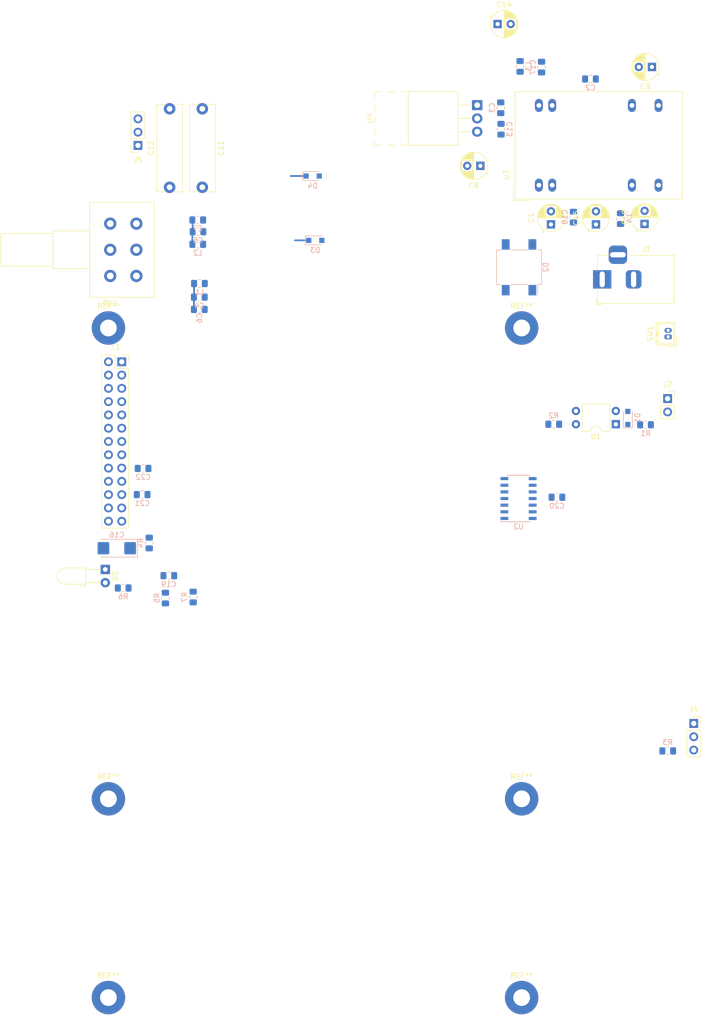
<source format=kicad_pcb>
(kicad_pcb (version 20171130) (host pcbnew 5.0.2+dfsg1-1)

  (general
    (thickness 1.6)
    (drawings 0)
    (tracks 9)
    (zones 0)
    (modules 55)
    (nets 30)
  )

  (page A4 portrait)
  (title_block
    (title "Модуль подключения MIDI плат.\\n100мм вариант\\nПлата печатная")
    (date 2019-02-17)
    (company Dethernal)
    (comment 2 Dethernal)
  )

  (layers
    (0 F.Cu signal)
    (31 B.Cu signal)
    (32 B.Adhes user)
    (33 F.Adhes user)
    (34 B.Paste user)
    (35 F.Paste user)
    (36 B.SilkS user)
    (37 F.SilkS user)
    (38 B.Mask user)
    (39 F.Mask user)
    (40 Dwgs.User user)
    (41 Cmts.User user)
    (42 Eco1.User user)
    (43 Eco2.User user)
    (44 Edge.Cuts user)
    (45 Margin user)
    (46 B.CrtYd user)
    (47 F.CrtYd user)
    (48 B.Fab user)
    (49 F.Fab user)
  )

  (setup
    (last_trace_width 0.25)
    (user_trace_width 0.33)
    (user_trace_width 0.5)
    (user_trace_width 1)
    (user_trace_width 2)
    (trace_clearance 0.2)
    (zone_clearance 0.508)
    (zone_45_only no)
    (trace_min 0.2)
    (segment_width 0.2)
    (edge_width 0.15)
    (via_size 0.8)
    (via_drill 0.4)
    (via_min_size 0.5)
    (via_min_drill 0.4)
    (user_via 0.6 0.4)
    (user_via 0.6 0.4)
    (user_via 0.8 0.5)
    (user_via 1 0.6)
    (uvia_size 0.3)
    (uvia_drill 0.1)
    (uvias_allowed no)
    (uvia_min_size 0.2)
    (uvia_min_drill 0.1)
    (pcb_text_width 0.3)
    (pcb_text_size 1.5 1.5)
    (mod_edge_width 0.15)
    (mod_text_size 1 1)
    (mod_text_width 0.15)
    (pad_size 1.524 1.524)
    (pad_drill 0.762)
    (pad_to_mask_clearance 0.051)
    (solder_mask_min_width 0.25)
    (aux_axis_origin 0 0)
    (visible_elements FFFFFF7F)
    (pcbplotparams
      (layerselection 0x010fc_ffffffff)
      (usegerberextensions false)
      (usegerberattributes false)
      (usegerberadvancedattributes false)
      (creategerberjobfile false)
      (excludeedgelayer true)
      (linewidth 0.100000)
      (plotframeref false)
      (viasonmask false)
      (mode 1)
      (useauxorigin false)
      (hpglpennumber 1)
      (hpglpenspeed 20)
      (hpglpendiameter 15.000000)
      (psnegative false)
      (psa4output false)
      (plotreference true)
      (plotvalue true)
      (plotinvisibletext false)
      (padsonsilk false)
      (subtractmaskfromsilk false)
      (outputformat 1)
      (mirror false)
      (drillshape 1)
      (scaleselection 1)
      (outputdirectory ""))
  )

  (net 0 "")
  (net 1 GND)
  (net 2 "Net-(C1-Pad1)")
  (net 3 "Net-(C4-Pad1)")
  (net 4 "Net-(C5-Pad1)")
  (net 5 +5V)
  (net 6 "Net-(C9-Pad1)")
  (net 7 "Net-(C10-Pad1)")
  (net 8 "Net-(C11-Pad2)")
  (net 9 "Net-(C11-Pad1)")
  (net 10 "Net-(C12-Pad1)")
  (net 11 "Net-(C12-Pad2)")
  (net 12 +12V)
  (net 13 -12V)
  (net 14 "Net-(D1-Pad1)")
  (net 15 "Net-(D1-Pad2)")
  (net 16 "Net-(D2-Pad1)")
  (net 17 "Net-(D2-Pad2)")
  (net 18 "Net-(J1-Pad2)")
  (net 19 "Net-(J2-Pad1)")
  (net 20 /RIGHT)
  (net 21 /LEFT)
  (net 22 "Net-(J4-Pad1)")
  (net 23 "Net-(J4-Pad3)")
  (net 24 "Net-(R2-Pad1)")
  (net 25 "Net-(D5-Pad2)")
  (net 26 "Net-(R5-Pad2)")
  (net 27 "Net-(R5-Pad1)")
  (net 28 "Net-(U2-Pad12)")
  (net 29 /~RESET)

  (net_class Default "Это класс цепей по умолчанию."
    (clearance 0.2)
    (trace_width 0.25)
    (via_dia 0.8)
    (via_drill 0.4)
    (uvia_dia 0.3)
    (uvia_drill 0.1)
    (add_net +12V)
    (add_net +5V)
    (add_net -12V)
    (add_net /LEFT)
    (add_net /RIGHT)
    (add_net /~RESET)
    (add_net GND)
    (add_net "Net-(C1-Pad1)")
    (add_net "Net-(C10-Pad1)")
    (add_net "Net-(C11-Pad1)")
    (add_net "Net-(C11-Pad2)")
    (add_net "Net-(C12-Pad1)")
    (add_net "Net-(C12-Pad2)")
    (add_net "Net-(C4-Pad1)")
    (add_net "Net-(C5-Pad1)")
    (add_net "Net-(C9-Pad1)")
    (add_net "Net-(D1-Pad1)")
    (add_net "Net-(D1-Pad2)")
    (add_net "Net-(D2-Pad1)")
    (add_net "Net-(D2-Pad2)")
    (add_net "Net-(D5-Pad2)")
    (add_net "Net-(J1-Pad2)")
    (add_net "Net-(J2-Pad1)")
    (add_net "Net-(J4-Pad1)")
    (add_net "Net-(J4-Pad3)")
    (add_net "Net-(R2-Pad1)")
    (add_net "Net-(R5-Pad1)")
    (add_net "Net-(R5-Pad2)")
    (add_net "Net-(U2-Pad12)")
  )

  (module Potentiometer_THT:Potentiometer_Alps_RK163_Dual_Horizontal (layer F.Cu) (tedit 5A3D4993) (tstamp 5C815DA9)
    (at 54.75 55.85 180)
    (descr "Potentiometer, horizontal, Alps RK163 Dual, http://www.alps.com/prod/info/E/HTML/Potentiometer/RotaryPotentiometers/RK16/RK16_list.html")
    (tags "Potentiometer horizontal Alps RK163 Dual")
    (path /5C763057)
    (fp_text reference RV1 (at 0 -15.2 180) (layer F.SilkS)
      (effects (font (size 1 1) (thickness 0.15)))
    )
    (fp_text value R_POT_Dual (at 0 5.2 180) (layer F.Fab)
      (effects (font (size 1 1) (thickness 0.15)))
    )
    (fp_line (start -8.3 -13.95) (end -8.3 3.95) (layer F.Fab) (width 0.1))
    (fp_line (start -8.3 3.95) (end 3.8 3.95) (layer F.Fab) (width 0.1))
    (fp_line (start 3.8 3.95) (end 3.8 -13.95) (layer F.Fab) (width 0.1))
    (fp_line (start 3.8 -13.95) (end -8.3 -13.95) (layer F.Fab) (width 0.1))
    (fp_line (start 3.8 -8.5) (end 3.8 -1.5) (layer F.Fab) (width 0.1))
    (fp_line (start 3.8 -1.5) (end 10.8 -1.5) (layer F.Fab) (width 0.1))
    (fp_line (start 10.8 -1.5) (end 10.8 -8.5) (layer F.Fab) (width 0.1))
    (fp_line (start 10.8 -8.5) (end 3.8 -8.5) (layer F.Fab) (width 0.1))
    (fp_line (start 10.8 -8) (end 10.8 -2) (layer F.Fab) (width 0.1))
    (fp_line (start 10.8 -2) (end 20.8 -2) (layer F.Fab) (width 0.1))
    (fp_line (start 20.8 -2) (end 20.8 -8) (layer F.Fab) (width 0.1))
    (fp_line (start 20.8 -8) (end 10.8 -8) (layer F.Fab) (width 0.1))
    (fp_line (start -8.42 -14.07) (end 3.92 -14.07) (layer F.SilkS) (width 0.12))
    (fp_line (start -8.42 4.07) (end 3.92 4.07) (layer F.SilkS) (width 0.12))
    (fp_line (start -8.42 -14.07) (end -8.42 4.07) (layer F.SilkS) (width 0.12))
    (fp_line (start 3.92 -14.07) (end 3.92 4.07) (layer F.SilkS) (width 0.12))
    (fp_line (start 3.92 -8.62) (end 10.92 -8.62) (layer F.SilkS) (width 0.12))
    (fp_line (start 3.92 -1.38) (end 10.92 -1.38) (layer F.SilkS) (width 0.12))
    (fp_line (start 3.92 -8.62) (end 3.92 -1.38) (layer F.SilkS) (width 0.12))
    (fp_line (start 10.92 -8.62) (end 10.92 -1.38) (layer F.SilkS) (width 0.12))
    (fp_line (start 10.92 -8.12) (end 20.92 -8.12) (layer F.SilkS) (width 0.12))
    (fp_line (start 10.92 -1.879) (end 20.92 -1.879) (layer F.SilkS) (width 0.12))
    (fp_line (start 10.92 -8.12) (end 10.92 -1.879) (layer F.SilkS) (width 0.12))
    (fp_line (start 20.92 -8.12) (end 20.92 -1.879) (layer F.SilkS) (width 0.12))
    (fp_line (start -8.55 -14.2) (end -8.55 4.2) (layer F.CrtYd) (width 0.05))
    (fp_line (start -8.55 4.2) (end 21.05 4.2) (layer F.CrtYd) (width 0.05))
    (fp_line (start 21.05 4.2) (end 21.05 -14.2) (layer F.CrtYd) (width 0.05))
    (fp_line (start 21.05 -14.2) (end -8.55 -14.2) (layer F.CrtYd) (width 0.05))
    (fp_text user %R (at -2.25 -5 180) (layer F.Fab)
      (effects (font (size 1 1) (thickness 0.15)))
    )
    (pad 3 thru_hole circle (at 0 -10 180) (size 2.34 2.34) (drill 1.3) (layers *.Cu *.Mask)
      (net 4 "Net-(C5-Pad1)"))
    (pad 2 thru_hole circle (at 0 -5 180) (size 2.34 2.34) (drill 1.3) (layers *.Cu *.Mask)
      (net 21 /LEFT))
    (pad 1 thru_hole circle (at 0 0 180) (size 2.34 2.34) (drill 1.3) (layers *.Cu *.Mask)
      (net 1 GND))
    (pad 6 thru_hole circle (at -5 -10 180) (size 2.34 2.34) (drill 1.3) (layers *.Cu *.Mask)
      (net 3 "Net-(C4-Pad1)"))
    (pad 5 thru_hole circle (at -5 -5 180) (size 2.34 2.34) (drill 1.3) (layers *.Cu *.Mask)
      (net 20 /RIGHT))
    (pad 4 thru_hole circle (at -5 0 180) (size 2.34 2.34) (drill 1.3) (layers *.Cu *.Mask)
      (net 1 GND))
    (model ${KISYS3DMOD}/Potentiometer_THT.3dshapes/Potentiometer_Alps_RK163_Dual_Horizontal.wrl
      (at (xyz 0 0 0))
      (scale (xyz 1 1 1))
      (rotate (xyz 0 0 0))
    )
  )

  (module MountingHole:MountingHole_3.2mm_M3_Pad locked (layer F.Cu) (tedit 56D1B4CB) (tstamp 5C8C62F0)
    (at 133.4 75.8)
    (descr "Mounting Hole 3.2mm, M3")
    (tags "mounting hole 3.2mm m3")
    (attr virtual)
    (fp_text reference REF** (at 0 -4.2) (layer F.SilkS)
      (effects (font (size 1 1) (thickness 0.15)))
    )
    (fp_text value MountingHole_3.2mm_M3_Pad (at 0 4.2) (layer F.Fab)
      (effects (font (size 1 1) (thickness 0.15)))
    )
    (fp_text user %R (at 0.3 0) (layer F.Fab)
      (effects (font (size 1 1) (thickness 0.15)))
    )
    (fp_circle (center 0 0) (end 3.2 0) (layer Cmts.User) (width 0.15))
    (fp_circle (center 0 0) (end 3.45 0) (layer F.CrtYd) (width 0.05))
    (pad 1 thru_hole circle (at 0 0) (size 6.4 6.4) (drill 3.2) (layers *.Cu *.Mask))
  )

  (module MountingHole:MountingHole_3.2mm_M3_Pad locked (layer F.Cu) (tedit 56D1B4CB) (tstamp 5C8C62E9)
    (at 133.4 203.8)
    (descr "Mounting Hole 3.2mm, M3")
    (tags "mounting hole 3.2mm m3")
    (attr virtual)
    (fp_text reference REF** (at 0 -4.2) (layer F.SilkS)
      (effects (font (size 1 1) (thickness 0.15)))
    )
    (fp_text value MountingHole_3.2mm_M3_Pad (at 0 4.2) (layer F.Fab)
      (effects (font (size 1 1) (thickness 0.15)))
    )
    (fp_circle (center 0 0) (end 3.45 0) (layer F.CrtYd) (width 0.05))
    (fp_circle (center 0 0) (end 3.2 0) (layer Cmts.User) (width 0.15))
    (fp_text user %R (at 0.3 0) (layer F.Fab)
      (effects (font (size 1 1) (thickness 0.15)))
    )
    (pad 1 thru_hole circle (at 0 0) (size 6.4 6.4) (drill 3.2) (layers *.Cu *.Mask))
  )

  (module MountingHole:MountingHole_3.2mm_M3_Pad locked (layer F.Cu) (tedit 56D1B4CB) (tstamp 5C8C62E2)
    (at 133.4 165.8)
    (descr "Mounting Hole 3.2mm, M3")
    (tags "mounting hole 3.2mm m3")
    (attr virtual)
    (fp_text reference REF** (at 0 -4.2) (layer F.SilkS)
      (effects (font (size 1 1) (thickness 0.15)))
    )
    (fp_text value MountingHole_3.2mm_M3_Pad (at 0 4.2) (layer F.Fab)
      (effects (font (size 1 1) (thickness 0.15)))
    )
    (fp_text user %R (at 0.3 0) (layer F.Fab)
      (effects (font (size 1 1) (thickness 0.15)))
    )
    (fp_circle (center 0 0) (end 3.2 0) (layer Cmts.User) (width 0.15))
    (fp_circle (center 0 0) (end 3.45 0) (layer F.CrtYd) (width 0.05))
    (pad 1 thru_hole circle (at 0 0) (size 6.4 6.4) (drill 3.2) (layers *.Cu *.Mask))
  )

  (module MountingHole:MountingHole_3.2mm_M3_Pad locked (layer F.Cu) (tedit 56D1B4CB) (tstamp 5C8C6222)
    (at 54.4 165.8)
    (descr "Mounting Hole 3.2mm, M3")
    (tags "mounting hole 3.2mm m3")
    (attr virtual)
    (fp_text reference REF** (at 0 -4.2) (layer F.SilkS)
      (effects (font (size 1 1) (thickness 0.15)))
    )
    (fp_text value MountingHole_3.2mm_M3_Pad (at 0 4.2) (layer F.Fab)
      (effects (font (size 1 1) (thickness 0.15)))
    )
    (fp_circle (center 0 0) (end 3.45 0) (layer F.CrtYd) (width 0.05))
    (fp_circle (center 0 0) (end 3.2 0) (layer Cmts.User) (width 0.15))
    (fp_text user %R (at 0.3 0) (layer F.Fab)
      (effects (font (size 1 1) (thickness 0.15)))
    )
    (pad 1 thru_hole circle (at 0 0) (size 6.4 6.4) (drill 3.2) (layers *.Cu *.Mask))
  )

  (module MountingHole:MountingHole_3.2mm_M3_Pad locked (layer F.Cu) (tedit 56D1B4CB) (tstamp 5C8C6256)
    (at 54.4 203.8)
    (descr "Mounting Hole 3.2mm, M3")
    (tags "mounting hole 3.2mm m3")
    (attr virtual)
    (fp_text reference REF** (at 0 -4.2) (layer F.SilkS)
      (effects (font (size 1 1) (thickness 0.15)))
    )
    (fp_text value MountingHole_3.2mm_M3_Pad (at 0 4.2) (layer F.Fab)
      (effects (font (size 1 1) (thickness 0.15)))
    )
    (fp_text user %R (at 0.3 0) (layer F.Fab)
      (effects (font (size 1 1) (thickness 0.15)))
    )
    (fp_circle (center 0 0) (end 3.2 0) (layer Cmts.User) (width 0.15))
    (fp_circle (center 0 0) (end 3.45 0) (layer F.CrtYd) (width 0.05))
    (pad 1 thru_hole circle (at 0 0) (size 6.4 6.4) (drill 3.2) (layers *.Cu *.Mask))
  )

  (module Capacitor_THT:CP_Radial_D5.0mm_P2.50mm (layer F.Cu) (tedit 5AE50EF0) (tstamp 5C980F93)
    (at 139 56 90)
    (descr "CP, Radial series, Radial, pin pitch=2.50mm, , diameter=5mm, Electrolytic Capacitor")
    (tags "CP Radial series Radial pin pitch 2.50mm  diameter 5mm Electrolytic Capacitor")
    (path /5C68C48A)
    (fp_text reference C1 (at 1.25 -3.75 90) (layer F.SilkS)
      (effects (font (size 1 1) (thickness 0.15)))
    )
    (fp_text value 220uF (at 1.25 3.75 90) (layer F.Fab)
      (effects (font (size 1 1) (thickness 0.15)))
    )
    (fp_text user %R (at 1.25 0 90) (layer F.Fab)
      (effects (font (size 1 1) (thickness 0.15)))
    )
    (fp_line (start -1.304775 -1.725) (end -1.304775 -1.225) (layer F.SilkS) (width 0.12))
    (fp_line (start -1.554775 -1.475) (end -1.054775 -1.475) (layer F.SilkS) (width 0.12))
    (fp_line (start 3.851 -0.284) (end 3.851 0.284) (layer F.SilkS) (width 0.12))
    (fp_line (start 3.811 -0.518) (end 3.811 0.518) (layer F.SilkS) (width 0.12))
    (fp_line (start 3.771 -0.677) (end 3.771 0.677) (layer F.SilkS) (width 0.12))
    (fp_line (start 3.731 -0.805) (end 3.731 0.805) (layer F.SilkS) (width 0.12))
    (fp_line (start 3.691 -0.915) (end 3.691 0.915) (layer F.SilkS) (width 0.12))
    (fp_line (start 3.651 -1.011) (end 3.651 1.011) (layer F.SilkS) (width 0.12))
    (fp_line (start 3.611 -1.098) (end 3.611 1.098) (layer F.SilkS) (width 0.12))
    (fp_line (start 3.571 -1.178) (end 3.571 1.178) (layer F.SilkS) (width 0.12))
    (fp_line (start 3.531 1.04) (end 3.531 1.251) (layer F.SilkS) (width 0.12))
    (fp_line (start 3.531 -1.251) (end 3.531 -1.04) (layer F.SilkS) (width 0.12))
    (fp_line (start 3.491 1.04) (end 3.491 1.319) (layer F.SilkS) (width 0.12))
    (fp_line (start 3.491 -1.319) (end 3.491 -1.04) (layer F.SilkS) (width 0.12))
    (fp_line (start 3.451 1.04) (end 3.451 1.383) (layer F.SilkS) (width 0.12))
    (fp_line (start 3.451 -1.383) (end 3.451 -1.04) (layer F.SilkS) (width 0.12))
    (fp_line (start 3.411 1.04) (end 3.411 1.443) (layer F.SilkS) (width 0.12))
    (fp_line (start 3.411 -1.443) (end 3.411 -1.04) (layer F.SilkS) (width 0.12))
    (fp_line (start 3.371 1.04) (end 3.371 1.5) (layer F.SilkS) (width 0.12))
    (fp_line (start 3.371 -1.5) (end 3.371 -1.04) (layer F.SilkS) (width 0.12))
    (fp_line (start 3.331 1.04) (end 3.331 1.554) (layer F.SilkS) (width 0.12))
    (fp_line (start 3.331 -1.554) (end 3.331 -1.04) (layer F.SilkS) (width 0.12))
    (fp_line (start 3.291 1.04) (end 3.291 1.605) (layer F.SilkS) (width 0.12))
    (fp_line (start 3.291 -1.605) (end 3.291 -1.04) (layer F.SilkS) (width 0.12))
    (fp_line (start 3.251 1.04) (end 3.251 1.653) (layer F.SilkS) (width 0.12))
    (fp_line (start 3.251 -1.653) (end 3.251 -1.04) (layer F.SilkS) (width 0.12))
    (fp_line (start 3.211 1.04) (end 3.211 1.699) (layer F.SilkS) (width 0.12))
    (fp_line (start 3.211 -1.699) (end 3.211 -1.04) (layer F.SilkS) (width 0.12))
    (fp_line (start 3.171 1.04) (end 3.171 1.743) (layer F.SilkS) (width 0.12))
    (fp_line (start 3.171 -1.743) (end 3.171 -1.04) (layer F.SilkS) (width 0.12))
    (fp_line (start 3.131 1.04) (end 3.131 1.785) (layer F.SilkS) (width 0.12))
    (fp_line (start 3.131 -1.785) (end 3.131 -1.04) (layer F.SilkS) (width 0.12))
    (fp_line (start 3.091 1.04) (end 3.091 1.826) (layer F.SilkS) (width 0.12))
    (fp_line (start 3.091 -1.826) (end 3.091 -1.04) (layer F.SilkS) (width 0.12))
    (fp_line (start 3.051 1.04) (end 3.051 1.864) (layer F.SilkS) (width 0.12))
    (fp_line (start 3.051 -1.864) (end 3.051 -1.04) (layer F.SilkS) (width 0.12))
    (fp_line (start 3.011 1.04) (end 3.011 1.901) (layer F.SilkS) (width 0.12))
    (fp_line (start 3.011 -1.901) (end 3.011 -1.04) (layer F.SilkS) (width 0.12))
    (fp_line (start 2.971 1.04) (end 2.971 1.937) (layer F.SilkS) (width 0.12))
    (fp_line (start 2.971 -1.937) (end 2.971 -1.04) (layer F.SilkS) (width 0.12))
    (fp_line (start 2.931 1.04) (end 2.931 1.971) (layer F.SilkS) (width 0.12))
    (fp_line (start 2.931 -1.971) (end 2.931 -1.04) (layer F.SilkS) (width 0.12))
    (fp_line (start 2.891 1.04) (end 2.891 2.004) (layer F.SilkS) (width 0.12))
    (fp_line (start 2.891 -2.004) (end 2.891 -1.04) (layer F.SilkS) (width 0.12))
    (fp_line (start 2.851 1.04) (end 2.851 2.035) (layer F.SilkS) (width 0.12))
    (fp_line (start 2.851 -2.035) (end 2.851 -1.04) (layer F.SilkS) (width 0.12))
    (fp_line (start 2.811 1.04) (end 2.811 2.065) (layer F.SilkS) (width 0.12))
    (fp_line (start 2.811 -2.065) (end 2.811 -1.04) (layer F.SilkS) (width 0.12))
    (fp_line (start 2.771 1.04) (end 2.771 2.095) (layer F.SilkS) (width 0.12))
    (fp_line (start 2.771 -2.095) (end 2.771 -1.04) (layer F.SilkS) (width 0.12))
    (fp_line (start 2.731 1.04) (end 2.731 2.122) (layer F.SilkS) (width 0.12))
    (fp_line (start 2.731 -2.122) (end 2.731 -1.04) (layer F.SilkS) (width 0.12))
    (fp_line (start 2.691 1.04) (end 2.691 2.149) (layer F.SilkS) (width 0.12))
    (fp_line (start 2.691 -2.149) (end 2.691 -1.04) (layer F.SilkS) (width 0.12))
    (fp_line (start 2.651 1.04) (end 2.651 2.175) (layer F.SilkS) (width 0.12))
    (fp_line (start 2.651 -2.175) (end 2.651 -1.04) (layer F.SilkS) (width 0.12))
    (fp_line (start 2.611 1.04) (end 2.611 2.2) (layer F.SilkS) (width 0.12))
    (fp_line (start 2.611 -2.2) (end 2.611 -1.04) (layer F.SilkS) (width 0.12))
    (fp_line (start 2.571 1.04) (end 2.571 2.224) (layer F.SilkS) (width 0.12))
    (fp_line (start 2.571 -2.224) (end 2.571 -1.04) (layer F.SilkS) (width 0.12))
    (fp_line (start 2.531 1.04) (end 2.531 2.247) (layer F.SilkS) (width 0.12))
    (fp_line (start 2.531 -2.247) (end 2.531 -1.04) (layer F.SilkS) (width 0.12))
    (fp_line (start 2.491 1.04) (end 2.491 2.268) (layer F.SilkS) (width 0.12))
    (fp_line (start 2.491 -2.268) (end 2.491 -1.04) (layer F.SilkS) (width 0.12))
    (fp_line (start 2.451 1.04) (end 2.451 2.29) (layer F.SilkS) (width 0.12))
    (fp_line (start 2.451 -2.29) (end 2.451 -1.04) (layer F.SilkS) (width 0.12))
    (fp_line (start 2.411 1.04) (end 2.411 2.31) (layer F.SilkS) (width 0.12))
    (fp_line (start 2.411 -2.31) (end 2.411 -1.04) (layer F.SilkS) (width 0.12))
    (fp_line (start 2.371 1.04) (end 2.371 2.329) (layer F.SilkS) (width 0.12))
    (fp_line (start 2.371 -2.329) (end 2.371 -1.04) (layer F.SilkS) (width 0.12))
    (fp_line (start 2.331 1.04) (end 2.331 2.348) (layer F.SilkS) (width 0.12))
    (fp_line (start 2.331 -2.348) (end 2.331 -1.04) (layer F.SilkS) (width 0.12))
    (fp_line (start 2.291 1.04) (end 2.291 2.365) (layer F.SilkS) (width 0.12))
    (fp_line (start 2.291 -2.365) (end 2.291 -1.04) (layer F.SilkS) (width 0.12))
    (fp_line (start 2.251 1.04) (end 2.251 2.382) (layer F.SilkS) (width 0.12))
    (fp_line (start 2.251 -2.382) (end 2.251 -1.04) (layer F.SilkS) (width 0.12))
    (fp_line (start 2.211 1.04) (end 2.211 2.398) (layer F.SilkS) (width 0.12))
    (fp_line (start 2.211 -2.398) (end 2.211 -1.04) (layer F.SilkS) (width 0.12))
    (fp_line (start 2.171 1.04) (end 2.171 2.414) (layer F.SilkS) (width 0.12))
    (fp_line (start 2.171 -2.414) (end 2.171 -1.04) (layer F.SilkS) (width 0.12))
    (fp_line (start 2.131 1.04) (end 2.131 2.428) (layer F.SilkS) (width 0.12))
    (fp_line (start 2.131 -2.428) (end 2.131 -1.04) (layer F.SilkS) (width 0.12))
    (fp_line (start 2.091 1.04) (end 2.091 2.442) (layer F.SilkS) (width 0.12))
    (fp_line (start 2.091 -2.442) (end 2.091 -1.04) (layer F.SilkS) (width 0.12))
    (fp_line (start 2.051 1.04) (end 2.051 2.455) (layer F.SilkS) (width 0.12))
    (fp_line (start 2.051 -2.455) (end 2.051 -1.04) (layer F.SilkS) (width 0.12))
    (fp_line (start 2.011 1.04) (end 2.011 2.468) (layer F.SilkS) (width 0.12))
    (fp_line (start 2.011 -2.468) (end 2.011 -1.04) (layer F.SilkS) (width 0.12))
    (fp_line (start 1.971 1.04) (end 1.971 2.48) (layer F.SilkS) (width 0.12))
    (fp_line (start 1.971 -2.48) (end 1.971 -1.04) (layer F.SilkS) (width 0.12))
    (fp_line (start 1.93 1.04) (end 1.93 2.491) (layer F.SilkS) (width 0.12))
    (fp_line (start 1.93 -2.491) (end 1.93 -1.04) (layer F.SilkS) (width 0.12))
    (fp_line (start 1.89 1.04) (end 1.89 2.501) (layer F.SilkS) (width 0.12))
    (fp_line (start 1.89 -2.501) (end 1.89 -1.04) (layer F.SilkS) (width 0.12))
    (fp_line (start 1.85 1.04) (end 1.85 2.511) (layer F.SilkS) (width 0.12))
    (fp_line (start 1.85 -2.511) (end 1.85 -1.04) (layer F.SilkS) (width 0.12))
    (fp_line (start 1.81 1.04) (end 1.81 2.52) (layer F.SilkS) (width 0.12))
    (fp_line (start 1.81 -2.52) (end 1.81 -1.04) (layer F.SilkS) (width 0.12))
    (fp_line (start 1.77 1.04) (end 1.77 2.528) (layer F.SilkS) (width 0.12))
    (fp_line (start 1.77 -2.528) (end 1.77 -1.04) (layer F.SilkS) (width 0.12))
    (fp_line (start 1.73 1.04) (end 1.73 2.536) (layer F.SilkS) (width 0.12))
    (fp_line (start 1.73 -2.536) (end 1.73 -1.04) (layer F.SilkS) (width 0.12))
    (fp_line (start 1.69 1.04) (end 1.69 2.543) (layer F.SilkS) (width 0.12))
    (fp_line (start 1.69 -2.543) (end 1.69 -1.04) (layer F.SilkS) (width 0.12))
    (fp_line (start 1.65 1.04) (end 1.65 2.55) (layer F.SilkS) (width 0.12))
    (fp_line (start 1.65 -2.55) (end 1.65 -1.04) (layer F.SilkS) (width 0.12))
    (fp_line (start 1.61 1.04) (end 1.61 2.556) (layer F.SilkS) (width 0.12))
    (fp_line (start 1.61 -2.556) (end 1.61 -1.04) (layer F.SilkS) (width 0.12))
    (fp_line (start 1.57 1.04) (end 1.57 2.561) (layer F.SilkS) (width 0.12))
    (fp_line (start 1.57 -2.561) (end 1.57 -1.04) (layer F.SilkS) (width 0.12))
    (fp_line (start 1.53 1.04) (end 1.53 2.565) (layer F.SilkS) (width 0.12))
    (fp_line (start 1.53 -2.565) (end 1.53 -1.04) (layer F.SilkS) (width 0.12))
    (fp_line (start 1.49 1.04) (end 1.49 2.569) (layer F.SilkS) (width 0.12))
    (fp_line (start 1.49 -2.569) (end 1.49 -1.04) (layer F.SilkS) (width 0.12))
    (fp_line (start 1.45 -2.573) (end 1.45 2.573) (layer F.SilkS) (width 0.12))
    (fp_line (start 1.41 -2.576) (end 1.41 2.576) (layer F.SilkS) (width 0.12))
    (fp_line (start 1.37 -2.578) (end 1.37 2.578) (layer F.SilkS) (width 0.12))
    (fp_line (start 1.33 -2.579) (end 1.33 2.579) (layer F.SilkS) (width 0.12))
    (fp_line (start 1.29 -2.58) (end 1.29 2.58) (layer F.SilkS) (width 0.12))
    (fp_line (start 1.25 -2.58) (end 1.25 2.58) (layer F.SilkS) (width 0.12))
    (fp_line (start -0.633605 -1.3375) (end -0.633605 -0.8375) (layer F.Fab) (width 0.1))
    (fp_line (start -0.883605 -1.0875) (end -0.383605 -1.0875) (layer F.Fab) (width 0.1))
    (fp_circle (center 1.25 0) (end 4 0) (layer F.CrtYd) (width 0.05))
    (fp_circle (center 1.25 0) (end 3.87 0) (layer F.SilkS) (width 0.12))
    (fp_circle (center 1.25 0) (end 3.75 0) (layer F.Fab) (width 0.1))
    (pad 2 thru_hole circle (at 2.5 0 90) (size 1.6 1.6) (drill 0.8) (layers *.Cu *.Mask)
      (net 1 GND))
    (pad 1 thru_hole rect (at 0 0 90) (size 1.6 1.6) (drill 0.8) (layers *.Cu *.Mask)
      (net 2 "Net-(C1-Pad1)"))
    (model ${KISYS3DMOD}/Capacitor_THT.3dshapes/CP_Radial_D5.0mm_P2.50mm.wrl
      (at (xyz 0 0 0))
      (scale (xyz 1 1 1))
      (rotate (xyz 0 0 0))
    )
  )

  (module Capacitor_SMD:C_0805_2012Metric_Pad1.15x1.40mm_HandSolder (layer B.Cu) (tedit 5B36C52B) (tstamp 5C81570A)
    (at 146.55 28.2)
    (descr "Capacitor SMD 0805 (2012 Metric), square (rectangular) end terminal, IPC_7351 nominal with elongated pad for handsoldering. (Body size source: https://docs.google.com/spreadsheets/d/1BsfQQcO9C6DZCsRaXUlFlo91Tg2WpOkGARC1WS5S8t0/edit?usp=sharing), generated with kicad-footprint-generator")
    (tags "capacitor handsolder")
    (path /5C68DF1A)
    (attr smd)
    (fp_text reference C2 (at 0 1.65) (layer B.SilkS)
      (effects (font (size 1 1) (thickness 0.15)) (justify mirror))
    )
    (fp_text value 1uF (at 0 -1.65) (layer B.Fab)
      (effects (font (size 1 1) (thickness 0.15)) (justify mirror))
    )
    (fp_line (start -1 -0.6) (end -1 0.6) (layer B.Fab) (width 0.1))
    (fp_line (start -1 0.6) (end 1 0.6) (layer B.Fab) (width 0.1))
    (fp_line (start 1 0.6) (end 1 -0.6) (layer B.Fab) (width 0.1))
    (fp_line (start 1 -0.6) (end -1 -0.6) (layer B.Fab) (width 0.1))
    (fp_line (start -0.261252 0.71) (end 0.261252 0.71) (layer B.SilkS) (width 0.12))
    (fp_line (start -0.261252 -0.71) (end 0.261252 -0.71) (layer B.SilkS) (width 0.12))
    (fp_line (start -1.85 -0.95) (end -1.85 0.95) (layer B.CrtYd) (width 0.05))
    (fp_line (start -1.85 0.95) (end 1.85 0.95) (layer B.CrtYd) (width 0.05))
    (fp_line (start 1.85 0.95) (end 1.85 -0.95) (layer B.CrtYd) (width 0.05))
    (fp_line (start 1.85 -0.95) (end -1.85 -0.95) (layer B.CrtYd) (width 0.05))
    (fp_text user %R (at 0 0) (layer B.Fab)
      (effects (font (size 0.5 0.5) (thickness 0.08)) (justify mirror))
    )
    (pad 1 smd roundrect (at -1.025 0) (size 1.15 1.4) (layers B.Cu B.Paste B.Mask) (roundrect_rratio 0.217391)
      (net 2 "Net-(C1-Pad1)"))
    (pad 2 smd roundrect (at 1.025 0) (size 1.15 1.4) (layers B.Cu B.Paste B.Mask) (roundrect_rratio 0.217391)
      (net 1 GND))
    (model ${KISYS3DMOD}/Capacitor_SMD.3dshapes/C_0805_2012Metric.wrl
      (at (xyz 0 0 0))
      (scale (xyz 1 1 1))
      (rotate (xyz 0 0 0))
    )
  )

  (module Capacitor_SMD:C_0805_2012Metric_Pad1.15x1.40mm_HandSolder (layer B.Cu) (tedit 5B36C52B) (tstamp 5C9801FF)
    (at 129.4 33.7 270)
    (descr "Capacitor SMD 0805 (2012 Metric), square (rectangular) end terminal, IPC_7351 nominal with elongated pad for handsoldering. (Body size source: https://docs.google.com/spreadsheets/d/1BsfQQcO9C6DZCsRaXUlFlo91Tg2WpOkGARC1WS5S8t0/edit?usp=sharing), generated with kicad-footprint-generator")
    (tags "capacitor handsolder")
    (path /5C68DFA2)
    (attr smd)
    (fp_text reference C3 (at 0 1.65 270) (layer B.SilkS)
      (effects (font (size 1 1) (thickness 0.15)) (justify mirror))
    )
    (fp_text value 1uF (at 0 -1.65 270) (layer B.Fab)
      (effects (font (size 1 1) (thickness 0.15)) (justify mirror))
    )
    (fp_text user %R (at 0 0 270) (layer B.Fab)
      (effects (font (size 0.5 0.5) (thickness 0.08)) (justify mirror))
    )
    (fp_line (start 1.85 -0.95) (end -1.85 -0.95) (layer B.CrtYd) (width 0.05))
    (fp_line (start 1.85 0.95) (end 1.85 -0.95) (layer B.CrtYd) (width 0.05))
    (fp_line (start -1.85 0.95) (end 1.85 0.95) (layer B.CrtYd) (width 0.05))
    (fp_line (start -1.85 -0.95) (end -1.85 0.95) (layer B.CrtYd) (width 0.05))
    (fp_line (start -0.261252 -0.71) (end 0.261252 -0.71) (layer B.SilkS) (width 0.12))
    (fp_line (start -0.261252 0.71) (end 0.261252 0.71) (layer B.SilkS) (width 0.12))
    (fp_line (start 1 -0.6) (end -1 -0.6) (layer B.Fab) (width 0.1))
    (fp_line (start 1 0.6) (end 1 -0.6) (layer B.Fab) (width 0.1))
    (fp_line (start -1 0.6) (end 1 0.6) (layer B.Fab) (width 0.1))
    (fp_line (start -1 -0.6) (end -1 0.6) (layer B.Fab) (width 0.1))
    (pad 2 smd roundrect (at 1.025 0 270) (size 1.15 1.4) (layers B.Cu B.Paste B.Mask) (roundrect_rratio 0.217391)
      (net 1 GND))
    (pad 1 smd roundrect (at -1.025 0 270) (size 1.15 1.4) (layers B.Cu B.Paste B.Mask) (roundrect_rratio 0.217391)
      (net 2 "Net-(C1-Pad1)"))
    (model ${KISYS3DMOD}/Capacitor_SMD.3dshapes/C_0805_2012Metric.wrl
      (at (xyz 0 0 0))
      (scale (xyz 1 1 1))
      (rotate (xyz 0 0 0))
    )
  )

  (module Capacitor_SMD:C_0805_2012Metric_Pad1.15x1.40mm_HandSolder (layer B.Cu) (tedit 5B36C52B) (tstamp 5C98124E)
    (at 71.775 72.25)
    (descr "Capacitor SMD 0805 (2012 Metric), square (rectangular) end terminal, IPC_7351 nominal with elongated pad for handsoldering. (Body size source: https://docs.google.com/spreadsheets/d/1BsfQQcO9C6DZCsRaXUlFlo91Tg2WpOkGARC1WS5S8t0/edit?usp=sharing), generated with kicad-footprint-generator")
    (tags "capacitor handsolder")
    (path /5C7A2607)
    (attr smd)
    (fp_text reference C6 (at 0 1.65 90) (layer B.SilkS)
      (effects (font (size 1 1) (thickness 0.15)) (justify mirror))
    )
    (fp_text value 15pF (at 0 -1.65) (layer B.Fab)
      (effects (font (size 1 1) (thickness 0.15)) (justify mirror))
    )
    (fp_line (start -1 -0.6) (end -1 0.6) (layer B.Fab) (width 0.1))
    (fp_line (start -1 0.6) (end 1 0.6) (layer B.Fab) (width 0.1))
    (fp_line (start 1 0.6) (end 1 -0.6) (layer B.Fab) (width 0.1))
    (fp_line (start 1 -0.6) (end -1 -0.6) (layer B.Fab) (width 0.1))
    (fp_line (start -0.261252 0.71) (end 0.261252 0.71) (layer B.SilkS) (width 0.12))
    (fp_line (start -0.261252 -0.71) (end 0.261252 -0.71) (layer B.SilkS) (width 0.12))
    (fp_line (start -1.85 -0.95) (end -1.85 0.95) (layer B.CrtYd) (width 0.05))
    (fp_line (start -1.85 0.95) (end 1.85 0.95) (layer B.CrtYd) (width 0.05))
    (fp_line (start 1.85 0.95) (end 1.85 -0.95) (layer B.CrtYd) (width 0.05))
    (fp_line (start 1.85 -0.95) (end -1.85 -0.95) (layer B.CrtYd) (width 0.05))
    (fp_text user %R (at 0 0) (layer B.Fab)
      (effects (font (size 0.5 0.5) (thickness 0.08)) (justify mirror))
    )
    (pad 1 smd roundrect (at -1.025 0) (size 1.15 1.4) (layers B.Cu B.Paste B.Mask) (roundrect_rratio 0.217391)
      (net 3 "Net-(C4-Pad1)"))
    (pad 2 smd roundrect (at 1.025 0) (size 1.15 1.4) (layers B.Cu B.Paste B.Mask) (roundrect_rratio 0.217391)
      (net 1 GND))
    (model ${KISYS3DMOD}/Capacitor_SMD.3dshapes/C_0805_2012Metric.wrl
      (at (xyz 0 0 0))
      (scale (xyz 1 1 1))
      (rotate (xyz 0 0 0))
    )
  )

  (module Capacitor_SMD:C_0805_2012Metric_Pad1.15x1.40mm_HandSolder (layer B.Cu) (tedit 5B36C52B) (tstamp 5C980C6B)
    (at 71.475 55.15)
    (descr "Capacitor SMD 0805 (2012 Metric), square (rectangular) end terminal, IPC_7351 nominal with elongated pad for handsoldering. (Body size source: https://docs.google.com/spreadsheets/d/1BsfQQcO9C6DZCsRaXUlFlo91Tg2WpOkGARC1WS5S8t0/edit?usp=sharing), generated with kicad-footprint-generator")
    (tags "capacitor handsolder")
    (path /5C7A270B)
    (attr smd)
    (fp_text reference C7 (at 0 1.65) (layer B.SilkS)
      (effects (font (size 1 1) (thickness 0.15)) (justify mirror))
    )
    (fp_text value 15pF (at 0 -1.65) (layer B.Fab)
      (effects (font (size 1 1) (thickness 0.15)) (justify mirror))
    )
    (fp_text user %R (at 0 0) (layer B.Fab)
      (effects (font (size 0.5 0.5) (thickness 0.08)) (justify mirror))
    )
    (fp_line (start 1.85 -0.95) (end -1.85 -0.95) (layer B.CrtYd) (width 0.05))
    (fp_line (start 1.85 0.95) (end 1.85 -0.95) (layer B.CrtYd) (width 0.05))
    (fp_line (start -1.85 0.95) (end 1.85 0.95) (layer B.CrtYd) (width 0.05))
    (fp_line (start -1.85 -0.95) (end -1.85 0.95) (layer B.CrtYd) (width 0.05))
    (fp_line (start -0.261252 -0.71) (end 0.261252 -0.71) (layer B.SilkS) (width 0.12))
    (fp_line (start -0.261252 0.71) (end 0.261252 0.71) (layer B.SilkS) (width 0.12))
    (fp_line (start 1 -0.6) (end -1 -0.6) (layer B.Fab) (width 0.1))
    (fp_line (start 1 0.6) (end 1 -0.6) (layer B.Fab) (width 0.1))
    (fp_line (start -1 0.6) (end 1 0.6) (layer B.Fab) (width 0.1))
    (fp_line (start -1 -0.6) (end -1 0.6) (layer B.Fab) (width 0.1))
    (pad 2 smd roundrect (at 1.025 0) (size 1.15 1.4) (layers B.Cu B.Paste B.Mask) (roundrect_rratio 0.217391)
      (net 1 GND))
    (pad 1 smd roundrect (at -1.025 0) (size 1.15 1.4) (layers B.Cu B.Paste B.Mask) (roundrect_rratio 0.217391)
      (net 4 "Net-(C5-Pad1)"))
    (model ${KISYS3DMOD}/Capacitor_SMD.3dshapes/C_0805_2012Metric.wrl
      (at (xyz 0 0 0))
      (scale (xyz 1 1 1))
      (rotate (xyz 0 0 0))
    )
  )

  (module Capacitor_THT:CP_Radial_D5.0mm_P2.50mm (layer F.Cu) (tedit 5AE50EF0) (tstamp 5C8158C9)
    (at 125.5 44.8 180)
    (descr "CP, Radial series, Radial, pin pitch=2.50mm, , diameter=5mm, Electrolytic Capacitor")
    (tags "CP Radial series Radial pin pitch 2.50mm  diameter 5mm Electrolytic Capacitor")
    (path /5C68E782)
    (fp_text reference C8 (at 1.25 -3.75 180) (layer F.SilkS)
      (effects (font (size 1 1) (thickness 0.15)))
    )
    (fp_text value 220uF (at 1.25 3.75 180) (layer F.Fab)
      (effects (font (size 1 1) (thickness 0.15)))
    )
    (fp_circle (center 1.25 0) (end 3.75 0) (layer F.Fab) (width 0.1))
    (fp_circle (center 1.25 0) (end 3.87 0) (layer F.SilkS) (width 0.12))
    (fp_circle (center 1.25 0) (end 4 0) (layer F.CrtYd) (width 0.05))
    (fp_line (start -0.883605 -1.0875) (end -0.383605 -1.0875) (layer F.Fab) (width 0.1))
    (fp_line (start -0.633605 -1.3375) (end -0.633605 -0.8375) (layer F.Fab) (width 0.1))
    (fp_line (start 1.25 -2.58) (end 1.25 2.58) (layer F.SilkS) (width 0.12))
    (fp_line (start 1.29 -2.58) (end 1.29 2.58) (layer F.SilkS) (width 0.12))
    (fp_line (start 1.33 -2.579) (end 1.33 2.579) (layer F.SilkS) (width 0.12))
    (fp_line (start 1.37 -2.578) (end 1.37 2.578) (layer F.SilkS) (width 0.12))
    (fp_line (start 1.41 -2.576) (end 1.41 2.576) (layer F.SilkS) (width 0.12))
    (fp_line (start 1.45 -2.573) (end 1.45 2.573) (layer F.SilkS) (width 0.12))
    (fp_line (start 1.49 -2.569) (end 1.49 -1.04) (layer F.SilkS) (width 0.12))
    (fp_line (start 1.49 1.04) (end 1.49 2.569) (layer F.SilkS) (width 0.12))
    (fp_line (start 1.53 -2.565) (end 1.53 -1.04) (layer F.SilkS) (width 0.12))
    (fp_line (start 1.53 1.04) (end 1.53 2.565) (layer F.SilkS) (width 0.12))
    (fp_line (start 1.57 -2.561) (end 1.57 -1.04) (layer F.SilkS) (width 0.12))
    (fp_line (start 1.57 1.04) (end 1.57 2.561) (layer F.SilkS) (width 0.12))
    (fp_line (start 1.61 -2.556) (end 1.61 -1.04) (layer F.SilkS) (width 0.12))
    (fp_line (start 1.61 1.04) (end 1.61 2.556) (layer F.SilkS) (width 0.12))
    (fp_line (start 1.65 -2.55) (end 1.65 -1.04) (layer F.SilkS) (width 0.12))
    (fp_line (start 1.65 1.04) (end 1.65 2.55) (layer F.SilkS) (width 0.12))
    (fp_line (start 1.69 -2.543) (end 1.69 -1.04) (layer F.SilkS) (width 0.12))
    (fp_line (start 1.69 1.04) (end 1.69 2.543) (layer F.SilkS) (width 0.12))
    (fp_line (start 1.73 -2.536) (end 1.73 -1.04) (layer F.SilkS) (width 0.12))
    (fp_line (start 1.73 1.04) (end 1.73 2.536) (layer F.SilkS) (width 0.12))
    (fp_line (start 1.77 -2.528) (end 1.77 -1.04) (layer F.SilkS) (width 0.12))
    (fp_line (start 1.77 1.04) (end 1.77 2.528) (layer F.SilkS) (width 0.12))
    (fp_line (start 1.81 -2.52) (end 1.81 -1.04) (layer F.SilkS) (width 0.12))
    (fp_line (start 1.81 1.04) (end 1.81 2.52) (layer F.SilkS) (width 0.12))
    (fp_line (start 1.85 -2.511) (end 1.85 -1.04) (layer F.SilkS) (width 0.12))
    (fp_line (start 1.85 1.04) (end 1.85 2.511) (layer F.SilkS) (width 0.12))
    (fp_line (start 1.89 -2.501) (end 1.89 -1.04) (layer F.SilkS) (width 0.12))
    (fp_line (start 1.89 1.04) (end 1.89 2.501) (layer F.SilkS) (width 0.12))
    (fp_line (start 1.93 -2.491) (end 1.93 -1.04) (layer F.SilkS) (width 0.12))
    (fp_line (start 1.93 1.04) (end 1.93 2.491) (layer F.SilkS) (width 0.12))
    (fp_line (start 1.971 -2.48) (end 1.971 -1.04) (layer F.SilkS) (width 0.12))
    (fp_line (start 1.971 1.04) (end 1.971 2.48) (layer F.SilkS) (width 0.12))
    (fp_line (start 2.011 -2.468) (end 2.011 -1.04) (layer F.SilkS) (width 0.12))
    (fp_line (start 2.011 1.04) (end 2.011 2.468) (layer F.SilkS) (width 0.12))
    (fp_line (start 2.051 -2.455) (end 2.051 -1.04) (layer F.SilkS) (width 0.12))
    (fp_line (start 2.051 1.04) (end 2.051 2.455) (layer F.SilkS) (width 0.12))
    (fp_line (start 2.091 -2.442) (end 2.091 -1.04) (layer F.SilkS) (width 0.12))
    (fp_line (start 2.091 1.04) (end 2.091 2.442) (layer F.SilkS) (width 0.12))
    (fp_line (start 2.131 -2.428) (end 2.131 -1.04) (layer F.SilkS) (width 0.12))
    (fp_line (start 2.131 1.04) (end 2.131 2.428) (layer F.SilkS) (width 0.12))
    (fp_line (start 2.171 -2.414) (end 2.171 -1.04) (layer F.SilkS) (width 0.12))
    (fp_line (start 2.171 1.04) (end 2.171 2.414) (layer F.SilkS) (width 0.12))
    (fp_line (start 2.211 -2.398) (end 2.211 -1.04) (layer F.SilkS) (width 0.12))
    (fp_line (start 2.211 1.04) (end 2.211 2.398) (layer F.SilkS) (width 0.12))
    (fp_line (start 2.251 -2.382) (end 2.251 -1.04) (layer F.SilkS) (width 0.12))
    (fp_line (start 2.251 1.04) (end 2.251 2.382) (layer F.SilkS) (width 0.12))
    (fp_line (start 2.291 -2.365) (end 2.291 -1.04) (layer F.SilkS) (width 0.12))
    (fp_line (start 2.291 1.04) (end 2.291 2.365) (layer F.SilkS) (width 0.12))
    (fp_line (start 2.331 -2.348) (end 2.331 -1.04) (layer F.SilkS) (width 0.12))
    (fp_line (start 2.331 1.04) (end 2.331 2.348) (layer F.SilkS) (width 0.12))
    (fp_line (start 2.371 -2.329) (end 2.371 -1.04) (layer F.SilkS) (width 0.12))
    (fp_line (start 2.371 1.04) (end 2.371 2.329) (layer F.SilkS) (width 0.12))
    (fp_line (start 2.411 -2.31) (end 2.411 -1.04) (layer F.SilkS) (width 0.12))
    (fp_line (start 2.411 1.04) (end 2.411 2.31) (layer F.SilkS) (width 0.12))
    (fp_line (start 2.451 -2.29) (end 2.451 -1.04) (layer F.SilkS) (width 0.12))
    (fp_line (start 2.451 1.04) (end 2.451 2.29) (layer F.SilkS) (width 0.12))
    (fp_line (start 2.491 -2.268) (end 2.491 -1.04) (layer F.SilkS) (width 0.12))
    (fp_line (start 2.491 1.04) (end 2.491 2.268) (layer F.SilkS) (width 0.12))
    (fp_line (start 2.531 -2.247) (end 2.531 -1.04) (layer F.SilkS) (width 0.12))
    (fp_line (start 2.531 1.04) (end 2.531 2.247) (layer F.SilkS) (width 0.12))
    (fp_line (start 2.571 -2.224) (end 2.571 -1.04) (layer F.SilkS) (width 0.12))
    (fp_line (start 2.571 1.04) (end 2.571 2.224) (layer F.SilkS) (width 0.12))
    (fp_line (start 2.611 -2.2) (end 2.611 -1.04) (layer F.SilkS) (width 0.12))
    (fp_line (start 2.611 1.04) (end 2.611 2.2) (layer F.SilkS) (width 0.12))
    (fp_line (start 2.651 -2.175) (end 2.651 -1.04) (layer F.SilkS) (width 0.12))
    (fp_line (start 2.651 1.04) (end 2.651 2.175) (layer F.SilkS) (width 0.12))
    (fp_line (start 2.691 -2.149) (end 2.691 -1.04) (layer F.SilkS) (width 0.12))
    (fp_line (start 2.691 1.04) (end 2.691 2.149) (layer F.SilkS) (width 0.12))
    (fp_line (start 2.731 -2.122) (end 2.731 -1.04) (layer F.SilkS) (width 0.12))
    (fp_line (start 2.731 1.04) (end 2.731 2.122) (layer F.SilkS) (width 0.12))
    (fp_line (start 2.771 -2.095) (end 2.771 -1.04) (layer F.SilkS) (width 0.12))
    (fp_line (start 2.771 1.04) (end 2.771 2.095) (layer F.SilkS) (width 0.12))
    (fp_line (start 2.811 -2.065) (end 2.811 -1.04) (layer F.SilkS) (width 0.12))
    (fp_line (start 2.811 1.04) (end 2.811 2.065) (layer F.SilkS) (width 0.12))
    (fp_line (start 2.851 -2.035) (end 2.851 -1.04) (layer F.SilkS) (width 0.12))
    (fp_line (start 2.851 1.04) (end 2.851 2.035) (layer F.SilkS) (width 0.12))
    (fp_line (start 2.891 -2.004) (end 2.891 -1.04) (layer F.SilkS) (width 0.12))
    (fp_line (start 2.891 1.04) (end 2.891 2.004) (layer F.SilkS) (width 0.12))
    (fp_line (start 2.931 -1.971) (end 2.931 -1.04) (layer F.SilkS) (width 0.12))
    (fp_line (start 2.931 1.04) (end 2.931 1.971) (layer F.SilkS) (width 0.12))
    (fp_line (start 2.971 -1.937) (end 2.971 -1.04) (layer F.SilkS) (width 0.12))
    (fp_line (start 2.971 1.04) (end 2.971 1.937) (layer F.SilkS) (width 0.12))
    (fp_line (start 3.011 -1.901) (end 3.011 -1.04) (layer F.SilkS) (width 0.12))
    (fp_line (start 3.011 1.04) (end 3.011 1.901) (layer F.SilkS) (width 0.12))
    (fp_line (start 3.051 -1.864) (end 3.051 -1.04) (layer F.SilkS) (width 0.12))
    (fp_line (start 3.051 1.04) (end 3.051 1.864) (layer F.SilkS) (width 0.12))
    (fp_line (start 3.091 -1.826) (end 3.091 -1.04) (layer F.SilkS) (width 0.12))
    (fp_line (start 3.091 1.04) (end 3.091 1.826) (layer F.SilkS) (width 0.12))
    (fp_line (start 3.131 -1.785) (end 3.131 -1.04) (layer F.SilkS) (width 0.12))
    (fp_line (start 3.131 1.04) (end 3.131 1.785) (layer F.SilkS) (width 0.12))
    (fp_line (start 3.171 -1.743) (end 3.171 -1.04) (layer F.SilkS) (width 0.12))
    (fp_line (start 3.171 1.04) (end 3.171 1.743) (layer F.SilkS) (width 0.12))
    (fp_line (start 3.211 -1.699) (end 3.211 -1.04) (layer F.SilkS) (width 0.12))
    (fp_line (start 3.211 1.04) (end 3.211 1.699) (layer F.SilkS) (width 0.12))
    (fp_line (start 3.251 -1.653) (end 3.251 -1.04) (layer F.SilkS) (width 0.12))
    (fp_line (start 3.251 1.04) (end 3.251 1.653) (layer F.SilkS) (width 0.12))
    (fp_line (start 3.291 -1.605) (end 3.291 -1.04) (layer F.SilkS) (width 0.12))
    (fp_line (start 3.291 1.04) (end 3.291 1.605) (layer F.SilkS) (width 0.12))
    (fp_line (start 3.331 -1.554) (end 3.331 -1.04) (layer F.SilkS) (width 0.12))
    (fp_line (start 3.331 1.04) (end 3.331 1.554) (layer F.SilkS) (width 0.12))
    (fp_line (start 3.371 -1.5) (end 3.371 -1.04) (layer F.SilkS) (width 0.12))
    (fp_line (start 3.371 1.04) (end 3.371 1.5) (layer F.SilkS) (width 0.12))
    (fp_line (start 3.411 -1.443) (end 3.411 -1.04) (layer F.SilkS) (width 0.12))
    (fp_line (start 3.411 1.04) (end 3.411 1.443) (layer F.SilkS) (width 0.12))
    (fp_line (start 3.451 -1.383) (end 3.451 -1.04) (layer F.SilkS) (width 0.12))
    (fp_line (start 3.451 1.04) (end 3.451 1.383) (layer F.SilkS) (width 0.12))
    (fp_line (start 3.491 -1.319) (end 3.491 -1.04) (layer F.SilkS) (width 0.12))
    (fp_line (start 3.491 1.04) (end 3.491 1.319) (layer F.SilkS) (width 0.12))
    (fp_line (start 3.531 -1.251) (end 3.531 -1.04) (layer F.SilkS) (width 0.12))
    (fp_line (start 3.531 1.04) (end 3.531 1.251) (layer F.SilkS) (width 0.12))
    (fp_line (start 3.571 -1.178) (end 3.571 1.178) (layer F.SilkS) (width 0.12))
    (fp_line (start 3.611 -1.098) (end 3.611 1.098) (layer F.SilkS) (width 0.12))
    (fp_line (start 3.651 -1.011) (end 3.651 1.011) (layer F.SilkS) (width 0.12))
    (fp_line (start 3.691 -0.915) (end 3.691 0.915) (layer F.SilkS) (width 0.12))
    (fp_line (start 3.731 -0.805) (end 3.731 0.805) (layer F.SilkS) (width 0.12))
    (fp_line (start 3.771 -0.677) (end 3.771 0.677) (layer F.SilkS) (width 0.12))
    (fp_line (start 3.811 -0.518) (end 3.811 0.518) (layer F.SilkS) (width 0.12))
    (fp_line (start 3.851 -0.284) (end 3.851 0.284) (layer F.SilkS) (width 0.12))
    (fp_line (start -1.554775 -1.475) (end -1.054775 -1.475) (layer F.SilkS) (width 0.12))
    (fp_line (start -1.304775 -1.725) (end -1.304775 -1.225) (layer F.SilkS) (width 0.12))
    (fp_text user %R (at 1.25 0 180) (layer F.Fab)
      (effects (font (size 1 1) (thickness 0.15)))
    )
    (pad 1 thru_hole rect (at 0 0 180) (size 1.6 1.6) (drill 0.8) (layers *.Cu *.Mask)
      (net 5 +5V))
    (pad 2 thru_hole circle (at 2.5 0 180) (size 1.6 1.6) (drill 0.8) (layers *.Cu *.Mask)
      (net 1 GND))
    (model ${KISYS3DMOD}/Capacitor_THT.3dshapes/CP_Radial_D5.0mm_P2.50mm.wrl
      (at (xyz 0 0 0))
      (scale (xyz 1 1 1))
      (rotate (xyz 0 0 0))
    )
  )

  (module Capacitor_THT:CP_Radial_D5.0mm_P2.50mm (layer F.Cu) (tedit 5AE50EF0) (tstamp 5C81594D)
    (at 158.3 25.9 180)
    (descr "CP, Radial series, Radial, pin pitch=2.50mm, , diameter=5mm, Electrolytic Capacitor")
    (tags "CP Radial series Radial pin pitch 2.50mm  diameter 5mm Electrolytic Capacitor")
    (path /5C68E694)
    (fp_text reference C9 (at 1.25 -3.75 180) (layer F.SilkS)
      (effects (font (size 1 1) (thickness 0.15)))
    )
    (fp_text value 47uF (at 1.25 3.75 180) (layer F.Fab)
      (effects (font (size 1 1) (thickness 0.15)))
    )
    (fp_circle (center 1.25 0) (end 3.75 0) (layer F.Fab) (width 0.1))
    (fp_circle (center 1.25 0) (end 3.87 0) (layer F.SilkS) (width 0.12))
    (fp_circle (center 1.25 0) (end 4 0) (layer F.CrtYd) (width 0.05))
    (fp_line (start -0.883605 -1.0875) (end -0.383605 -1.0875) (layer F.Fab) (width 0.1))
    (fp_line (start -0.633605 -1.3375) (end -0.633605 -0.8375) (layer F.Fab) (width 0.1))
    (fp_line (start 1.25 -2.58) (end 1.25 2.58) (layer F.SilkS) (width 0.12))
    (fp_line (start 1.29 -2.58) (end 1.29 2.58) (layer F.SilkS) (width 0.12))
    (fp_line (start 1.33 -2.579) (end 1.33 2.579) (layer F.SilkS) (width 0.12))
    (fp_line (start 1.37 -2.578) (end 1.37 2.578) (layer F.SilkS) (width 0.12))
    (fp_line (start 1.41 -2.576) (end 1.41 2.576) (layer F.SilkS) (width 0.12))
    (fp_line (start 1.45 -2.573) (end 1.45 2.573) (layer F.SilkS) (width 0.12))
    (fp_line (start 1.49 -2.569) (end 1.49 -1.04) (layer F.SilkS) (width 0.12))
    (fp_line (start 1.49 1.04) (end 1.49 2.569) (layer F.SilkS) (width 0.12))
    (fp_line (start 1.53 -2.565) (end 1.53 -1.04) (layer F.SilkS) (width 0.12))
    (fp_line (start 1.53 1.04) (end 1.53 2.565) (layer F.SilkS) (width 0.12))
    (fp_line (start 1.57 -2.561) (end 1.57 -1.04) (layer F.SilkS) (width 0.12))
    (fp_line (start 1.57 1.04) (end 1.57 2.561) (layer F.SilkS) (width 0.12))
    (fp_line (start 1.61 -2.556) (end 1.61 -1.04) (layer F.SilkS) (width 0.12))
    (fp_line (start 1.61 1.04) (end 1.61 2.556) (layer F.SilkS) (width 0.12))
    (fp_line (start 1.65 -2.55) (end 1.65 -1.04) (layer F.SilkS) (width 0.12))
    (fp_line (start 1.65 1.04) (end 1.65 2.55) (layer F.SilkS) (width 0.12))
    (fp_line (start 1.69 -2.543) (end 1.69 -1.04) (layer F.SilkS) (width 0.12))
    (fp_line (start 1.69 1.04) (end 1.69 2.543) (layer F.SilkS) (width 0.12))
    (fp_line (start 1.73 -2.536) (end 1.73 -1.04) (layer F.SilkS) (width 0.12))
    (fp_line (start 1.73 1.04) (end 1.73 2.536) (layer F.SilkS) (width 0.12))
    (fp_line (start 1.77 -2.528) (end 1.77 -1.04) (layer F.SilkS) (width 0.12))
    (fp_line (start 1.77 1.04) (end 1.77 2.528) (layer F.SilkS) (width 0.12))
    (fp_line (start 1.81 -2.52) (end 1.81 -1.04) (layer F.SilkS) (width 0.12))
    (fp_line (start 1.81 1.04) (end 1.81 2.52) (layer F.SilkS) (width 0.12))
    (fp_line (start 1.85 -2.511) (end 1.85 -1.04) (layer F.SilkS) (width 0.12))
    (fp_line (start 1.85 1.04) (end 1.85 2.511) (layer F.SilkS) (width 0.12))
    (fp_line (start 1.89 -2.501) (end 1.89 -1.04) (layer F.SilkS) (width 0.12))
    (fp_line (start 1.89 1.04) (end 1.89 2.501) (layer F.SilkS) (width 0.12))
    (fp_line (start 1.93 -2.491) (end 1.93 -1.04) (layer F.SilkS) (width 0.12))
    (fp_line (start 1.93 1.04) (end 1.93 2.491) (layer F.SilkS) (width 0.12))
    (fp_line (start 1.971 -2.48) (end 1.971 -1.04) (layer F.SilkS) (width 0.12))
    (fp_line (start 1.971 1.04) (end 1.971 2.48) (layer F.SilkS) (width 0.12))
    (fp_line (start 2.011 -2.468) (end 2.011 -1.04) (layer F.SilkS) (width 0.12))
    (fp_line (start 2.011 1.04) (end 2.011 2.468) (layer F.SilkS) (width 0.12))
    (fp_line (start 2.051 -2.455) (end 2.051 -1.04) (layer F.SilkS) (width 0.12))
    (fp_line (start 2.051 1.04) (end 2.051 2.455) (layer F.SilkS) (width 0.12))
    (fp_line (start 2.091 -2.442) (end 2.091 -1.04) (layer F.SilkS) (width 0.12))
    (fp_line (start 2.091 1.04) (end 2.091 2.442) (layer F.SilkS) (width 0.12))
    (fp_line (start 2.131 -2.428) (end 2.131 -1.04) (layer F.SilkS) (width 0.12))
    (fp_line (start 2.131 1.04) (end 2.131 2.428) (layer F.SilkS) (width 0.12))
    (fp_line (start 2.171 -2.414) (end 2.171 -1.04) (layer F.SilkS) (width 0.12))
    (fp_line (start 2.171 1.04) (end 2.171 2.414) (layer F.SilkS) (width 0.12))
    (fp_line (start 2.211 -2.398) (end 2.211 -1.04) (layer F.SilkS) (width 0.12))
    (fp_line (start 2.211 1.04) (end 2.211 2.398) (layer F.SilkS) (width 0.12))
    (fp_line (start 2.251 -2.382) (end 2.251 -1.04) (layer F.SilkS) (width 0.12))
    (fp_line (start 2.251 1.04) (end 2.251 2.382) (layer F.SilkS) (width 0.12))
    (fp_line (start 2.291 -2.365) (end 2.291 -1.04) (layer F.SilkS) (width 0.12))
    (fp_line (start 2.291 1.04) (end 2.291 2.365) (layer F.SilkS) (width 0.12))
    (fp_line (start 2.331 -2.348) (end 2.331 -1.04) (layer F.SilkS) (width 0.12))
    (fp_line (start 2.331 1.04) (end 2.331 2.348) (layer F.SilkS) (width 0.12))
    (fp_line (start 2.371 -2.329) (end 2.371 -1.04) (layer F.SilkS) (width 0.12))
    (fp_line (start 2.371 1.04) (end 2.371 2.329) (layer F.SilkS) (width 0.12))
    (fp_line (start 2.411 -2.31) (end 2.411 -1.04) (layer F.SilkS) (width 0.12))
    (fp_line (start 2.411 1.04) (end 2.411 2.31) (layer F.SilkS) (width 0.12))
    (fp_line (start 2.451 -2.29) (end 2.451 -1.04) (layer F.SilkS) (width 0.12))
    (fp_line (start 2.451 1.04) (end 2.451 2.29) (layer F.SilkS) (width 0.12))
    (fp_line (start 2.491 -2.268) (end 2.491 -1.04) (layer F.SilkS) (width 0.12))
    (fp_line (start 2.491 1.04) (end 2.491 2.268) (layer F.SilkS) (width 0.12))
    (fp_line (start 2.531 -2.247) (end 2.531 -1.04) (layer F.SilkS) (width 0.12))
    (fp_line (start 2.531 1.04) (end 2.531 2.247) (layer F.SilkS) (width 0.12))
    (fp_line (start 2.571 -2.224) (end 2.571 -1.04) (layer F.SilkS) (width 0.12))
    (fp_line (start 2.571 1.04) (end 2.571 2.224) (layer F.SilkS) (width 0.12))
    (fp_line (start 2.611 -2.2) (end 2.611 -1.04) (layer F.SilkS) (width 0.12))
    (fp_line (start 2.611 1.04) (end 2.611 2.2) (layer F.SilkS) (width 0.12))
    (fp_line (start 2.651 -2.175) (end 2.651 -1.04) (layer F.SilkS) (width 0.12))
    (fp_line (start 2.651 1.04) (end 2.651 2.175) (layer F.SilkS) (width 0.12))
    (fp_line (start 2.691 -2.149) (end 2.691 -1.04) (layer F.SilkS) (width 0.12))
    (fp_line (start 2.691 1.04) (end 2.691 2.149) (layer F.SilkS) (width 0.12))
    (fp_line (start 2.731 -2.122) (end 2.731 -1.04) (layer F.SilkS) (width 0.12))
    (fp_line (start 2.731 1.04) (end 2.731 2.122) (layer F.SilkS) (width 0.12))
    (fp_line (start 2.771 -2.095) (end 2.771 -1.04) (layer F.SilkS) (width 0.12))
    (fp_line (start 2.771 1.04) (end 2.771 2.095) (layer F.SilkS) (width 0.12))
    (fp_line (start 2.811 -2.065) (end 2.811 -1.04) (layer F.SilkS) (width 0.12))
    (fp_line (start 2.811 1.04) (end 2.811 2.065) (layer F.SilkS) (width 0.12))
    (fp_line (start 2.851 -2.035) (end 2.851 -1.04) (layer F.SilkS) (width 0.12))
    (fp_line (start 2.851 1.04) (end 2.851 2.035) (layer F.SilkS) (width 0.12))
    (fp_line (start 2.891 -2.004) (end 2.891 -1.04) (layer F.SilkS) (width 0.12))
    (fp_line (start 2.891 1.04) (end 2.891 2.004) (layer F.SilkS) (width 0.12))
    (fp_line (start 2.931 -1.971) (end 2.931 -1.04) (layer F.SilkS) (width 0.12))
    (fp_line (start 2.931 1.04) (end 2.931 1.971) (layer F.SilkS) (width 0.12))
    (fp_line (start 2.971 -1.937) (end 2.971 -1.04) (layer F.SilkS) (width 0.12))
    (fp_line (start 2.971 1.04) (end 2.971 1.937) (layer F.SilkS) (width 0.12))
    (fp_line (start 3.011 -1.901) (end 3.011 -1.04) (layer F.SilkS) (width 0.12))
    (fp_line (start 3.011 1.04) (end 3.011 1.901) (layer F.SilkS) (width 0.12))
    (fp_line (start 3.051 -1.864) (end 3.051 -1.04) (layer F.SilkS) (width 0.12))
    (fp_line (start 3.051 1.04) (end 3.051 1.864) (layer F.SilkS) (width 0.12))
    (fp_line (start 3.091 -1.826) (end 3.091 -1.04) (layer F.SilkS) (width 0.12))
    (fp_line (start 3.091 1.04) (end 3.091 1.826) (layer F.SilkS) (width 0.12))
    (fp_line (start 3.131 -1.785) (end 3.131 -1.04) (layer F.SilkS) (width 0.12))
    (fp_line (start 3.131 1.04) (end 3.131 1.785) (layer F.SilkS) (width 0.12))
    (fp_line (start 3.171 -1.743) (end 3.171 -1.04) (layer F.SilkS) (width 0.12))
    (fp_line (start 3.171 1.04) (end 3.171 1.743) (layer F.SilkS) (width 0.12))
    (fp_line (start 3.211 -1.699) (end 3.211 -1.04) (layer F.SilkS) (width 0.12))
    (fp_line (start 3.211 1.04) (end 3.211 1.699) (layer F.SilkS) (width 0.12))
    (fp_line (start 3.251 -1.653) (end 3.251 -1.04) (layer F.SilkS) (width 0.12))
    (fp_line (start 3.251 1.04) (end 3.251 1.653) (layer F.SilkS) (width 0.12))
    (fp_line (start 3.291 -1.605) (end 3.291 -1.04) (layer F.SilkS) (width 0.12))
    (fp_line (start 3.291 1.04) (end 3.291 1.605) (layer F.SilkS) (width 0.12))
    (fp_line (start 3.331 -1.554) (end 3.331 -1.04) (layer F.SilkS) (width 0.12))
    (fp_line (start 3.331 1.04) (end 3.331 1.554) (layer F.SilkS) (width 0.12))
    (fp_line (start 3.371 -1.5) (end 3.371 -1.04) (layer F.SilkS) (width 0.12))
    (fp_line (start 3.371 1.04) (end 3.371 1.5) (layer F.SilkS) (width 0.12))
    (fp_line (start 3.411 -1.443) (end 3.411 -1.04) (layer F.SilkS) (width 0.12))
    (fp_line (start 3.411 1.04) (end 3.411 1.443) (layer F.SilkS) (width 0.12))
    (fp_line (start 3.451 -1.383) (end 3.451 -1.04) (layer F.SilkS) (width 0.12))
    (fp_line (start 3.451 1.04) (end 3.451 1.383) (layer F.SilkS) (width 0.12))
    (fp_line (start 3.491 -1.319) (end 3.491 -1.04) (layer F.SilkS) (width 0.12))
    (fp_line (start 3.491 1.04) (end 3.491 1.319) (layer F.SilkS) (width 0.12))
    (fp_line (start 3.531 -1.251) (end 3.531 -1.04) (layer F.SilkS) (width 0.12))
    (fp_line (start 3.531 1.04) (end 3.531 1.251) (layer F.SilkS) (width 0.12))
    (fp_line (start 3.571 -1.178) (end 3.571 1.178) (layer F.SilkS) (width 0.12))
    (fp_line (start 3.611 -1.098) (end 3.611 1.098) (layer F.SilkS) (width 0.12))
    (fp_line (start 3.651 -1.011) (end 3.651 1.011) (layer F.SilkS) (width 0.12))
    (fp_line (start 3.691 -0.915) (end 3.691 0.915) (layer F.SilkS) (width 0.12))
    (fp_line (start 3.731 -0.805) (end 3.731 0.805) (layer F.SilkS) (width 0.12))
    (fp_line (start 3.771 -0.677) (end 3.771 0.677) (layer F.SilkS) (width 0.12))
    (fp_line (start 3.811 -0.518) (end 3.811 0.518) (layer F.SilkS) (width 0.12))
    (fp_line (start 3.851 -0.284) (end 3.851 0.284) (layer F.SilkS) (width 0.12))
    (fp_line (start -1.554775 -1.475) (end -1.054775 -1.475) (layer F.SilkS) (width 0.12))
    (fp_line (start -1.304775 -1.725) (end -1.304775 -1.225) (layer F.SilkS) (width 0.12))
    (fp_text user %R (at 1.25 0 180) (layer F.Fab)
      (effects (font (size 1 1) (thickness 0.15)))
    )
    (pad 1 thru_hole rect (at 0 0 180) (size 1.6 1.6) (drill 0.8) (layers *.Cu *.Mask)
      (net 6 "Net-(C9-Pad1)"))
    (pad 2 thru_hole circle (at 2.5 0 180) (size 1.6 1.6) (drill 0.8) (layers *.Cu *.Mask)
      (net 1 GND))
    (model ${KISYS3DMOD}/Capacitor_THT.3dshapes/CP_Radial_D5.0mm_P2.50mm.wrl
      (at (xyz 0 0 0))
      (scale (xyz 1 1 1))
      (rotate (xyz 0 0 0))
    )
  )

  (module Capacitor_THT:CP_Radial_D5.0mm_P2.50mm (layer F.Cu) (tedit 5AE50EF0) (tstamp 5C8159D1)
    (at 156.9 55.9 90)
    (descr "CP, Radial series, Radial, pin pitch=2.50mm, , diameter=5mm, Electrolytic Capacitor")
    (tags "CP Radial series Radial pin pitch 2.50mm  diameter 5mm Electrolytic Capacitor")
    (path /5C68E714)
    (fp_text reference C10 (at 1.25 -3.75 90) (layer F.SilkS)
      (effects (font (size 1 1) (thickness 0.15)))
    )
    (fp_text value 47uF (at 1.25 3.75 90) (layer F.Fab)
      (effects (font (size 1 1) (thickness 0.15)))
    )
    (fp_text user %R (at 1.25 0 90) (layer F.Fab)
      (effects (font (size 1 1) (thickness 0.15)))
    )
    (fp_line (start -1.304775 -1.725) (end -1.304775 -1.225) (layer F.SilkS) (width 0.12))
    (fp_line (start -1.554775 -1.475) (end -1.054775 -1.475) (layer F.SilkS) (width 0.12))
    (fp_line (start 3.851 -0.284) (end 3.851 0.284) (layer F.SilkS) (width 0.12))
    (fp_line (start 3.811 -0.518) (end 3.811 0.518) (layer F.SilkS) (width 0.12))
    (fp_line (start 3.771 -0.677) (end 3.771 0.677) (layer F.SilkS) (width 0.12))
    (fp_line (start 3.731 -0.805) (end 3.731 0.805) (layer F.SilkS) (width 0.12))
    (fp_line (start 3.691 -0.915) (end 3.691 0.915) (layer F.SilkS) (width 0.12))
    (fp_line (start 3.651 -1.011) (end 3.651 1.011) (layer F.SilkS) (width 0.12))
    (fp_line (start 3.611 -1.098) (end 3.611 1.098) (layer F.SilkS) (width 0.12))
    (fp_line (start 3.571 -1.178) (end 3.571 1.178) (layer F.SilkS) (width 0.12))
    (fp_line (start 3.531 1.04) (end 3.531 1.251) (layer F.SilkS) (width 0.12))
    (fp_line (start 3.531 -1.251) (end 3.531 -1.04) (layer F.SilkS) (width 0.12))
    (fp_line (start 3.491 1.04) (end 3.491 1.319) (layer F.SilkS) (width 0.12))
    (fp_line (start 3.491 -1.319) (end 3.491 -1.04) (layer F.SilkS) (width 0.12))
    (fp_line (start 3.451 1.04) (end 3.451 1.383) (layer F.SilkS) (width 0.12))
    (fp_line (start 3.451 -1.383) (end 3.451 -1.04) (layer F.SilkS) (width 0.12))
    (fp_line (start 3.411 1.04) (end 3.411 1.443) (layer F.SilkS) (width 0.12))
    (fp_line (start 3.411 -1.443) (end 3.411 -1.04) (layer F.SilkS) (width 0.12))
    (fp_line (start 3.371 1.04) (end 3.371 1.5) (layer F.SilkS) (width 0.12))
    (fp_line (start 3.371 -1.5) (end 3.371 -1.04) (layer F.SilkS) (width 0.12))
    (fp_line (start 3.331 1.04) (end 3.331 1.554) (layer F.SilkS) (width 0.12))
    (fp_line (start 3.331 -1.554) (end 3.331 -1.04) (layer F.SilkS) (width 0.12))
    (fp_line (start 3.291 1.04) (end 3.291 1.605) (layer F.SilkS) (width 0.12))
    (fp_line (start 3.291 -1.605) (end 3.291 -1.04) (layer F.SilkS) (width 0.12))
    (fp_line (start 3.251 1.04) (end 3.251 1.653) (layer F.SilkS) (width 0.12))
    (fp_line (start 3.251 -1.653) (end 3.251 -1.04) (layer F.SilkS) (width 0.12))
    (fp_line (start 3.211 1.04) (end 3.211 1.699) (layer F.SilkS) (width 0.12))
    (fp_line (start 3.211 -1.699) (end 3.211 -1.04) (layer F.SilkS) (width 0.12))
    (fp_line (start 3.171 1.04) (end 3.171 1.743) (layer F.SilkS) (width 0.12))
    (fp_line (start 3.171 -1.743) (end 3.171 -1.04) (layer F.SilkS) (width 0.12))
    (fp_line (start 3.131 1.04) (end 3.131 1.785) (layer F.SilkS) (width 0.12))
    (fp_line (start 3.131 -1.785) (end 3.131 -1.04) (layer F.SilkS) (width 0.12))
    (fp_line (start 3.091 1.04) (end 3.091 1.826) (layer F.SilkS) (width 0.12))
    (fp_line (start 3.091 -1.826) (end 3.091 -1.04) (layer F.SilkS) (width 0.12))
    (fp_line (start 3.051 1.04) (end 3.051 1.864) (layer F.SilkS) (width 0.12))
    (fp_line (start 3.051 -1.864) (end 3.051 -1.04) (layer F.SilkS) (width 0.12))
    (fp_line (start 3.011 1.04) (end 3.011 1.901) (layer F.SilkS) (width 0.12))
    (fp_line (start 3.011 -1.901) (end 3.011 -1.04) (layer F.SilkS) (width 0.12))
    (fp_line (start 2.971 1.04) (end 2.971 1.937) (layer F.SilkS) (width 0.12))
    (fp_line (start 2.971 -1.937) (end 2.971 -1.04) (layer F.SilkS) (width 0.12))
    (fp_line (start 2.931 1.04) (end 2.931 1.971) (layer F.SilkS) (width 0.12))
    (fp_line (start 2.931 -1.971) (end 2.931 -1.04) (layer F.SilkS) (width 0.12))
    (fp_line (start 2.891 1.04) (end 2.891 2.004) (layer F.SilkS) (width 0.12))
    (fp_line (start 2.891 -2.004) (end 2.891 -1.04) (layer F.SilkS) (width 0.12))
    (fp_line (start 2.851 1.04) (end 2.851 2.035) (layer F.SilkS) (width 0.12))
    (fp_line (start 2.851 -2.035) (end 2.851 -1.04) (layer F.SilkS) (width 0.12))
    (fp_line (start 2.811 1.04) (end 2.811 2.065) (layer F.SilkS) (width 0.12))
    (fp_line (start 2.811 -2.065) (end 2.811 -1.04) (layer F.SilkS) (width 0.12))
    (fp_line (start 2.771 1.04) (end 2.771 2.095) (layer F.SilkS) (width 0.12))
    (fp_line (start 2.771 -2.095) (end 2.771 -1.04) (layer F.SilkS) (width 0.12))
    (fp_line (start 2.731 1.04) (end 2.731 2.122) (layer F.SilkS) (width 0.12))
    (fp_line (start 2.731 -2.122) (end 2.731 -1.04) (layer F.SilkS) (width 0.12))
    (fp_line (start 2.691 1.04) (end 2.691 2.149) (layer F.SilkS) (width 0.12))
    (fp_line (start 2.691 -2.149) (end 2.691 -1.04) (layer F.SilkS) (width 0.12))
    (fp_line (start 2.651 1.04) (end 2.651 2.175) (layer F.SilkS) (width 0.12))
    (fp_line (start 2.651 -2.175) (end 2.651 -1.04) (layer F.SilkS) (width 0.12))
    (fp_line (start 2.611 1.04) (end 2.611 2.2) (layer F.SilkS) (width 0.12))
    (fp_line (start 2.611 -2.2) (end 2.611 -1.04) (layer F.SilkS) (width 0.12))
    (fp_line (start 2.571 1.04) (end 2.571 2.224) (layer F.SilkS) (width 0.12))
    (fp_line (start 2.571 -2.224) (end 2.571 -1.04) (layer F.SilkS) (width 0.12))
    (fp_line (start 2.531 1.04) (end 2.531 2.247) (layer F.SilkS) (width 0.12))
    (fp_line (start 2.531 -2.247) (end 2.531 -1.04) (layer F.SilkS) (width 0.12))
    (fp_line (start 2.491 1.04) (end 2.491 2.268) (layer F.SilkS) (width 0.12))
    (fp_line (start 2.491 -2.268) (end 2.491 -1.04) (layer F.SilkS) (width 0.12))
    (fp_line (start 2.451 1.04) (end 2.451 2.29) (layer F.SilkS) (width 0.12))
    (fp_line (start 2.451 -2.29) (end 2.451 -1.04) (layer F.SilkS) (width 0.12))
    (fp_line (start 2.411 1.04) (end 2.411 2.31) (layer F.SilkS) (width 0.12))
    (fp_line (start 2.411 -2.31) (end 2.411 -1.04) (layer F.SilkS) (width 0.12))
    (fp_line (start 2.371 1.04) (end 2.371 2.329) (layer F.SilkS) (width 0.12))
    (fp_line (start 2.371 -2.329) (end 2.371 -1.04) (layer F.SilkS) (width 0.12))
    (fp_line (start 2.331 1.04) (end 2.331 2.348) (layer F.SilkS) (width 0.12))
    (fp_line (start 2.331 -2.348) (end 2.331 -1.04) (layer F.SilkS) (width 0.12))
    (fp_line (start 2.291 1.04) (end 2.291 2.365) (layer F.SilkS) (width 0.12))
    (fp_line (start 2.291 -2.365) (end 2.291 -1.04) (layer F.SilkS) (width 0.12))
    (fp_line (start 2.251 1.04) (end 2.251 2.382) (layer F.SilkS) (width 0.12))
    (fp_line (start 2.251 -2.382) (end 2.251 -1.04) (layer F.SilkS) (width 0.12))
    (fp_line (start 2.211 1.04) (end 2.211 2.398) (layer F.SilkS) (width 0.12))
    (fp_line (start 2.211 -2.398) (end 2.211 -1.04) (layer F.SilkS) (width 0.12))
    (fp_line (start 2.171 1.04) (end 2.171 2.414) (layer F.SilkS) (width 0.12))
    (fp_line (start 2.171 -2.414) (end 2.171 -1.04) (layer F.SilkS) (width 0.12))
    (fp_line (start 2.131 1.04) (end 2.131 2.428) (layer F.SilkS) (width 0.12))
    (fp_line (start 2.131 -2.428) (end 2.131 -1.04) (layer F.SilkS) (width 0.12))
    (fp_line (start 2.091 1.04) (end 2.091 2.442) (layer F.SilkS) (width 0.12))
    (fp_line (start 2.091 -2.442) (end 2.091 -1.04) (layer F.SilkS) (width 0.12))
    (fp_line (start 2.051 1.04) (end 2.051 2.455) (layer F.SilkS) (width 0.12))
    (fp_line (start 2.051 -2.455) (end 2.051 -1.04) (layer F.SilkS) (width 0.12))
    (fp_line (start 2.011 1.04) (end 2.011 2.468) (layer F.SilkS) (width 0.12))
    (fp_line (start 2.011 -2.468) (end 2.011 -1.04) (layer F.SilkS) (width 0.12))
    (fp_line (start 1.971 1.04) (end 1.971 2.48) (layer F.SilkS) (width 0.12))
    (fp_line (start 1.971 -2.48) (end 1.971 -1.04) (layer F.SilkS) (width 0.12))
    (fp_line (start 1.93 1.04) (end 1.93 2.491) (layer F.SilkS) (width 0.12))
    (fp_line (start 1.93 -2.491) (end 1.93 -1.04) (layer F.SilkS) (width 0.12))
    (fp_line (start 1.89 1.04) (end 1.89 2.501) (layer F.SilkS) (width 0.12))
    (fp_line (start 1.89 -2.501) (end 1.89 -1.04) (layer F.SilkS) (width 0.12))
    (fp_line (start 1.85 1.04) (end 1.85 2.511) (layer F.SilkS) (width 0.12))
    (fp_line (start 1.85 -2.511) (end 1.85 -1.04) (layer F.SilkS) (width 0.12))
    (fp_line (start 1.81 1.04) (end 1.81 2.52) (layer F.SilkS) (width 0.12))
    (fp_line (start 1.81 -2.52) (end 1.81 -1.04) (layer F.SilkS) (width 0.12))
    (fp_line (start 1.77 1.04) (end 1.77 2.528) (layer F.SilkS) (width 0.12))
    (fp_line (start 1.77 -2.528) (end 1.77 -1.04) (layer F.SilkS) (width 0.12))
    (fp_line (start 1.73 1.04) (end 1.73 2.536) (layer F.SilkS) (width 0.12))
    (fp_line (start 1.73 -2.536) (end 1.73 -1.04) (layer F.SilkS) (width 0.12))
    (fp_line (start 1.69 1.04) (end 1.69 2.543) (layer F.SilkS) (width 0.12))
    (fp_line (start 1.69 -2.543) (end 1.69 -1.04) (layer F.SilkS) (width 0.12))
    (fp_line (start 1.65 1.04) (end 1.65 2.55) (layer F.SilkS) (width 0.12))
    (fp_line (start 1.65 -2.55) (end 1.65 -1.04) (layer F.SilkS) (width 0.12))
    (fp_line (start 1.61 1.04) (end 1.61 2.556) (layer F.SilkS) (width 0.12))
    (fp_line (start 1.61 -2.556) (end 1.61 -1.04) (layer F.SilkS) (width 0.12))
    (fp_line (start 1.57 1.04) (end 1.57 2.561) (layer F.SilkS) (width 0.12))
    (fp_line (start 1.57 -2.561) (end 1.57 -1.04) (layer F.SilkS) (width 0.12))
    (fp_line (start 1.53 1.04) (end 1.53 2.565) (layer F.SilkS) (width 0.12))
    (fp_line (start 1.53 -2.565) (end 1.53 -1.04) (layer F.SilkS) (width 0.12))
    (fp_line (start 1.49 1.04) (end 1.49 2.569) (layer F.SilkS) (width 0.12))
    (fp_line (start 1.49 -2.569) (end 1.49 -1.04) (layer F.SilkS) (width 0.12))
    (fp_line (start 1.45 -2.573) (end 1.45 2.573) (layer F.SilkS) (width 0.12))
    (fp_line (start 1.41 -2.576) (end 1.41 2.576) (layer F.SilkS) (width 0.12))
    (fp_line (start 1.37 -2.578) (end 1.37 2.578) (layer F.SilkS) (width 0.12))
    (fp_line (start 1.33 -2.579) (end 1.33 2.579) (layer F.SilkS) (width 0.12))
    (fp_line (start 1.29 -2.58) (end 1.29 2.58) (layer F.SilkS) (width 0.12))
    (fp_line (start 1.25 -2.58) (end 1.25 2.58) (layer F.SilkS) (width 0.12))
    (fp_line (start -0.633605 -1.3375) (end -0.633605 -0.8375) (layer F.Fab) (width 0.1))
    (fp_line (start -0.883605 -1.0875) (end -0.383605 -1.0875) (layer F.Fab) (width 0.1))
    (fp_circle (center 1.25 0) (end 4 0) (layer F.CrtYd) (width 0.05))
    (fp_circle (center 1.25 0) (end 3.87 0) (layer F.SilkS) (width 0.12))
    (fp_circle (center 1.25 0) (end 3.75 0) (layer F.Fab) (width 0.1))
    (pad 2 thru_hole circle (at 2.5 0 90) (size 1.6 1.6) (drill 0.8) (layers *.Cu *.Mask)
      (net 1 GND))
    (pad 1 thru_hole rect (at 0 0 90) (size 1.6 1.6) (drill 0.8) (layers *.Cu *.Mask)
      (net 7 "Net-(C10-Pad1)"))
    (model ${KISYS3DMOD}/Capacitor_THT.3dshapes/CP_Radial_D5.0mm_P2.50mm.wrl
      (at (xyz 0 0 0))
      (scale (xyz 1 1 1))
      (rotate (xyz 0 0 0))
    )
  )

  (module Capacitor_THT:C_Rect_L16.5mm_W4.7mm_P15.00mm_MKT (layer F.Cu) (tedit 5AE50EF0) (tstamp 5C98115A)
    (at 72.35 33.9 270)
    (descr "C, Rect series, Radial, pin pitch=15.00mm, , length*width=16.5*4.7mm^2, Capacitor, https://en.tdk.eu/inf/20/20/db/fc_2009/MKT_B32560_564.pdf")
    (tags "C Rect series Radial pin pitch 15.00mm  length 16.5mm width 4.7mm Capacitor")
    (path /5C7CDE15)
    (fp_text reference C11 (at 7.5 -3.6 270) (layer F.SilkS)
      (effects (font (size 1 1) (thickness 0.15)))
    )
    (fp_text value 1uF (at 7.5 3.6 270) (layer F.Fab)
      (effects (font (size 1 1) (thickness 0.15)))
    )
    (fp_text user %R (at 7.5 0 270) (layer F.Fab)
      (effects (font (size 1 1) (thickness 0.15)))
    )
    (fp_line (start 16.35 -2.6) (end -1.35 -2.6) (layer F.CrtYd) (width 0.05))
    (fp_line (start 16.35 2.6) (end 16.35 -2.6) (layer F.CrtYd) (width 0.05))
    (fp_line (start -1.35 2.6) (end 16.35 2.6) (layer F.CrtYd) (width 0.05))
    (fp_line (start -1.35 -2.6) (end -1.35 2.6) (layer F.CrtYd) (width 0.05))
    (fp_line (start 15.87 1.104) (end 15.87 2.47) (layer F.SilkS) (width 0.12))
    (fp_line (start 15.87 -2.47) (end 15.87 -1.104) (layer F.SilkS) (width 0.12))
    (fp_line (start -0.87 1.104) (end -0.87 2.47) (layer F.SilkS) (width 0.12))
    (fp_line (start -0.87 -2.47) (end -0.87 -1.104) (layer F.SilkS) (width 0.12))
    (fp_line (start -0.87 2.47) (end 15.87 2.47) (layer F.SilkS) (width 0.12))
    (fp_line (start -0.87 -2.47) (end 15.87 -2.47) (layer F.SilkS) (width 0.12))
    (fp_line (start 15.75 -2.35) (end -0.75 -2.35) (layer F.Fab) (width 0.1))
    (fp_line (start 15.75 2.35) (end 15.75 -2.35) (layer F.Fab) (width 0.1))
    (fp_line (start -0.75 2.35) (end 15.75 2.35) (layer F.Fab) (width 0.1))
    (fp_line (start -0.75 -2.35) (end -0.75 2.35) (layer F.Fab) (width 0.1))
    (pad 2 thru_hole circle (at 15 0 270) (size 2.2 2.2) (drill 1.1) (layers *.Cu *.Mask)
      (net 8 "Net-(C11-Pad2)"))
    (pad 1 thru_hole circle (at 0 0 270) (size 2.2 2.2) (drill 1.1) (layers *.Cu *.Mask)
      (net 9 "Net-(C11-Pad1)"))
    (model ${KISYS3DMOD}/Capacitor_THT.3dshapes/C_Rect_L16.5mm_W4.7mm_P15.00mm_MKT.wrl
      (at (xyz 0 0 0))
      (scale (xyz 1 1 1))
      (rotate (xyz 0 0 0))
    )
  )

  (module Capacitor_THT:C_Rect_L16.5mm_W4.7mm_P15.00mm_MKT (layer F.Cu) (tedit 5AE50EF0) (tstamp 5C8159FB)
    (at 66.1 48.9 90)
    (descr "C, Rect series, Radial, pin pitch=15.00mm, , length*width=16.5*4.7mm^2, Capacitor, https://en.tdk.eu/inf/20/20/db/fc_2009/MKT_B32560_564.pdf")
    (tags "C Rect series Radial pin pitch 15.00mm  length 16.5mm width 4.7mm Capacitor")
    (path /5C7D3C09)
    (fp_text reference C12 (at 7.5 -3.6 90) (layer F.SilkS)
      (effects (font (size 1 1) (thickness 0.15)))
    )
    (fp_text value 1uF (at 7.5 3.6 90) (layer F.Fab)
      (effects (font (size 1 1) (thickness 0.15)))
    )
    (fp_line (start -0.75 -2.35) (end -0.75 2.35) (layer F.Fab) (width 0.1))
    (fp_line (start -0.75 2.35) (end 15.75 2.35) (layer F.Fab) (width 0.1))
    (fp_line (start 15.75 2.35) (end 15.75 -2.35) (layer F.Fab) (width 0.1))
    (fp_line (start 15.75 -2.35) (end -0.75 -2.35) (layer F.Fab) (width 0.1))
    (fp_line (start -0.87 -2.47) (end 15.87 -2.47) (layer F.SilkS) (width 0.12))
    (fp_line (start -0.87 2.47) (end 15.87 2.47) (layer F.SilkS) (width 0.12))
    (fp_line (start -0.87 -2.47) (end -0.87 -1.104) (layer F.SilkS) (width 0.12))
    (fp_line (start -0.87 1.104) (end -0.87 2.47) (layer F.SilkS) (width 0.12))
    (fp_line (start 15.87 -2.47) (end 15.87 -1.104) (layer F.SilkS) (width 0.12))
    (fp_line (start 15.87 1.104) (end 15.87 2.47) (layer F.SilkS) (width 0.12))
    (fp_line (start -1.35 -2.6) (end -1.35 2.6) (layer F.CrtYd) (width 0.05))
    (fp_line (start -1.35 2.6) (end 16.35 2.6) (layer F.CrtYd) (width 0.05))
    (fp_line (start 16.35 2.6) (end 16.35 -2.6) (layer F.CrtYd) (width 0.05))
    (fp_line (start 16.35 -2.6) (end -1.35 -2.6) (layer F.CrtYd) (width 0.05))
    (fp_text user %R (at 7.5 0 90) (layer F.Fab)
      (effects (font (size 1 1) (thickness 0.15)))
    )
    (pad 1 thru_hole circle (at 0 0 90) (size 2.2 2.2) (drill 1.1) (layers *.Cu *.Mask)
      (net 10 "Net-(C12-Pad1)"))
    (pad 2 thru_hole circle (at 15 0 90) (size 2.2 2.2) (drill 1.1) (layers *.Cu *.Mask)
      (net 11 "Net-(C12-Pad2)"))
    (model ${KISYS3DMOD}/Capacitor_THT.3dshapes/C_Rect_L16.5mm_W4.7mm_P15.00mm_MKT.wrl
      (at (xyz 0 0 0))
      (scale (xyz 1 1 1))
      (rotate (xyz 0 0 0))
    )
  )

  (module Capacitor_SMD:C_0805_2012Metric_Pad1.15x1.40mm_HandSolder (layer B.Cu) (tedit 5B36C52B) (tstamp 5C815A0C)
    (at 129.45 37.8 90)
    (descr "Capacitor SMD 0805 (2012 Metric), square (rectangular) end terminal, IPC_7351 nominal with elongated pad for handsoldering. (Body size source: https://docs.google.com/spreadsheets/d/1BsfQQcO9C6DZCsRaXUlFlo91Tg2WpOkGARC1WS5S8t0/edit?usp=sharing), generated with kicad-footprint-generator")
    (tags "capacitor handsolder")
    (path /5C68E812)
    (attr smd)
    (fp_text reference C13 (at 0 1.65 90) (layer B.SilkS)
      (effects (font (size 1 1) (thickness 0.15)) (justify mirror))
    )
    (fp_text value 1uF (at 0 -1.65 90) (layer B.Fab)
      (effects (font (size 1 1) (thickness 0.15)) (justify mirror))
    )
    (fp_line (start -1 -0.6) (end -1 0.6) (layer B.Fab) (width 0.1))
    (fp_line (start -1 0.6) (end 1 0.6) (layer B.Fab) (width 0.1))
    (fp_line (start 1 0.6) (end 1 -0.6) (layer B.Fab) (width 0.1))
    (fp_line (start 1 -0.6) (end -1 -0.6) (layer B.Fab) (width 0.1))
    (fp_line (start -0.261252 0.71) (end 0.261252 0.71) (layer B.SilkS) (width 0.12))
    (fp_line (start -0.261252 -0.71) (end 0.261252 -0.71) (layer B.SilkS) (width 0.12))
    (fp_line (start -1.85 -0.95) (end -1.85 0.95) (layer B.CrtYd) (width 0.05))
    (fp_line (start -1.85 0.95) (end 1.85 0.95) (layer B.CrtYd) (width 0.05))
    (fp_line (start 1.85 0.95) (end 1.85 -0.95) (layer B.CrtYd) (width 0.05))
    (fp_line (start 1.85 -0.95) (end -1.85 -0.95) (layer B.CrtYd) (width 0.05))
    (fp_text user %R (at 0 0 90) (layer B.Fab)
      (effects (font (size 0.5 0.5) (thickness 0.08)) (justify mirror))
    )
    (pad 1 smd roundrect (at -1.025 0 90) (size 1.15 1.4) (layers B.Cu B.Paste B.Mask) (roundrect_rratio 0.217391)
      (net 5 +5V))
    (pad 2 smd roundrect (at 1.025 0 90) (size 1.15 1.4) (layers B.Cu B.Paste B.Mask) (roundrect_rratio 0.217391)
      (net 1 GND))
    (model ${KISYS3DMOD}/Capacitor_SMD.3dshapes/C_0805_2012Metric.wrl
      (at (xyz 0 0 0))
      (scale (xyz 1 1 1))
      (rotate (xyz 0 0 0))
    )
  )

  (module Capacitor_THT:CP_Radial_D5.0mm_P2.50mm (layer F.Cu) (tedit 5AE50EF0) (tstamp 5C815A90)
    (at 128.8 17.7)
    (descr "CP, Radial series, Radial, pin pitch=2.50mm, , diameter=5mm, Electrolytic Capacitor")
    (tags "CP Radial series Radial pin pitch 2.50mm  diameter 5mm Electrolytic Capacitor")
    (path /5C739C00)
    (fp_text reference C14 (at 1.25 -3.75) (layer F.SilkS)
      (effects (font (size 1 1) (thickness 0.15)))
    )
    (fp_text value 220uF (at 1.25 3.75) (layer F.Fab)
      (effects (font (size 1 1) (thickness 0.15)))
    )
    (fp_text user %R (at 1.25 0) (layer F.Fab)
      (effects (font (size 1 1) (thickness 0.15)))
    )
    (fp_line (start -1.304775 -1.725) (end -1.304775 -1.225) (layer F.SilkS) (width 0.12))
    (fp_line (start -1.554775 -1.475) (end -1.054775 -1.475) (layer F.SilkS) (width 0.12))
    (fp_line (start 3.851 -0.284) (end 3.851 0.284) (layer F.SilkS) (width 0.12))
    (fp_line (start 3.811 -0.518) (end 3.811 0.518) (layer F.SilkS) (width 0.12))
    (fp_line (start 3.771 -0.677) (end 3.771 0.677) (layer F.SilkS) (width 0.12))
    (fp_line (start 3.731 -0.805) (end 3.731 0.805) (layer F.SilkS) (width 0.12))
    (fp_line (start 3.691 -0.915) (end 3.691 0.915) (layer F.SilkS) (width 0.12))
    (fp_line (start 3.651 -1.011) (end 3.651 1.011) (layer F.SilkS) (width 0.12))
    (fp_line (start 3.611 -1.098) (end 3.611 1.098) (layer F.SilkS) (width 0.12))
    (fp_line (start 3.571 -1.178) (end 3.571 1.178) (layer F.SilkS) (width 0.12))
    (fp_line (start 3.531 1.04) (end 3.531 1.251) (layer F.SilkS) (width 0.12))
    (fp_line (start 3.531 -1.251) (end 3.531 -1.04) (layer F.SilkS) (width 0.12))
    (fp_line (start 3.491 1.04) (end 3.491 1.319) (layer F.SilkS) (width 0.12))
    (fp_line (start 3.491 -1.319) (end 3.491 -1.04) (layer F.SilkS) (width 0.12))
    (fp_line (start 3.451 1.04) (end 3.451 1.383) (layer F.SilkS) (width 0.12))
    (fp_line (start 3.451 -1.383) (end 3.451 -1.04) (layer F.SilkS) (width 0.12))
    (fp_line (start 3.411 1.04) (end 3.411 1.443) (layer F.SilkS) (width 0.12))
    (fp_line (start 3.411 -1.443) (end 3.411 -1.04) (layer F.SilkS) (width 0.12))
    (fp_line (start 3.371 1.04) (end 3.371 1.5) (layer F.SilkS) (width 0.12))
    (fp_line (start 3.371 -1.5) (end 3.371 -1.04) (layer F.SilkS) (width 0.12))
    (fp_line (start 3.331 1.04) (end 3.331 1.554) (layer F.SilkS) (width 0.12))
    (fp_line (start 3.331 -1.554) (end 3.331 -1.04) (layer F.SilkS) (width 0.12))
    (fp_line (start 3.291 1.04) (end 3.291 1.605) (layer F.SilkS) (width 0.12))
    (fp_line (start 3.291 -1.605) (end 3.291 -1.04) (layer F.SilkS) (width 0.12))
    (fp_line (start 3.251 1.04) (end 3.251 1.653) (layer F.SilkS) (width 0.12))
    (fp_line (start 3.251 -1.653) (end 3.251 -1.04) (layer F.SilkS) (width 0.12))
    (fp_line (start 3.211 1.04) (end 3.211 1.699) (layer F.SilkS) (width 0.12))
    (fp_line (start 3.211 -1.699) (end 3.211 -1.04) (layer F.SilkS) (width 0.12))
    (fp_line (start 3.171 1.04) (end 3.171 1.743) (layer F.SilkS) (width 0.12))
    (fp_line (start 3.171 -1.743) (end 3.171 -1.04) (layer F.SilkS) (width 0.12))
    (fp_line (start 3.131 1.04) (end 3.131 1.785) (layer F.SilkS) (width 0.12))
    (fp_line (start 3.131 -1.785) (end 3.131 -1.04) (layer F.SilkS) (width 0.12))
    (fp_line (start 3.091 1.04) (end 3.091 1.826) (layer F.SilkS) (width 0.12))
    (fp_line (start 3.091 -1.826) (end 3.091 -1.04) (layer F.SilkS) (width 0.12))
    (fp_line (start 3.051 1.04) (end 3.051 1.864) (layer F.SilkS) (width 0.12))
    (fp_line (start 3.051 -1.864) (end 3.051 -1.04) (layer F.SilkS) (width 0.12))
    (fp_line (start 3.011 1.04) (end 3.011 1.901) (layer F.SilkS) (width 0.12))
    (fp_line (start 3.011 -1.901) (end 3.011 -1.04) (layer F.SilkS) (width 0.12))
    (fp_line (start 2.971 1.04) (end 2.971 1.937) (layer F.SilkS) (width 0.12))
    (fp_line (start 2.971 -1.937) (end 2.971 -1.04) (layer F.SilkS) (width 0.12))
    (fp_line (start 2.931 1.04) (end 2.931 1.971) (layer F.SilkS) (width 0.12))
    (fp_line (start 2.931 -1.971) (end 2.931 -1.04) (layer F.SilkS) (width 0.12))
    (fp_line (start 2.891 1.04) (end 2.891 2.004) (layer F.SilkS) (width 0.12))
    (fp_line (start 2.891 -2.004) (end 2.891 -1.04) (layer F.SilkS) (width 0.12))
    (fp_line (start 2.851 1.04) (end 2.851 2.035) (layer F.SilkS) (width 0.12))
    (fp_line (start 2.851 -2.035) (end 2.851 -1.04) (layer F.SilkS) (width 0.12))
    (fp_line (start 2.811 1.04) (end 2.811 2.065) (layer F.SilkS) (width 0.12))
    (fp_line (start 2.811 -2.065) (end 2.811 -1.04) (layer F.SilkS) (width 0.12))
    (fp_line (start 2.771 1.04) (end 2.771 2.095) (layer F.SilkS) (width 0.12))
    (fp_line (start 2.771 -2.095) (end 2.771 -1.04) (layer F.SilkS) (width 0.12))
    (fp_line (start 2.731 1.04) (end 2.731 2.122) (layer F.SilkS) (width 0.12))
    (fp_line (start 2.731 -2.122) (end 2.731 -1.04) (layer F.SilkS) (width 0.12))
    (fp_line (start 2.691 1.04) (end 2.691 2.149) (layer F.SilkS) (width 0.12))
    (fp_line (start 2.691 -2.149) (end 2.691 -1.04) (layer F.SilkS) (width 0.12))
    (fp_line (start 2.651 1.04) (end 2.651 2.175) (layer F.SilkS) (width 0.12))
    (fp_line (start 2.651 -2.175) (end 2.651 -1.04) (layer F.SilkS) (width 0.12))
    (fp_line (start 2.611 1.04) (end 2.611 2.2) (layer F.SilkS) (width 0.12))
    (fp_line (start 2.611 -2.2) (end 2.611 -1.04) (layer F.SilkS) (width 0.12))
    (fp_line (start 2.571 1.04) (end 2.571 2.224) (layer F.SilkS) (width 0.12))
    (fp_line (start 2.571 -2.224) (end 2.571 -1.04) (layer F.SilkS) (width 0.12))
    (fp_line (start 2.531 1.04) (end 2.531 2.247) (layer F.SilkS) (width 0.12))
    (fp_line (start 2.531 -2.247) (end 2.531 -1.04) (layer F.SilkS) (width 0.12))
    (fp_line (start 2.491 1.04) (end 2.491 2.268) (layer F.SilkS) (width 0.12))
    (fp_line (start 2.491 -2.268) (end 2.491 -1.04) (layer F.SilkS) (width 0.12))
    (fp_line (start 2.451 1.04) (end 2.451 2.29) (layer F.SilkS) (width 0.12))
    (fp_line (start 2.451 -2.29) (end 2.451 -1.04) (layer F.SilkS) (width 0.12))
    (fp_line (start 2.411 1.04) (end 2.411 2.31) (layer F.SilkS) (width 0.12))
    (fp_line (start 2.411 -2.31) (end 2.411 -1.04) (layer F.SilkS) (width 0.12))
    (fp_line (start 2.371 1.04) (end 2.371 2.329) (layer F.SilkS) (width 0.12))
    (fp_line (start 2.371 -2.329) (end 2.371 -1.04) (layer F.SilkS) (width 0.12))
    (fp_line (start 2.331 1.04) (end 2.331 2.348) (layer F.SilkS) (width 0.12))
    (fp_line (start 2.331 -2.348) (end 2.331 -1.04) (layer F.SilkS) (width 0.12))
    (fp_line (start 2.291 1.04) (end 2.291 2.365) (layer F.SilkS) (width 0.12))
    (fp_line (start 2.291 -2.365) (end 2.291 -1.04) (layer F.SilkS) (width 0.12))
    (fp_line (start 2.251 1.04) (end 2.251 2.382) (layer F.SilkS) (width 0.12))
    (fp_line (start 2.251 -2.382) (end 2.251 -1.04) (layer F.SilkS) (width 0.12))
    (fp_line (start 2.211 1.04) (end 2.211 2.398) (layer F.SilkS) (width 0.12))
    (fp_line (start 2.211 -2.398) (end 2.211 -1.04) (layer F.SilkS) (width 0.12))
    (fp_line (start 2.171 1.04) (end 2.171 2.414) (layer F.SilkS) (width 0.12))
    (fp_line (start 2.171 -2.414) (end 2.171 -1.04) (layer F.SilkS) (width 0.12))
    (fp_line (start 2.131 1.04) (end 2.131 2.428) (layer F.SilkS) (width 0.12))
    (fp_line (start 2.131 -2.428) (end 2.131 -1.04) (layer F.SilkS) (width 0.12))
    (fp_line (start 2.091 1.04) (end 2.091 2.442) (layer F.SilkS) (width 0.12))
    (fp_line (start 2.091 -2.442) (end 2.091 -1.04) (layer F.SilkS) (width 0.12))
    (fp_line (start 2.051 1.04) (end 2.051 2.455) (layer F.SilkS) (width 0.12))
    (fp_line (start 2.051 -2.455) (end 2.051 -1.04) (layer F.SilkS) (width 0.12))
    (fp_line (start 2.011 1.04) (end 2.011 2.468) (layer F.SilkS) (width 0.12))
    (fp_line (start 2.011 -2.468) (end 2.011 -1.04) (layer F.SilkS) (width 0.12))
    (fp_line (start 1.971 1.04) (end 1.971 2.48) (layer F.SilkS) (width 0.12))
    (fp_line (start 1.971 -2.48) (end 1.971 -1.04) (layer F.SilkS) (width 0.12))
    (fp_line (start 1.93 1.04) (end 1.93 2.491) (layer F.SilkS) (width 0.12))
    (fp_line (start 1.93 -2.491) (end 1.93 -1.04) (layer F.SilkS) (width 0.12))
    (fp_line (start 1.89 1.04) (end 1.89 2.501) (layer F.SilkS) (width 0.12))
    (fp_line (start 1.89 -2.501) (end 1.89 -1.04) (layer F.SilkS) (width 0.12))
    (fp_line (start 1.85 1.04) (end 1.85 2.511) (layer F.SilkS) (width 0.12))
    (fp_line (start 1.85 -2.511) (end 1.85 -1.04) (layer F.SilkS) (width 0.12))
    (fp_line (start 1.81 1.04) (end 1.81 2.52) (layer F.SilkS) (width 0.12))
    (fp_line (start 1.81 -2.52) (end 1.81 -1.04) (layer F.SilkS) (width 0.12))
    (fp_line (start 1.77 1.04) (end 1.77 2.528) (layer F.SilkS) (width 0.12))
    (fp_line (start 1.77 -2.528) (end 1.77 -1.04) (layer F.SilkS) (width 0.12))
    (fp_line (start 1.73 1.04) (end 1.73 2.536) (layer F.SilkS) (width 0.12))
    (fp_line (start 1.73 -2.536) (end 1.73 -1.04) (layer F.SilkS) (width 0.12))
    (fp_line (start 1.69 1.04) (end 1.69 2.543) (layer F.SilkS) (width 0.12))
    (fp_line (start 1.69 -2.543) (end 1.69 -1.04) (layer F.SilkS) (width 0.12))
    (fp_line (start 1.65 1.04) (end 1.65 2.55) (layer F.SilkS) (width 0.12))
    (fp_line (start 1.65 -2.55) (end 1.65 -1.04) (layer F.SilkS) (width 0.12))
    (fp_line (start 1.61 1.04) (end 1.61 2.556) (layer F.SilkS) (width 0.12))
    (fp_line (start 1.61 -2.556) (end 1.61 -1.04) (layer F.SilkS) (width 0.12))
    (fp_line (start 1.57 1.04) (end 1.57 2.561) (layer F.SilkS) (width 0.12))
    (fp_line (start 1.57 -2.561) (end 1.57 -1.04) (layer F.SilkS) (width 0.12))
    (fp_line (start 1.53 1.04) (end 1.53 2.565) (layer F.SilkS) (width 0.12))
    (fp_line (start 1.53 -2.565) (end 1.53 -1.04) (layer F.SilkS) (width 0.12))
    (fp_line (start 1.49 1.04) (end 1.49 2.569) (layer F.SilkS) (width 0.12))
    (fp_line (start 1.49 -2.569) (end 1.49 -1.04) (layer F.SilkS) (width 0.12))
    (fp_line (start 1.45 -2.573) (end 1.45 2.573) (layer F.SilkS) (width 0.12))
    (fp_line (start 1.41 -2.576) (end 1.41 2.576) (layer F.SilkS) (width 0.12))
    (fp_line (start 1.37 -2.578) (end 1.37 2.578) (layer F.SilkS) (width 0.12))
    (fp_line (start 1.33 -2.579) (end 1.33 2.579) (layer F.SilkS) (width 0.12))
    (fp_line (start 1.29 -2.58) (end 1.29 2.58) (layer F.SilkS) (width 0.12))
    (fp_line (start 1.25 -2.58) (end 1.25 2.58) (layer F.SilkS) (width 0.12))
    (fp_line (start -0.633605 -1.3375) (end -0.633605 -0.8375) (layer F.Fab) (width 0.1))
    (fp_line (start -0.883605 -1.0875) (end -0.383605 -1.0875) (layer F.Fab) (width 0.1))
    (fp_circle (center 1.25 0) (end 4 0) (layer F.CrtYd) (width 0.05))
    (fp_circle (center 1.25 0) (end 3.87 0) (layer F.SilkS) (width 0.12))
    (fp_circle (center 1.25 0) (end 3.75 0) (layer F.Fab) (width 0.1))
    (pad 2 thru_hole circle (at 2.5 0) (size 1.6 1.6) (drill 0.8) (layers *.Cu *.Mask)
      (net 1 GND))
    (pad 1 thru_hole rect (at 0 0) (size 1.6 1.6) (drill 0.8) (layers *.Cu *.Mask)
      (net 12 +12V))
    (model ${KISYS3DMOD}/Capacitor_THT.3dshapes/CP_Radial_D5.0mm_P2.50mm.wrl
      (at (xyz 0 0 0))
      (scale (xyz 1 1 1))
      (rotate (xyz 0 0 0))
    )
  )

  (module Capacitor_THT:CP_Radial_D5.0mm_P2.50mm (layer F.Cu) (tedit 5AE50EF0) (tstamp 5C815B14)
    (at 147.6 56 90)
    (descr "CP, Radial series, Radial, pin pitch=2.50mm, , diameter=5mm, Electrolytic Capacitor")
    (tags "CP Radial series Radial pin pitch 2.50mm  diameter 5mm Electrolytic Capacitor")
    (path /5C739C74)
    (fp_text reference C15 (at 1.25 -3.75 90) (layer F.SilkS)
      (effects (font (size 1 1) (thickness 0.15)))
    )
    (fp_text value 220uF (at 1.25 3.75 90) (layer F.Fab)
      (effects (font (size 1 1) (thickness 0.15)))
    )
    (fp_circle (center 1.25 0) (end 3.75 0) (layer F.Fab) (width 0.1))
    (fp_circle (center 1.25 0) (end 3.87 0) (layer F.SilkS) (width 0.12))
    (fp_circle (center 1.25 0) (end 4 0) (layer F.CrtYd) (width 0.05))
    (fp_line (start -0.883605 -1.0875) (end -0.383605 -1.0875) (layer F.Fab) (width 0.1))
    (fp_line (start -0.633605 -1.3375) (end -0.633605 -0.8375) (layer F.Fab) (width 0.1))
    (fp_line (start 1.25 -2.58) (end 1.25 2.58) (layer F.SilkS) (width 0.12))
    (fp_line (start 1.29 -2.58) (end 1.29 2.58) (layer F.SilkS) (width 0.12))
    (fp_line (start 1.33 -2.579) (end 1.33 2.579) (layer F.SilkS) (width 0.12))
    (fp_line (start 1.37 -2.578) (end 1.37 2.578) (layer F.SilkS) (width 0.12))
    (fp_line (start 1.41 -2.576) (end 1.41 2.576) (layer F.SilkS) (width 0.12))
    (fp_line (start 1.45 -2.573) (end 1.45 2.573) (layer F.SilkS) (width 0.12))
    (fp_line (start 1.49 -2.569) (end 1.49 -1.04) (layer F.SilkS) (width 0.12))
    (fp_line (start 1.49 1.04) (end 1.49 2.569) (layer F.SilkS) (width 0.12))
    (fp_line (start 1.53 -2.565) (end 1.53 -1.04) (layer F.SilkS) (width 0.12))
    (fp_line (start 1.53 1.04) (end 1.53 2.565) (layer F.SilkS) (width 0.12))
    (fp_line (start 1.57 -2.561) (end 1.57 -1.04) (layer F.SilkS) (width 0.12))
    (fp_line (start 1.57 1.04) (end 1.57 2.561) (layer F.SilkS) (width 0.12))
    (fp_line (start 1.61 -2.556) (end 1.61 -1.04) (layer F.SilkS) (width 0.12))
    (fp_line (start 1.61 1.04) (end 1.61 2.556) (layer F.SilkS) (width 0.12))
    (fp_line (start 1.65 -2.55) (end 1.65 -1.04) (layer F.SilkS) (width 0.12))
    (fp_line (start 1.65 1.04) (end 1.65 2.55) (layer F.SilkS) (width 0.12))
    (fp_line (start 1.69 -2.543) (end 1.69 -1.04) (layer F.SilkS) (width 0.12))
    (fp_line (start 1.69 1.04) (end 1.69 2.543) (layer F.SilkS) (width 0.12))
    (fp_line (start 1.73 -2.536) (end 1.73 -1.04) (layer F.SilkS) (width 0.12))
    (fp_line (start 1.73 1.04) (end 1.73 2.536) (layer F.SilkS) (width 0.12))
    (fp_line (start 1.77 -2.528) (end 1.77 -1.04) (layer F.SilkS) (width 0.12))
    (fp_line (start 1.77 1.04) (end 1.77 2.528) (layer F.SilkS) (width 0.12))
    (fp_line (start 1.81 -2.52) (end 1.81 -1.04) (layer F.SilkS) (width 0.12))
    (fp_line (start 1.81 1.04) (end 1.81 2.52) (layer F.SilkS) (width 0.12))
    (fp_line (start 1.85 -2.511) (end 1.85 -1.04) (layer F.SilkS) (width 0.12))
    (fp_line (start 1.85 1.04) (end 1.85 2.511) (layer F.SilkS) (width 0.12))
    (fp_line (start 1.89 -2.501) (end 1.89 -1.04) (layer F.SilkS) (width 0.12))
    (fp_line (start 1.89 1.04) (end 1.89 2.501) (layer F.SilkS) (width 0.12))
    (fp_line (start 1.93 -2.491) (end 1.93 -1.04) (layer F.SilkS) (width 0.12))
    (fp_line (start 1.93 1.04) (end 1.93 2.491) (layer F.SilkS) (width 0.12))
    (fp_line (start 1.971 -2.48) (end 1.971 -1.04) (layer F.SilkS) (width 0.12))
    (fp_line (start 1.971 1.04) (end 1.971 2.48) (layer F.SilkS) (width 0.12))
    (fp_line (start 2.011 -2.468) (end 2.011 -1.04) (layer F.SilkS) (width 0.12))
    (fp_line (start 2.011 1.04) (end 2.011 2.468) (layer F.SilkS) (width 0.12))
    (fp_line (start 2.051 -2.455) (end 2.051 -1.04) (layer F.SilkS) (width 0.12))
    (fp_line (start 2.051 1.04) (end 2.051 2.455) (layer F.SilkS) (width 0.12))
    (fp_line (start 2.091 -2.442) (end 2.091 -1.04) (layer F.SilkS) (width 0.12))
    (fp_line (start 2.091 1.04) (end 2.091 2.442) (layer F.SilkS) (width 0.12))
    (fp_line (start 2.131 -2.428) (end 2.131 -1.04) (layer F.SilkS) (width 0.12))
    (fp_line (start 2.131 1.04) (end 2.131 2.428) (layer F.SilkS) (width 0.12))
    (fp_line (start 2.171 -2.414) (end 2.171 -1.04) (layer F.SilkS) (width 0.12))
    (fp_line (start 2.171 1.04) (end 2.171 2.414) (layer F.SilkS) (width 0.12))
    (fp_line (start 2.211 -2.398) (end 2.211 -1.04) (layer F.SilkS) (width 0.12))
    (fp_line (start 2.211 1.04) (end 2.211 2.398) (layer F.SilkS) (width 0.12))
    (fp_line (start 2.251 -2.382) (end 2.251 -1.04) (layer F.SilkS) (width 0.12))
    (fp_line (start 2.251 1.04) (end 2.251 2.382) (layer F.SilkS) (width 0.12))
    (fp_line (start 2.291 -2.365) (end 2.291 -1.04) (layer F.SilkS) (width 0.12))
    (fp_line (start 2.291 1.04) (end 2.291 2.365) (layer F.SilkS) (width 0.12))
    (fp_line (start 2.331 -2.348) (end 2.331 -1.04) (layer F.SilkS) (width 0.12))
    (fp_line (start 2.331 1.04) (end 2.331 2.348) (layer F.SilkS) (width 0.12))
    (fp_line (start 2.371 -2.329) (end 2.371 -1.04) (layer F.SilkS) (width 0.12))
    (fp_line (start 2.371 1.04) (end 2.371 2.329) (layer F.SilkS) (width 0.12))
    (fp_line (start 2.411 -2.31) (end 2.411 -1.04) (layer F.SilkS) (width 0.12))
    (fp_line (start 2.411 1.04) (end 2.411 2.31) (layer F.SilkS) (width 0.12))
    (fp_line (start 2.451 -2.29) (end 2.451 -1.04) (layer F.SilkS) (width 0.12))
    (fp_line (start 2.451 1.04) (end 2.451 2.29) (layer F.SilkS) (width 0.12))
    (fp_line (start 2.491 -2.268) (end 2.491 -1.04) (layer F.SilkS) (width 0.12))
    (fp_line (start 2.491 1.04) (end 2.491 2.268) (layer F.SilkS) (width 0.12))
    (fp_line (start 2.531 -2.247) (end 2.531 -1.04) (layer F.SilkS) (width 0.12))
    (fp_line (start 2.531 1.04) (end 2.531 2.247) (layer F.SilkS) (width 0.12))
    (fp_line (start 2.571 -2.224) (end 2.571 -1.04) (layer F.SilkS) (width 0.12))
    (fp_line (start 2.571 1.04) (end 2.571 2.224) (layer F.SilkS) (width 0.12))
    (fp_line (start 2.611 -2.2) (end 2.611 -1.04) (layer F.SilkS) (width 0.12))
    (fp_line (start 2.611 1.04) (end 2.611 2.2) (layer F.SilkS) (width 0.12))
    (fp_line (start 2.651 -2.175) (end 2.651 -1.04) (layer F.SilkS) (width 0.12))
    (fp_line (start 2.651 1.04) (end 2.651 2.175) (layer F.SilkS) (width 0.12))
    (fp_line (start 2.691 -2.149) (end 2.691 -1.04) (layer F.SilkS) (width 0.12))
    (fp_line (start 2.691 1.04) (end 2.691 2.149) (layer F.SilkS) (width 0.12))
    (fp_line (start 2.731 -2.122) (end 2.731 -1.04) (layer F.SilkS) (width 0.12))
    (fp_line (start 2.731 1.04) (end 2.731 2.122) (layer F.SilkS) (width 0.12))
    (fp_line (start 2.771 -2.095) (end 2.771 -1.04) (layer F.SilkS) (width 0.12))
    (fp_line (start 2.771 1.04) (end 2.771 2.095) (layer F.SilkS) (width 0.12))
    (fp_line (start 2.811 -2.065) (end 2.811 -1.04) (layer F.SilkS) (width 0.12))
    (fp_line (start 2.811 1.04) (end 2.811 2.065) (layer F.SilkS) (width 0.12))
    (fp_line (start 2.851 -2.035) (end 2.851 -1.04) (layer F.SilkS) (width 0.12))
    (fp_line (start 2.851 1.04) (end 2.851 2.035) (layer F.SilkS) (width 0.12))
    (fp_line (start 2.891 -2.004) (end 2.891 -1.04) (layer F.SilkS) (width 0.12))
    (fp_line (start 2.891 1.04) (end 2.891 2.004) (layer F.SilkS) (width 0.12))
    (fp_line (start 2.931 -1.971) (end 2.931 -1.04) (layer F.SilkS) (width 0.12))
    (fp_line (start 2.931 1.04) (end 2.931 1.971) (layer F.SilkS) (width 0.12))
    (fp_line (start 2.971 -1.937) (end 2.971 -1.04) (layer F.SilkS) (width 0.12))
    (fp_line (start 2.971 1.04) (end 2.971 1.937) (layer F.SilkS) (width 0.12))
    (fp_line (start 3.011 -1.901) (end 3.011 -1.04) (layer F.SilkS) (width 0.12))
    (fp_line (start 3.011 1.04) (end 3.011 1.901) (layer F.SilkS) (width 0.12))
    (fp_line (start 3.051 -1.864) (end 3.051 -1.04) (layer F.SilkS) (width 0.12))
    (fp_line (start 3.051 1.04) (end 3.051 1.864) (layer F.SilkS) (width 0.12))
    (fp_line (start 3.091 -1.826) (end 3.091 -1.04) (layer F.SilkS) (width 0.12))
    (fp_line (start 3.091 1.04) (end 3.091 1.826) (layer F.SilkS) (width 0.12))
    (fp_line (start 3.131 -1.785) (end 3.131 -1.04) (layer F.SilkS) (width 0.12))
    (fp_line (start 3.131 1.04) (end 3.131 1.785) (layer F.SilkS) (width 0.12))
    (fp_line (start 3.171 -1.743) (end 3.171 -1.04) (layer F.SilkS) (width 0.12))
    (fp_line (start 3.171 1.04) (end 3.171 1.743) (layer F.SilkS) (width 0.12))
    (fp_line (start 3.211 -1.699) (end 3.211 -1.04) (layer F.SilkS) (width 0.12))
    (fp_line (start 3.211 1.04) (end 3.211 1.699) (layer F.SilkS) (width 0.12))
    (fp_line (start 3.251 -1.653) (end 3.251 -1.04) (layer F.SilkS) (width 0.12))
    (fp_line (start 3.251 1.04) (end 3.251 1.653) (layer F.SilkS) (width 0.12))
    (fp_line (start 3.291 -1.605) (end 3.291 -1.04) (layer F.SilkS) (width 0.12))
    (fp_line (start 3.291 1.04) (end 3.291 1.605) (layer F.SilkS) (width 0.12))
    (fp_line (start 3.331 -1.554) (end 3.331 -1.04) (layer F.SilkS) (width 0.12))
    (fp_line (start 3.331 1.04) (end 3.331 1.554) (layer F.SilkS) (width 0.12))
    (fp_line (start 3.371 -1.5) (end 3.371 -1.04) (layer F.SilkS) (width 0.12))
    (fp_line (start 3.371 1.04) (end 3.371 1.5) (layer F.SilkS) (width 0.12))
    (fp_line (start 3.411 -1.443) (end 3.411 -1.04) (layer F.SilkS) (width 0.12))
    (fp_line (start 3.411 1.04) (end 3.411 1.443) (layer F.SilkS) (width 0.12))
    (fp_line (start 3.451 -1.383) (end 3.451 -1.04) (layer F.SilkS) (width 0.12))
    (fp_line (start 3.451 1.04) (end 3.451 1.383) (layer F.SilkS) (width 0.12))
    (fp_line (start 3.491 -1.319) (end 3.491 -1.04) (layer F.SilkS) (width 0.12))
    (fp_line (start 3.491 1.04) (end 3.491 1.319) (layer F.SilkS) (width 0.12))
    (fp_line (start 3.531 -1.251) (end 3.531 -1.04) (layer F.SilkS) (width 0.12))
    (fp_line (start 3.531 1.04) (end 3.531 1.251) (layer F.SilkS) (width 0.12))
    (fp_line (start 3.571 -1.178) (end 3.571 1.178) (layer F.SilkS) (width 0.12))
    (fp_line (start 3.611 -1.098) (end 3.611 1.098) (layer F.SilkS) (width 0.12))
    (fp_line (start 3.651 -1.011) (end 3.651 1.011) (layer F.SilkS) (width 0.12))
    (fp_line (start 3.691 -0.915) (end 3.691 0.915) (layer F.SilkS) (width 0.12))
    (fp_line (start 3.731 -0.805) (end 3.731 0.805) (layer F.SilkS) (width 0.12))
    (fp_line (start 3.771 -0.677) (end 3.771 0.677) (layer F.SilkS) (width 0.12))
    (fp_line (start 3.811 -0.518) (end 3.811 0.518) (layer F.SilkS) (width 0.12))
    (fp_line (start 3.851 -0.284) (end 3.851 0.284) (layer F.SilkS) (width 0.12))
    (fp_line (start -1.554775 -1.475) (end -1.054775 -1.475) (layer F.SilkS) (width 0.12))
    (fp_line (start -1.304775 -1.725) (end -1.304775 -1.225) (layer F.SilkS) (width 0.12))
    (fp_text user %R (at 1.25 0 270) (layer F.Fab)
      (effects (font (size 1 1) (thickness 0.15)))
    )
    (pad 1 thru_hole rect (at 0 0 90) (size 1.6 1.6) (drill 0.8) (layers *.Cu *.Mask)
      (net 13 -12V))
    (pad 2 thru_hole circle (at 2.5 0 90) (size 1.6 1.6) (drill 0.8) (layers *.Cu *.Mask)
      (net 1 GND))
    (model ${KISYS3DMOD}/Capacitor_THT.3dshapes/CP_Radial_D5.0mm_P2.50mm.wrl
      (at (xyz 0 0 0))
      (scale (xyz 1 1 1))
      (rotate (xyz 0 0 0))
    )
  )

  (module Capacitor_SMD:C_0805_2012Metric_Pad1.15x1.40mm_HandSolder (layer B.Cu) (tedit 5B36C52B) (tstamp 5C815BA9)
    (at 137.2 25.925 270)
    (descr "Capacitor SMD 0805 (2012 Metric), square (rectangular) end terminal, IPC_7351 nominal with elongated pad for handsoldering. (Body size source: https://docs.google.com/spreadsheets/d/1BsfQQcO9C6DZCsRaXUlFlo91Tg2WpOkGARC1WS5S8t0/edit?usp=sharing), generated with kicad-footprint-generator")
    (tags "capacitor handsolder")
    (path /5C68E936)
    (attr smd)
    (fp_text reference C17 (at 0 1.65 270) (layer B.SilkS)
      (effects (font (size 1 1) (thickness 0.15)) (justify mirror))
    )
    (fp_text value 1uF (at 0 -1.65 270) (layer B.Fab)
      (effects (font (size 1 1) (thickness 0.15)) (justify mirror))
    )
    (fp_line (start -1 -0.6) (end -1 0.6) (layer B.Fab) (width 0.1))
    (fp_line (start -1 0.6) (end 1 0.6) (layer B.Fab) (width 0.1))
    (fp_line (start 1 0.6) (end 1 -0.6) (layer B.Fab) (width 0.1))
    (fp_line (start 1 -0.6) (end -1 -0.6) (layer B.Fab) (width 0.1))
    (fp_line (start -0.261252 0.71) (end 0.261252 0.71) (layer B.SilkS) (width 0.12))
    (fp_line (start -0.261252 -0.71) (end 0.261252 -0.71) (layer B.SilkS) (width 0.12))
    (fp_line (start -1.85 -0.95) (end -1.85 0.95) (layer B.CrtYd) (width 0.05))
    (fp_line (start -1.85 0.95) (end 1.85 0.95) (layer B.CrtYd) (width 0.05))
    (fp_line (start 1.85 0.95) (end 1.85 -0.95) (layer B.CrtYd) (width 0.05))
    (fp_line (start 1.85 -0.95) (end -1.85 -0.95) (layer B.CrtYd) (width 0.05))
    (fp_text user %R (at 0 0 90) (layer B.Fab)
      (effects (font (size 0.5 0.5) (thickness 0.08)) (justify mirror))
    )
    (pad 1 smd roundrect (at -1.025 0 270) (size 1.15 1.4) (layers B.Cu B.Paste B.Mask) (roundrect_rratio 0.217391)
      (net 12 +12V))
    (pad 2 smd roundrect (at 1.025 0 270) (size 1.15 1.4) (layers B.Cu B.Paste B.Mask) (roundrect_rratio 0.217391)
      (net 1 GND))
    (model ${KISYS3DMOD}/Capacitor_SMD.3dshapes/C_0805_2012Metric.wrl
      (at (xyz 0 0 0))
      (scale (xyz 1 1 1))
      (rotate (xyz 0 0 0))
    )
  )

  (module Capacitor_SMD:C_0805_2012Metric_Pad1.15x1.40mm_HandSolder (layer B.Cu) (tedit 5B36C52B) (tstamp 5C980417)
    (at 143.3 54.6 270)
    (descr "Capacitor SMD 0805 (2012 Metric), square (rectangular) end terminal, IPC_7351 nominal with elongated pad for handsoldering. (Body size source: https://docs.google.com/spreadsheets/d/1BsfQQcO9C6DZCsRaXUlFlo91Tg2WpOkGARC1WS5S8t0/edit?usp=sharing), generated with kicad-footprint-generator")
    (tags "capacitor handsolder")
    (path /5C68E88C)
    (attr smd)
    (fp_text reference C18 (at 0 1.65 270) (layer B.SilkS)
      (effects (font (size 1 1) (thickness 0.15)) (justify mirror))
    )
    (fp_text value 1uF (at 0 -1.65 270) (layer B.Fab)
      (effects (font (size 1 1) (thickness 0.15)) (justify mirror))
    )
    (fp_text user %R (at 0 0 270) (layer B.Fab)
      (effects (font (size 0.5 0.5) (thickness 0.08)) (justify mirror))
    )
    (fp_line (start 1.85 -0.95) (end -1.85 -0.95) (layer B.CrtYd) (width 0.05))
    (fp_line (start 1.85 0.95) (end 1.85 -0.95) (layer B.CrtYd) (width 0.05))
    (fp_line (start -1.85 0.95) (end 1.85 0.95) (layer B.CrtYd) (width 0.05))
    (fp_line (start -1.85 -0.95) (end -1.85 0.95) (layer B.CrtYd) (width 0.05))
    (fp_line (start -0.261252 -0.71) (end 0.261252 -0.71) (layer B.SilkS) (width 0.12))
    (fp_line (start -0.261252 0.71) (end 0.261252 0.71) (layer B.SilkS) (width 0.12))
    (fp_line (start 1 -0.6) (end -1 -0.6) (layer B.Fab) (width 0.1))
    (fp_line (start 1 0.6) (end 1 -0.6) (layer B.Fab) (width 0.1))
    (fp_line (start -1 0.6) (end 1 0.6) (layer B.Fab) (width 0.1))
    (fp_line (start -1 -0.6) (end -1 0.6) (layer B.Fab) (width 0.1))
    (pad 2 smd roundrect (at 1.025 0 270) (size 1.15 1.4) (layers B.Cu B.Paste B.Mask) (roundrect_rratio 0.217391)
      (net 13 -12V))
    (pad 1 smd roundrect (at -1.025 0 270) (size 1.15 1.4) (layers B.Cu B.Paste B.Mask) (roundrect_rratio 0.217391)
      (net 1 GND))
    (model ${KISYS3DMOD}/Capacitor_SMD.3dshapes/C_0805_2012Metric.wrl
      (at (xyz 0 0 0))
      (scale (xyz 1 1 1))
      (rotate (xyz 0 0 0))
    )
  )

  (module Capacitor_SMD:C_0805_2012Metric_Pad1.15x1.40mm_HandSolder (layer B.Cu) (tedit 5B36C52B) (tstamp 5C815BCB)
    (at 65.95 123.15)
    (descr "Capacitor SMD 0805 (2012 Metric), square (rectangular) end terminal, IPC_7351 nominal with elongated pad for handsoldering. (Body size source: https://docs.google.com/spreadsheets/d/1BsfQQcO9C6DZCsRaXUlFlo91Tg2WpOkGARC1WS5S8t0/edit?usp=sharing), generated with kicad-footprint-generator")
    (tags "capacitor handsolder")
    (path /5C988608)
    (attr smd)
    (fp_text reference C19 (at 0 1.65) (layer B.SilkS)
      (effects (font (size 1 1) (thickness 0.15)) (justify mirror))
    )
    (fp_text value 100pF (at 0 -1.65) (layer B.Fab)
      (effects (font (size 1 1) (thickness 0.15)) (justify mirror))
    )
    (fp_text user %R (at 0 0) (layer B.Fab)
      (effects (font (size 0.5 0.5) (thickness 0.08)) (justify mirror))
    )
    (fp_line (start 1.85 -0.95) (end -1.85 -0.95) (layer B.CrtYd) (width 0.05))
    (fp_line (start 1.85 0.95) (end 1.85 -0.95) (layer B.CrtYd) (width 0.05))
    (fp_line (start -1.85 0.95) (end 1.85 0.95) (layer B.CrtYd) (width 0.05))
    (fp_line (start -1.85 -0.95) (end -1.85 0.95) (layer B.CrtYd) (width 0.05))
    (fp_line (start -0.261252 -0.71) (end 0.261252 -0.71) (layer B.SilkS) (width 0.12))
    (fp_line (start -0.261252 0.71) (end 0.261252 0.71) (layer B.SilkS) (width 0.12))
    (fp_line (start 1 -0.6) (end -1 -0.6) (layer B.Fab) (width 0.1))
    (fp_line (start 1 0.6) (end 1 -0.6) (layer B.Fab) (width 0.1))
    (fp_line (start -1 0.6) (end 1 0.6) (layer B.Fab) (width 0.1))
    (fp_line (start -1 -0.6) (end -1 0.6) (layer B.Fab) (width 0.1))
    (pad 2 smd roundrect (at 1.025 0) (size 1.15 1.4) (layers B.Cu B.Paste B.Mask) (roundrect_rratio 0.217391)
      (net 1 GND))
    (pad 1 smd roundrect (at -1.025 0) (size 1.15 1.4) (layers B.Cu B.Paste B.Mask) (roundrect_rratio 0.217391)
      (net 5 +5V))
    (model ${KISYS3DMOD}/Capacitor_SMD.3dshapes/C_0805_2012Metric.wrl
      (at (xyz 0 0 0))
      (scale (xyz 1 1 1))
      (rotate (xyz 0 0 0))
    )
  )

  (module Capacitor_SMD:C_0805_2012Metric_Pad1.15x1.40mm_HandSolder (layer B.Cu) (tedit 5B36C52B) (tstamp 5C815BDC)
    (at 140.15 108.15)
    (descr "Capacitor SMD 0805 (2012 Metric), square (rectangular) end terminal, IPC_7351 nominal with elongated pad for handsoldering. (Body size source: https://docs.google.com/spreadsheets/d/1BsfQQcO9C6DZCsRaXUlFlo91Tg2WpOkGARC1WS5S8t0/edit?usp=sharing), generated with kicad-footprint-generator")
    (tags "capacitor handsolder")
    (path /5C99722B)
    (attr smd)
    (fp_text reference C20 (at 0 1.65) (layer B.SilkS)
      (effects (font (size 1 1) (thickness 0.15)) (justify mirror))
    )
    (fp_text value 100pF (at 0 -1.65) (layer B.Fab)
      (effects (font (size 1 1) (thickness 0.15)) (justify mirror))
    )
    (fp_line (start -1 -0.6) (end -1 0.6) (layer B.Fab) (width 0.1))
    (fp_line (start -1 0.6) (end 1 0.6) (layer B.Fab) (width 0.1))
    (fp_line (start 1 0.6) (end 1 -0.6) (layer B.Fab) (width 0.1))
    (fp_line (start 1 -0.6) (end -1 -0.6) (layer B.Fab) (width 0.1))
    (fp_line (start -0.261252 0.71) (end 0.261252 0.71) (layer B.SilkS) (width 0.12))
    (fp_line (start -0.261252 -0.71) (end 0.261252 -0.71) (layer B.SilkS) (width 0.12))
    (fp_line (start -1.85 -0.95) (end -1.85 0.95) (layer B.CrtYd) (width 0.05))
    (fp_line (start -1.85 0.95) (end 1.85 0.95) (layer B.CrtYd) (width 0.05))
    (fp_line (start 1.85 0.95) (end 1.85 -0.95) (layer B.CrtYd) (width 0.05))
    (fp_line (start 1.85 -0.95) (end -1.85 -0.95) (layer B.CrtYd) (width 0.05))
    (fp_text user %R (at 0 0) (layer B.Fab)
      (effects (font (size 0.5 0.5) (thickness 0.08)) (justify mirror))
    )
    (pad 1 smd roundrect (at -1.025 0) (size 1.15 1.4) (layers B.Cu B.Paste B.Mask) (roundrect_rratio 0.217391)
      (net 5 +5V))
    (pad 2 smd roundrect (at 1.025 0) (size 1.15 1.4) (layers B.Cu B.Paste B.Mask) (roundrect_rratio 0.217391)
      (net 1 GND))
    (model ${KISYS3DMOD}/Capacitor_SMD.3dshapes/C_0805_2012Metric.wrl
      (at (xyz 0 0 0))
      (scale (xyz 1 1 1))
      (rotate (xyz 0 0 0))
    )
  )

  (module Capacitor_SMD:C_0805_2012Metric_Pad1.15x1.40mm_HandSolder (layer B.Cu) (tedit 5B36C52B) (tstamp 5C980962)
    (at 60.85 107.65)
    (descr "Capacitor SMD 0805 (2012 Metric), square (rectangular) end terminal, IPC_7351 nominal with elongated pad for handsoldering. (Body size source: https://docs.google.com/spreadsheets/d/1BsfQQcO9C6DZCsRaXUlFlo91Tg2WpOkGARC1WS5S8t0/edit?usp=sharing), generated with kicad-footprint-generator")
    (tags "capacitor handsolder")
    (path /5C9B63F9)
    (attr smd)
    (fp_text reference C21 (at 0 1.65) (layer B.SilkS)
      (effects (font (size 1 1) (thickness 0.15)) (justify mirror))
    )
    (fp_text value 100pF (at 0 -1.65) (layer B.Fab)
      (effects (font (size 1 1) (thickness 0.15)) (justify mirror))
    )
    (fp_text user %R (at 0 0) (layer B.Fab)
      (effects (font (size 0.5 0.5) (thickness 0.08)) (justify mirror))
    )
    (fp_line (start 1.85 -0.95) (end -1.85 -0.95) (layer B.CrtYd) (width 0.05))
    (fp_line (start 1.85 0.95) (end 1.85 -0.95) (layer B.CrtYd) (width 0.05))
    (fp_line (start -1.85 0.95) (end 1.85 0.95) (layer B.CrtYd) (width 0.05))
    (fp_line (start -1.85 -0.95) (end -1.85 0.95) (layer B.CrtYd) (width 0.05))
    (fp_line (start -0.261252 -0.71) (end 0.261252 -0.71) (layer B.SilkS) (width 0.12))
    (fp_line (start -0.261252 0.71) (end 0.261252 0.71) (layer B.SilkS) (width 0.12))
    (fp_line (start 1 -0.6) (end -1 -0.6) (layer B.Fab) (width 0.1))
    (fp_line (start 1 0.6) (end 1 -0.6) (layer B.Fab) (width 0.1))
    (fp_line (start -1 0.6) (end 1 0.6) (layer B.Fab) (width 0.1))
    (fp_line (start -1 -0.6) (end -1 0.6) (layer B.Fab) (width 0.1))
    (pad 2 smd roundrect (at 1.025 0) (size 1.15 1.4) (layers B.Cu B.Paste B.Mask) (roundrect_rratio 0.217391)
      (net 1 GND))
    (pad 1 smd roundrect (at -1.025 0) (size 1.15 1.4) (layers B.Cu B.Paste B.Mask) (roundrect_rratio 0.217391)
      (net 13 -12V))
    (model ${KISYS3DMOD}/Capacitor_SMD.3dshapes/C_0805_2012Metric.wrl
      (at (xyz 0 0 0))
      (scale (xyz 1 1 1))
      (rotate (xyz 0 0 0))
    )
  )

  (module Capacitor_SMD:C_0805_2012Metric_Pad1.15x1.40mm_HandSolder (layer B.Cu) (tedit 5B36C52B) (tstamp 5C98076D)
    (at 61.025 102.65)
    (descr "Capacitor SMD 0805 (2012 Metric), square (rectangular) end terminal, IPC_7351 nominal with elongated pad for handsoldering. (Body size source: https://docs.google.com/spreadsheets/d/1BsfQQcO9C6DZCsRaXUlFlo91Tg2WpOkGARC1WS5S8t0/edit?usp=sharing), generated with kicad-footprint-generator")
    (tags "capacitor handsolder")
    (path /5C9B6635)
    (attr smd)
    (fp_text reference C22 (at 0 1.65) (layer B.SilkS)
      (effects (font (size 1 1) (thickness 0.15)) (justify mirror))
    )
    (fp_text value 100pF (at 0 -1.65) (layer B.Fab)
      (effects (font (size 1 1) (thickness 0.15)) (justify mirror))
    )
    (fp_line (start -1 -0.6) (end -1 0.6) (layer B.Fab) (width 0.1))
    (fp_line (start -1 0.6) (end 1 0.6) (layer B.Fab) (width 0.1))
    (fp_line (start 1 0.6) (end 1 -0.6) (layer B.Fab) (width 0.1))
    (fp_line (start 1 -0.6) (end -1 -0.6) (layer B.Fab) (width 0.1))
    (fp_line (start -0.261252 0.71) (end 0.261252 0.71) (layer B.SilkS) (width 0.12))
    (fp_line (start -0.261252 -0.71) (end 0.261252 -0.71) (layer B.SilkS) (width 0.12))
    (fp_line (start -1.85 -0.95) (end -1.85 0.95) (layer B.CrtYd) (width 0.05))
    (fp_line (start -1.85 0.95) (end 1.85 0.95) (layer B.CrtYd) (width 0.05))
    (fp_line (start 1.85 0.95) (end 1.85 -0.95) (layer B.CrtYd) (width 0.05))
    (fp_line (start 1.85 -0.95) (end -1.85 -0.95) (layer B.CrtYd) (width 0.05))
    (fp_text user %R (at 0 0) (layer B.Fab)
      (effects (font (size 0.5 0.5) (thickness 0.08)) (justify mirror))
    )
    (pad 1 smd roundrect (at -1.025 0) (size 1.15 1.4) (layers B.Cu B.Paste B.Mask) (roundrect_rratio 0.217391)
      (net 12 +12V))
    (pad 2 smd roundrect (at 1.025 0) (size 1.15 1.4) (layers B.Cu B.Paste B.Mask) (roundrect_rratio 0.217391)
      (net 1 GND))
    (model ${KISYS3DMOD}/Capacitor_SMD.3dshapes/C_0805_2012Metric.wrl
      (at (xyz 0 0 0))
      (scale (xyz 1 1 1))
      (rotate (xyz 0 0 0))
    )
  )

  (module Diode_SMD:D_SOD-323_HandSoldering (layer B.Cu) (tedit 58641869) (tstamp 5C8C7D32)
    (at 153.7 93 90)
    (descr SOD-323)
    (tags SOD-323)
    (path /5C6ABD6E)
    (attr smd)
    (fp_text reference D1 (at 0 1.85 90) (layer B.SilkS)
      (effects (font (size 1 1) (thickness 0.15)) (justify mirror))
    )
    (fp_text value 1N4148 (at 0.1 -1.9 90) (layer B.Fab)
      (effects (font (size 1 1) (thickness 0.15)) (justify mirror))
    )
    (fp_text user %R (at 0 1.85 90) (layer B.Fab)
      (effects (font (size 1 1) (thickness 0.15)) (justify mirror))
    )
    (fp_line (start -1.9 0.85) (end -1.9 -0.85) (layer B.SilkS) (width 0.12))
    (fp_line (start 0.2 0) (end 0.45 0) (layer B.Fab) (width 0.1))
    (fp_line (start 0.2 -0.35) (end -0.3 0) (layer B.Fab) (width 0.1))
    (fp_line (start 0.2 0.35) (end 0.2 -0.35) (layer B.Fab) (width 0.1))
    (fp_line (start -0.3 0) (end 0.2 0.35) (layer B.Fab) (width 0.1))
    (fp_line (start -0.3 0) (end -0.5 0) (layer B.Fab) (width 0.1))
    (fp_line (start -0.3 0.35) (end -0.3 -0.35) (layer B.Fab) (width 0.1))
    (fp_line (start -0.9 -0.7) (end -0.9 0.7) (layer B.Fab) (width 0.1))
    (fp_line (start 0.9 -0.7) (end -0.9 -0.7) (layer B.Fab) (width 0.1))
    (fp_line (start 0.9 0.7) (end 0.9 -0.7) (layer B.Fab) (width 0.1))
    (fp_line (start -0.9 0.7) (end 0.9 0.7) (layer B.Fab) (width 0.1))
    (fp_line (start -2 0.95) (end 2 0.95) (layer B.CrtYd) (width 0.05))
    (fp_line (start 2 0.95) (end 2 -0.95) (layer B.CrtYd) (width 0.05))
    (fp_line (start -2 -0.95) (end 2 -0.95) (layer B.CrtYd) (width 0.05))
    (fp_line (start -2 0.95) (end -2 -0.95) (layer B.CrtYd) (width 0.05))
    (fp_line (start -1.9 -0.85) (end 1.25 -0.85) (layer B.SilkS) (width 0.12))
    (fp_line (start -1.9 0.85) (end 1.25 0.85) (layer B.SilkS) (width 0.12))
    (pad 1 smd rect (at -1.25 0 90) (size 1 1) (layers B.Cu B.Paste B.Mask)
      (net 14 "Net-(D1-Pad1)"))
    (pad 2 smd rect (at 1.25 0 90) (size 1 1) (layers B.Cu B.Paste B.Mask)
      (net 15 "Net-(D1-Pad2)"))
    (model ${KISYS3DMOD}/Diode_SMD.3dshapes/D_SOD-323.wrl
      (at (xyz 0 0 0))
      (scale (xyz 1 1 1))
      (rotate (xyz 0 0 0))
    )
  )

  (module Diode_SMD:Diode_Bridge_Vishay_DFSFlat (layer B.Cu) (tedit 5A4F6C04) (tstamp 5C8C88C4)
    (at 132.9 64.2 90)
    (descr "SMD diode bridge Low Profile DFS \"Flat\", see http://www.vishay.com/docs/88874/dfl15005.pdf")
    (tags DFS)
    (path /5CA7694B)
    (attr smd)
    (fp_text reference D2 (at 0 5.1 90) (layer B.SilkS)
      (effects (font (size 1 1) (thickness 0.15)) (justify mirror))
    )
    (fp_text value DB104 (at 0 -5.2 90) (layer B.Fab)
      (effects (font (size 1 1) (thickness 0.15)) (justify mirror))
    )
    (fp_line (start 3.302 4.318) (end 3.302 4.318) (layer B.SilkS) (width 0.12))
    (fp_line (start 3.302 3.556) (end 3.302 4.318) (layer B.SilkS) (width 0.12))
    (fp_line (start -5.334 3.556) (end -5.334 3.556) (layer B.SilkS) (width 0.12))
    (fp_line (start -3.302 3.556) (end -5.334 3.556) (layer B.SilkS) (width 0.12))
    (fp_line (start -3.302 4.318) (end -3.302 3.556) (layer B.SilkS) (width 0.12))
    (fp_text user %R (at 0 0.065 90) (layer B.Fab)
      (effects (font (size 1 1) (thickness 0.15)) (justify mirror))
    )
    (fp_line (start -3.3 -3.5) (end -3.3 -4.3) (layer B.SilkS) (width 0.12))
    (fp_line (start -3.3 -4.3) (end 3.3 -4.3) (layer B.SilkS) (width 0.12))
    (fp_line (start 3.3 -4.3) (end 3.3 -3.5) (layer B.SilkS) (width 0.12))
    (fp_line (start -3.3 1.6) (end -3.3 -1.6) (layer B.SilkS) (width 0.12))
    (fp_line (start 3.3 1.6) (end 3.3 -1.6) (layer B.SilkS) (width 0.12))
    (fp_line (start -3.3 4.3) (end 3.3 4.3) (layer B.SilkS) (width 0.12))
    (fp_line (start 3.2 4.2) (end 3.2 -4.2) (layer B.Fab) (width 0.12))
    (fp_line (start 3.2 -4.2) (end -3.2 -4.2) (layer B.Fab) (width 0.12))
    (fp_line (start -3.2 -4.2) (end -3.2 3.3) (layer B.Fab) (width 0.12))
    (fp_line (start -3.2 3.3) (end -2.3 4.2) (layer B.Fab) (width 0.12))
    (fp_line (start -2.3 4.2) (end 3.2 4.2) (layer B.Fab) (width 0.12))
    (fp_line (start -5.62 4.45) (end 5.62 4.45) (layer B.CrtYd) (width 0.05))
    (fp_line (start -5.62 4.45) (end -5.62 -4.45) (layer B.CrtYd) (width 0.05))
    (fp_line (start 5.62 -4.45) (end 5.62 4.45) (layer B.CrtYd) (width 0.05))
    (fp_line (start 5.62 -4.45) (end -5.62 -4.45) (layer B.CrtYd) (width 0.05))
    (pad 1 smd rect (at -4.37 2.55 90) (size 2 1.5) (layers B.Cu B.Paste B.Mask)
      (net 16 "Net-(D2-Pad1)"))
    (pad 2 smd rect (at -4.37 -2.55 90) (size 2 1.5) (layers B.Cu B.Paste B.Mask)
      (net 17 "Net-(D2-Pad2)"))
    (pad 3 smd rect (at 4.37 -2.55 90) (size 2 1.5) (layers B.Cu B.Paste B.Mask)
      (net 2 "Net-(C1-Pad1)"))
    (pad 4 smd rect (at 4.37 2.55 90) (size 2 1.5) (layers B.Cu B.Paste B.Mask)
      (net 1 GND))
    (model ${KISYS3DMOD}/Diode_SMD.3dshapes/Diode_Bridge_Vishay_DFSFlat.wrl
      (at (xyz 0 0 0))
      (scale (xyz 1 1 1))
      (rotate (xyz 0 0 0))
    )
  )

  (module Diode_SMD:D_SOD-323_HandSoldering (layer B.Cu) (tedit 58641869) (tstamp 5C815C4B)
    (at 93.95 59.05)
    (descr SOD-323)
    (tags SOD-323)
    (path /5C7E695F)
    (attr smd)
    (fp_text reference D3 (at 0 1.85) (layer B.SilkS)
      (effects (font (size 1 1) (thickness 0.15)) (justify mirror))
    )
    (fp_text value PESD5V0S1BA (at 0.1 -1.9) (layer B.Fab)
      (effects (font (size 1 1) (thickness 0.15)) (justify mirror))
    )
    (fp_text user %R (at 0 1.85) (layer B.Fab)
      (effects (font (size 1 1) (thickness 0.15)) (justify mirror))
    )
    (fp_line (start -1.9 0.85) (end -1.9 -0.85) (layer B.SilkS) (width 0.12))
    (fp_line (start 0.2 0) (end 0.45 0) (layer B.Fab) (width 0.1))
    (fp_line (start 0.2 -0.35) (end -0.3 0) (layer B.Fab) (width 0.1))
    (fp_line (start 0.2 0.35) (end 0.2 -0.35) (layer B.Fab) (width 0.1))
    (fp_line (start -0.3 0) (end 0.2 0.35) (layer B.Fab) (width 0.1))
    (fp_line (start -0.3 0) (end -0.5 0) (layer B.Fab) (width 0.1))
    (fp_line (start -0.3 0.35) (end -0.3 -0.35) (layer B.Fab) (width 0.1))
    (fp_line (start -0.9 -0.7) (end -0.9 0.7) (layer B.Fab) (width 0.1))
    (fp_line (start 0.9 -0.7) (end -0.9 -0.7) (layer B.Fab) (width 0.1))
    (fp_line (start 0.9 0.7) (end 0.9 -0.7) (layer B.Fab) (width 0.1))
    (fp_line (start -0.9 0.7) (end 0.9 0.7) (layer B.Fab) (width 0.1))
    (fp_line (start -2 0.95) (end 2 0.95) (layer B.CrtYd) (width 0.05))
    (fp_line (start 2 0.95) (end 2 -0.95) (layer B.CrtYd) (width 0.05))
    (fp_line (start -2 -0.95) (end 2 -0.95) (layer B.CrtYd) (width 0.05))
    (fp_line (start -2 0.95) (end -2 -0.95) (layer B.CrtYd) (width 0.05))
    (fp_line (start -1.9 -0.85) (end 1.25 -0.85) (layer B.SilkS) (width 0.12))
    (fp_line (start -1.9 0.85) (end 1.25 0.85) (layer B.SilkS) (width 0.12))
    (pad 1 smd rect (at -1.25 0) (size 1 1) (layers B.Cu B.Paste B.Mask)
      (net 9 "Net-(C11-Pad1)"))
    (pad 2 smd rect (at 1.25 0) (size 1 1) (layers B.Cu B.Paste B.Mask)
      (net 1 GND))
    (model ${KISYS3DMOD}/Diode_SMD.3dshapes/D_SOD-323.wrl
      (at (xyz 0 0 0))
      (scale (xyz 1 1 1))
      (rotate (xyz 0 0 0))
    )
  )

  (module Diode_SMD:D_SOD-323_HandSoldering (layer B.Cu) (tedit 58641869) (tstamp 5C815C63)
    (at 93.45 46.75)
    (descr SOD-323)
    (tags SOD-323)
    (path /5C7ECAD6)
    (attr smd)
    (fp_text reference D4 (at 0 1.85) (layer B.SilkS)
      (effects (font (size 1 1) (thickness 0.15)) (justify mirror))
    )
    (fp_text value PESD5V0S1BA (at 0.1 -1.9 90) (layer B.Fab)
      (effects (font (size 1 1) (thickness 0.15)) (justify mirror))
    )
    (fp_line (start -1.9 0.85) (end 1.25 0.85) (layer B.SilkS) (width 0.12))
    (fp_line (start -1.9 -0.85) (end 1.25 -0.85) (layer B.SilkS) (width 0.12))
    (fp_line (start -2 0.95) (end -2 -0.95) (layer B.CrtYd) (width 0.05))
    (fp_line (start -2 -0.95) (end 2 -0.95) (layer B.CrtYd) (width 0.05))
    (fp_line (start 2 0.95) (end 2 -0.95) (layer B.CrtYd) (width 0.05))
    (fp_line (start -2 0.95) (end 2 0.95) (layer B.CrtYd) (width 0.05))
    (fp_line (start -0.9 0.7) (end 0.9 0.7) (layer B.Fab) (width 0.1))
    (fp_line (start 0.9 0.7) (end 0.9 -0.7) (layer B.Fab) (width 0.1))
    (fp_line (start 0.9 -0.7) (end -0.9 -0.7) (layer B.Fab) (width 0.1))
    (fp_line (start -0.9 -0.7) (end -0.9 0.7) (layer B.Fab) (width 0.1))
    (fp_line (start -0.3 0.35) (end -0.3 -0.35) (layer B.Fab) (width 0.1))
    (fp_line (start -0.3 0) (end -0.5 0) (layer B.Fab) (width 0.1))
    (fp_line (start -0.3 0) (end 0.2 0.35) (layer B.Fab) (width 0.1))
    (fp_line (start 0.2 0.35) (end 0.2 -0.35) (layer B.Fab) (width 0.1))
    (fp_line (start 0.2 -0.35) (end -0.3 0) (layer B.Fab) (width 0.1))
    (fp_line (start 0.2 0) (end 0.45 0) (layer B.Fab) (width 0.1))
    (fp_line (start -1.9 0.85) (end -1.9 -0.85) (layer B.SilkS) (width 0.12))
    (fp_text user %R (at 0 1.85) (layer B.Fab)
      (effects (font (size 1 1) (thickness 0.15)) (justify mirror))
    )
    (pad 2 smd rect (at 1.25 0) (size 1 1) (layers B.Cu B.Paste B.Mask)
      (net 1 GND))
    (pad 1 smd rect (at -1.25 0) (size 1 1) (layers B.Cu B.Paste B.Mask)
      (net 10 "Net-(C12-Pad1)"))
    (model ${KISYS3DMOD}/Diode_SMD.3dshapes/D_SOD-323.wrl
      (at (xyz 0 0 0))
      (scale (xyz 1 1 1))
      (rotate (xyz 0 0 0))
    )
  )

  (module Connector_BarrelJack:BarrelJack_Horizontal (layer F.Cu) (tedit 5A1DBF6A) (tstamp 5C9811E9)
    (at 148.8 66.5 180)
    (descr "DC Barrel Jack")
    (tags "Power Jack")
    (path /5C68C0E8)
    (fp_text reference J1 (at -8.45 5.75 180) (layer F.SilkS)
      (effects (font (size 1 1) (thickness 0.15)))
    )
    (fp_text value Barrel_Jack_Switch (at -6.2 -5.5 180) (layer F.Fab)
      (effects (font (size 1 1) (thickness 0.15)))
    )
    (fp_text user %R (at -3 -2.95 180) (layer F.Fab)
      (effects (font (size 1 1) (thickness 0.15)))
    )
    (fp_line (start -0.003213 -4.505425) (end 0.8 -3.75) (layer F.Fab) (width 0.1))
    (fp_line (start 1.1 -3.75) (end 1.1 -4.8) (layer F.SilkS) (width 0.12))
    (fp_line (start 0.05 -4.8) (end 1.1 -4.8) (layer F.SilkS) (width 0.12))
    (fp_line (start 1 -4.5) (end 1 -4.75) (layer F.CrtYd) (width 0.05))
    (fp_line (start 1 -4.75) (end -14 -4.75) (layer F.CrtYd) (width 0.05))
    (fp_line (start 1 -4.5) (end 1 -2) (layer F.CrtYd) (width 0.05))
    (fp_line (start 1 -2) (end 2 -2) (layer F.CrtYd) (width 0.05))
    (fp_line (start 2 -2) (end 2 2) (layer F.CrtYd) (width 0.05))
    (fp_line (start 2 2) (end 1 2) (layer F.CrtYd) (width 0.05))
    (fp_line (start 1 2) (end 1 4.75) (layer F.CrtYd) (width 0.05))
    (fp_line (start 1 4.75) (end -1 4.75) (layer F.CrtYd) (width 0.05))
    (fp_line (start -1 4.75) (end -1 6.75) (layer F.CrtYd) (width 0.05))
    (fp_line (start -1 6.75) (end -5 6.75) (layer F.CrtYd) (width 0.05))
    (fp_line (start -5 6.75) (end -5 4.75) (layer F.CrtYd) (width 0.05))
    (fp_line (start -5 4.75) (end -14 4.75) (layer F.CrtYd) (width 0.05))
    (fp_line (start -14 4.75) (end -14 -4.75) (layer F.CrtYd) (width 0.05))
    (fp_line (start -5 4.6) (end -13.8 4.6) (layer F.SilkS) (width 0.12))
    (fp_line (start -13.8 4.6) (end -13.8 -4.6) (layer F.SilkS) (width 0.12))
    (fp_line (start 0.9 1.9) (end 0.9 4.6) (layer F.SilkS) (width 0.12))
    (fp_line (start 0.9 4.6) (end -1 4.6) (layer F.SilkS) (width 0.12))
    (fp_line (start -13.8 -4.6) (end 0.9 -4.6) (layer F.SilkS) (width 0.12))
    (fp_line (start 0.9 -4.6) (end 0.9 -2) (layer F.SilkS) (width 0.12))
    (fp_line (start -10.2 -4.5) (end -10.2 4.5) (layer F.Fab) (width 0.1))
    (fp_line (start -13.7 -4.5) (end -13.7 4.5) (layer F.Fab) (width 0.1))
    (fp_line (start -13.7 4.5) (end 0.8 4.5) (layer F.Fab) (width 0.1))
    (fp_line (start 0.8 4.5) (end 0.8 -3.75) (layer F.Fab) (width 0.1))
    (fp_line (start 0 -4.5) (end -13.7 -4.5) (layer F.Fab) (width 0.1))
    (pad 1 thru_hole rect (at 0 0 180) (size 3.5 3.5) (drill oval 1 3) (layers *.Cu *.Mask)
      (net 17 "Net-(D2-Pad2)"))
    (pad 2 thru_hole roundrect (at -6 0 180) (size 3 3.5) (drill oval 1 3) (layers *.Cu *.Mask) (roundrect_rratio 0.25)
      (net 18 "Net-(J1-Pad2)"))
    (pad 3 thru_hole roundrect (at -3 4.7 180) (size 3.5 3.5) (drill oval 3 1) (layers *.Cu *.Mask) (roundrect_rratio 0.25))
    (model ${KISYS3DMOD}/Connector_BarrelJack.3dshapes/BarrelJack_Horizontal.wrl
      (at (xyz 0 0 0))
      (scale (xyz 1 1 1))
      (rotate (xyz 0 0 0))
    )
  )

  (module Connector_PinSocket_2.54mm:PinSocket_1x02_P2.54mm_Vertical (layer F.Cu) (tedit 5A19A420) (tstamp 5C8C75E2)
    (at 161.3 89.3)
    (descr "Through hole straight socket strip, 1x02, 2.54mm pitch, single row (from Kicad 4.0.7), script generated")
    (tags "Through hole socket strip THT 1x02 2.54mm single row")
    (path /5C9DE9E0)
    (fp_text reference J2 (at 0 -2.77) (layer F.SilkS)
      (effects (font (size 1 1) (thickness 0.15)))
    )
    (fp_text value H2 (at 0 5.31) (layer F.Fab)
      (effects (font (size 1 1) (thickness 0.15)))
    )
    (fp_line (start -1.27 -1.27) (end 0.635 -1.27) (layer F.Fab) (width 0.1))
    (fp_line (start 0.635 -1.27) (end 1.27 -0.635) (layer F.Fab) (width 0.1))
    (fp_line (start 1.27 -0.635) (end 1.27 3.81) (layer F.Fab) (width 0.1))
    (fp_line (start 1.27 3.81) (end -1.27 3.81) (layer F.Fab) (width 0.1))
    (fp_line (start -1.27 3.81) (end -1.27 -1.27) (layer F.Fab) (width 0.1))
    (fp_line (start -1.33 1.27) (end 1.33 1.27) (layer F.SilkS) (width 0.12))
    (fp_line (start -1.33 1.27) (end -1.33 3.87) (layer F.SilkS) (width 0.12))
    (fp_line (start -1.33 3.87) (end 1.33 3.87) (layer F.SilkS) (width 0.12))
    (fp_line (start 1.33 1.27) (end 1.33 3.87) (layer F.SilkS) (width 0.12))
    (fp_line (start 1.33 -1.33) (end 1.33 0) (layer F.SilkS) (width 0.12))
    (fp_line (start 0 -1.33) (end 1.33 -1.33) (layer F.SilkS) (width 0.12))
    (fp_line (start -1.8 -1.8) (end 1.75 -1.8) (layer F.CrtYd) (width 0.05))
    (fp_line (start 1.75 -1.8) (end 1.75 4.3) (layer F.CrtYd) (width 0.05))
    (fp_line (start 1.75 4.3) (end -1.8 4.3) (layer F.CrtYd) (width 0.05))
    (fp_line (start -1.8 4.3) (end -1.8 -1.8) (layer F.CrtYd) (width 0.05))
    (fp_text user %R (at 0 1.27 90) (layer F.Fab)
      (effects (font (size 1 1) (thickness 0.15)))
    )
    (pad 1 thru_hole rect (at 0 0) (size 1.7 1.7) (drill 1) (layers *.Cu *.Mask)
      (net 19 "Net-(J2-Pad1)"))
    (pad 2 thru_hole oval (at 0 2.54) (size 1.7 1.7) (drill 1) (layers *.Cu *.Mask)
      (net 15 "Net-(D1-Pad2)"))
    (model ${KISYS3DMOD}/Connector_PinSocket_2.54mm.3dshapes/PinSocket_1x02_P2.54mm_Vertical.wrl
      (at (xyz 0 0 0))
      (scale (xyz 1 1 1))
      (rotate (xyz 0 0 0))
    )
  )

  (module Connector_PinSocket_2.54mm:PinSocket_2x13_P2.54mm_Vertical locked (layer F.Cu) (tedit 5A19A430) (tstamp 5C815CCC)
    (at 56.95 82.26)
    (descr "Through hole straight socket strip, 2x13, 2.54mm pitch, double cols (from Kicad 4.0.7), script generated")
    (tags "Through hole socket strip THT 2x13 2.54mm double row")
    (path /5C6D9412)
    (fp_text reference J3 (at -1.27 -2.77) (layer F.SilkS)
      (effects (font (size 1 1) (thickness 0.15)))
    )
    (fp_text value Conn_02x13_Odd_Even (at -1.27 33.25) (layer F.Fab)
      (effects (font (size 1 1) (thickness 0.15)))
    )
    (fp_line (start -3.81 -1.27) (end 0.27 -1.27) (layer F.Fab) (width 0.1))
    (fp_line (start 0.27 -1.27) (end 1.27 -0.27) (layer F.Fab) (width 0.1))
    (fp_line (start 1.27 -0.27) (end 1.27 31.75) (layer F.Fab) (width 0.1))
    (fp_line (start 1.27 31.75) (end -3.81 31.75) (layer F.Fab) (width 0.1))
    (fp_line (start -3.81 31.75) (end -3.81 -1.27) (layer F.Fab) (width 0.1))
    (fp_line (start -3.87 -1.33) (end -1.27 -1.33) (layer F.SilkS) (width 0.12))
    (fp_line (start -3.87 -1.33) (end -3.87 31.81) (layer F.SilkS) (width 0.12))
    (fp_line (start -3.87 31.81) (end 1.33 31.81) (layer F.SilkS) (width 0.12))
    (fp_line (start 1.33 1.27) (end 1.33 31.81) (layer F.SilkS) (width 0.12))
    (fp_line (start -1.27 1.27) (end 1.33 1.27) (layer F.SilkS) (width 0.12))
    (fp_line (start -1.27 -1.33) (end -1.27 1.27) (layer F.SilkS) (width 0.12))
    (fp_line (start 1.33 -1.33) (end 1.33 0) (layer F.SilkS) (width 0.12))
    (fp_line (start 0 -1.33) (end 1.33 -1.33) (layer F.SilkS) (width 0.12))
    (fp_line (start -4.34 -1.8) (end 1.76 -1.8) (layer F.CrtYd) (width 0.05))
    (fp_line (start 1.76 -1.8) (end 1.76 32.25) (layer F.CrtYd) (width 0.05))
    (fp_line (start 1.76 32.25) (end -4.34 32.25) (layer F.CrtYd) (width 0.05))
    (fp_line (start -4.34 32.25) (end -4.34 -1.8) (layer F.CrtYd) (width 0.05))
    (fp_text user %R (at -1.27 15.24 90) (layer F.Fab)
      (effects (font (size 1 1) (thickness 0.15)))
    )
    (pad 1 thru_hole rect (at 0 0) (size 1.7 1.7) (drill 1) (layers *.Cu *.Mask))
    (pad 2 thru_hole oval (at -2.54 0) (size 1.7 1.7) (drill 1) (layers *.Cu *.Mask)
      (net 1 GND))
    (pad 3 thru_hole oval (at 0 2.54) (size 1.7 1.7) (drill 1) (layers *.Cu *.Mask)
      (net 5 +5V))
    (pad 4 thru_hole oval (at -2.54 2.54) (size 1.7 1.7) (drill 1) (layers *.Cu *.Mask)
      (net 1 GND))
    (pad 5 thru_hole oval (at 0 5.08) (size 1.7 1.7) (drill 1) (layers *.Cu *.Mask)
      (net 5 +5V))
    (pad 6 thru_hole oval (at -2.54 5.08) (size 1.7 1.7) (drill 1) (layers *.Cu *.Mask)
      (net 1 GND))
    (pad 7 thru_hole oval (at 0 7.62) (size 1.7 1.7) (drill 1) (layers *.Cu *.Mask))
    (pad 8 thru_hole oval (at -2.54 7.62) (size 1.7 1.7) (drill 1) (layers *.Cu *.Mask)
      (net 1 GND))
    (pad 9 thru_hole oval (at 0 10.16) (size 1.7 1.7) (drill 1) (layers *.Cu *.Mask)
      (net 5 +5V))
    (pad 10 thru_hole oval (at -2.54 10.16) (size 1.7 1.7) (drill 1) (layers *.Cu *.Mask)
      (net 1 GND))
    (pad 11 thru_hole oval (at 0 12.7) (size 1.7 1.7) (drill 1) (layers *.Cu *.Mask))
    (pad 12 thru_hole oval (at -2.54 12.7) (size 1.7 1.7) (drill 1) (layers *.Cu *.Mask)
      (net 1 GND))
    (pad 13 thru_hole oval (at 0 15.24) (size 1.7 1.7) (drill 1) (layers *.Cu *.Mask)
      (net 5 +5V))
    (pad 14 thru_hole oval (at -2.54 15.24) (size 1.7 1.7) (drill 1) (layers *.Cu *.Mask))
    (pad 15 thru_hole oval (at 0 17.78) (size 1.7 1.7) (drill 1) (layers *.Cu *.Mask))
    (pad 16 thru_hole oval (at -2.54 17.78) (size 1.7 1.7) (drill 1) (layers *.Cu *.Mask)
      (net 1 GND))
    (pad 17 thru_hole oval (at 0 20.32) (size 1.7 1.7) (drill 1) (layers *.Cu *.Mask)
      (net 12 +12V))
    (pad 18 thru_hole oval (at -2.54 20.32) (size 1.7 1.7) (drill 1) (layers *.Cu *.Mask)
      (net 1 GND))
    (pad 19 thru_hole oval (at 0 22.86) (size 1.7 1.7) (drill 1) (layers *.Cu *.Mask)
      (net 20 /RIGHT))
    (pad 20 thru_hole oval (at -2.54 22.86) (size 1.7 1.7) (drill 1) (layers *.Cu *.Mask)
      (net 1 GND))
    (pad 21 thru_hole oval (at 0 25.4) (size 1.7 1.7) (drill 1) (layers *.Cu *.Mask)
      (net 13 -12V))
    (pad 22 thru_hole oval (at -2.54 25.4) (size 1.7 1.7) (drill 1) (layers *.Cu *.Mask)
      (net 1 GND))
    (pad 23 thru_hole oval (at 0 27.94) (size 1.7 1.7) (drill 1) (layers *.Cu *.Mask)
      (net 21 /LEFT))
    (pad 24 thru_hole oval (at -2.54 27.94) (size 1.7 1.7) (drill 1) (layers *.Cu *.Mask)
      (net 1 GND))
    (pad 25 thru_hole oval (at 0 30.48) (size 1.7 1.7) (drill 1) (layers *.Cu *.Mask)
      (net 29 /~RESET))
    (pad 26 thru_hole oval (at -2.54 30.48) (size 1.7 1.7) (drill 1) (layers *.Cu *.Mask)
      (net 1 GND))
    (model ${KISYS3DMOD}/Connector_PinSocket_2.54mm.3dshapes/PinSocket_2x13_P2.54mm_Vertical.wrl
      (at (xyz 0 0 0))
      (scale (xyz 1 1 1))
      (rotate (xyz 0 0 0))
    )
  )

  (module Connector_PinSocket_2.54mm:PinSocket_1x03_P2.54mm_Vertical (layer F.Cu) (tedit 5A19A429) (tstamp 5C8C68CA)
    (at 166.3 151.4)
    (descr "Through hole straight socket strip, 1x03, 2.54mm pitch, single row (from Kicad 4.0.7), script generated")
    (tags "Through hole socket strip THT 1x03 2.54mm single row")
    (path /5C9F0327)
    (fp_text reference J4 (at 0 -2.77) (layer F.SilkS)
      (effects (font (size 1 1) (thickness 0.15)))
    )
    (fp_text value H3 (at 0 7.85) (layer F.Fab)
      (effects (font (size 1 1) (thickness 0.15)))
    )
    (fp_line (start -1.27 -1.27) (end 0.635 -1.27) (layer F.Fab) (width 0.1))
    (fp_line (start 0.635 -1.27) (end 1.27 -0.635) (layer F.Fab) (width 0.1))
    (fp_line (start 1.27 -0.635) (end 1.27 6.35) (layer F.Fab) (width 0.1))
    (fp_line (start 1.27 6.35) (end -1.27 6.35) (layer F.Fab) (width 0.1))
    (fp_line (start -1.27 6.35) (end -1.27 -1.27) (layer F.Fab) (width 0.1))
    (fp_line (start -1.33 1.27) (end 1.33 1.27) (layer F.SilkS) (width 0.12))
    (fp_line (start -1.33 1.27) (end -1.33 6.41) (layer F.SilkS) (width 0.12))
    (fp_line (start -1.33 6.41) (end 1.33 6.41) (layer F.SilkS) (width 0.12))
    (fp_line (start 1.33 1.27) (end 1.33 6.41) (layer F.SilkS) (width 0.12))
    (fp_line (start 1.33 -1.33) (end 1.33 0) (layer F.SilkS) (width 0.12))
    (fp_line (start 0 -1.33) (end 1.33 -1.33) (layer F.SilkS) (width 0.12))
    (fp_line (start -1.8 -1.8) (end 1.75 -1.8) (layer F.CrtYd) (width 0.05))
    (fp_line (start 1.75 -1.8) (end 1.75 6.85) (layer F.CrtYd) (width 0.05))
    (fp_line (start 1.75 6.85) (end -1.8 6.85) (layer F.CrtYd) (width 0.05))
    (fp_line (start -1.8 6.85) (end -1.8 -1.8) (layer F.CrtYd) (width 0.05))
    (fp_text user %R (at 0 2.54 90) (layer F.Fab)
      (effects (font (size 1 1) (thickness 0.15)))
    )
    (pad 1 thru_hole rect (at 0 0) (size 1.7 1.7) (drill 1) (layers *.Cu *.Mask)
      (net 22 "Net-(J4-Pad1)"))
    (pad 2 thru_hole oval (at 0 2.54) (size 1.7 1.7) (drill 1) (layers *.Cu *.Mask)
      (net 1 GND))
    (pad 3 thru_hole oval (at 0 5.08) (size 1.7 1.7) (drill 1) (layers *.Cu *.Mask)
      (net 23 "Net-(J4-Pad3)"))
    (model ${KISYS3DMOD}/Connector_PinSocket_2.54mm.3dshapes/PinSocket_1x03_P2.54mm_Vertical.wrl
      (at (xyz 0 0 0))
      (scale (xyz 1 1 1))
      (rotate (xyz 0 0 0))
    )
  )

  (module Connector_PinSocket_2.54mm:PinSocket_1x03_P2.54mm_Vertical (layer F.Cu) (tedit 5A19A429) (tstamp 5C8C6650)
    (at 60.05 40.9 180)
    (descr "Through hole straight socket strip, 1x03, 2.54mm pitch, single row (from Kicad 4.0.7), script generated")
    (tags "Through hole socket strip THT 1x03 2.54mm single row")
    (path /5C72A6C2)
    (fp_text reference J5 (at 0 -2.77 180) (layer F.SilkS)
      (effects (font (size 1 1) (thickness 0.15)))
    )
    (fp_text value Conn_Coaxial_x2 (at 0 7.85 180) (layer F.Fab)
      (effects (font (size 1 1) (thickness 0.15)))
    )
    (fp_text user %R (at 0 2.54 270) (layer F.Fab)
      (effects (font (size 1 1) (thickness 0.15)))
    )
    (fp_line (start -1.8 6.85) (end -1.8 -1.8) (layer F.CrtYd) (width 0.05))
    (fp_line (start 1.75 6.85) (end -1.8 6.85) (layer F.CrtYd) (width 0.05))
    (fp_line (start 1.75 -1.8) (end 1.75 6.85) (layer F.CrtYd) (width 0.05))
    (fp_line (start -1.8 -1.8) (end 1.75 -1.8) (layer F.CrtYd) (width 0.05))
    (fp_line (start 0 -1.33) (end 1.33 -1.33) (layer F.SilkS) (width 0.12))
    (fp_line (start 1.33 -1.33) (end 1.33 0) (layer F.SilkS) (width 0.12))
    (fp_line (start 1.33 1.27) (end 1.33 6.41) (layer F.SilkS) (width 0.12))
    (fp_line (start -1.33 6.41) (end 1.33 6.41) (layer F.SilkS) (width 0.12))
    (fp_line (start -1.33 1.27) (end -1.33 6.41) (layer F.SilkS) (width 0.12))
    (fp_line (start -1.33 1.27) (end 1.33 1.27) (layer F.SilkS) (width 0.12))
    (fp_line (start -1.27 6.35) (end -1.27 -1.27) (layer F.Fab) (width 0.1))
    (fp_line (start 1.27 6.35) (end -1.27 6.35) (layer F.Fab) (width 0.1))
    (fp_line (start 1.27 -0.635) (end 1.27 6.35) (layer F.Fab) (width 0.1))
    (fp_line (start 0.635 -1.27) (end 1.27 -0.635) (layer F.Fab) (width 0.1))
    (fp_line (start -1.27 -1.27) (end 0.635 -1.27) (layer F.Fab) (width 0.1))
    (pad 3 thru_hole oval (at 0 5.08 180) (size 1.7 1.7) (drill 1) (layers *.Cu *.Mask)
      (net 1 GND))
    (pad 2 thru_hole oval (at 0 2.54 180) (size 1.7 1.7) (drill 1) (layers *.Cu *.Mask)
      (net 10 "Net-(C12-Pad1)"))
    (pad 1 thru_hole rect (at 0 0 180) (size 1.7 1.7) (drill 1) (layers *.Cu *.Mask)
      (net 9 "Net-(C11-Pad1)"))
    (model ${KISYS3DMOD}/Connector_PinSocket_2.54mm.3dshapes/PinSocket_1x03_P2.54mm_Vertical.wrl
      (at (xyz 0 0 0))
      (scale (xyz 1 1 1))
      (rotate (xyz 0 0 0))
    )
  )

  (module Inductor_SMD:L_0805_2012Metric_Pad1.15x1.40mm_HandSolder (layer B.Cu) (tedit 5B36C52B) (tstamp 5C815D0B)
    (at 71.8 67.3)
    (descr "Capacitor SMD 0805 (2012 Metric), square (rectangular) end terminal, IPC_7351 nominal with elongated pad for handsoldering. (Body size source: https://docs.google.com/spreadsheets/d/1BsfQQcO9C6DZCsRaXUlFlo91Tg2WpOkGARC1WS5S8t0/edit?usp=sharing), generated with kicad-footprint-generator")
    (tags "inductor handsolder")
    (path /5C7A19A4)
    (attr smd)
    (fp_text reference L1 (at 0 1.65) (layer B.SilkS)
      (effects (font (size 1 1) (thickness 0.15)) (justify mirror))
    )
    (fp_text value 100nH (at 0 -1.65) (layer B.Fab)
      (effects (font (size 1 1) (thickness 0.15)) (justify mirror))
    )
    (fp_text user %R (at 0 0) (layer B.Fab)
      (effects (font (size 0.5 0.5) (thickness 0.08)) (justify mirror))
    )
    (fp_line (start 1.85 -0.95) (end -1.85 -0.95) (layer B.CrtYd) (width 0.05))
    (fp_line (start 1.85 0.95) (end 1.85 -0.95) (layer B.CrtYd) (width 0.05))
    (fp_line (start -1.85 0.95) (end 1.85 0.95) (layer B.CrtYd) (width 0.05))
    (fp_line (start -1.85 -0.95) (end -1.85 0.95) (layer B.CrtYd) (width 0.05))
    (fp_line (start -0.261252 -0.71) (end 0.261252 -0.71) (layer B.SilkS) (width 0.12))
    (fp_line (start -0.261252 0.71) (end 0.261252 0.71) (layer B.SilkS) (width 0.12))
    (fp_line (start 1 -0.6) (end -1 -0.6) (layer B.Fab) (width 0.1))
    (fp_line (start 1 0.6) (end 1 -0.6) (layer B.Fab) (width 0.1))
    (fp_line (start -1 0.6) (end 1 0.6) (layer B.Fab) (width 0.1))
    (fp_line (start -1 -0.6) (end -1 0.6) (layer B.Fab) (width 0.1))
    (pad 2 smd roundrect (at 1.025 0) (size 1.15 1.4) (layers B.Cu B.Paste B.Mask) (roundrect_rratio 0.217391)
      (net 8 "Net-(C11-Pad2)"))
    (pad 1 smd roundrect (at -1.025 0) (size 1.15 1.4) (layers B.Cu B.Paste B.Mask) (roundrect_rratio 0.217391)
      (net 3 "Net-(C4-Pad1)"))
    (model ${KISYS3DMOD}/Inductor_SMD.3dshapes/L_0805_2012Metric.wrl
      (at (xyz 0 0 0))
      (scale (xyz 1 1 1))
      (rotate (xyz 0 0 0))
    )
  )

  (module Inductor_SMD:L_0805_2012Metric_Pad1.15x1.40mm_HandSolder (layer B.Cu) (tedit 5B36C52B) (tstamp 5C815D1C)
    (at 71.475 59.8)
    (descr "Capacitor SMD 0805 (2012 Metric), square (rectangular) end terminal, IPC_7351 nominal with elongated pad for handsoldering. (Body size source: https://docs.google.com/spreadsheets/d/1BsfQQcO9C6DZCsRaXUlFlo91Tg2WpOkGARC1WS5S8t0/edit?usp=sharing), generated with kicad-footprint-generator")
    (tags "inductor handsolder")
    (path /5C7A1D21)
    (attr smd)
    (fp_text reference L2 (at 0 1.65) (layer B.SilkS)
      (effects (font (size 1 1) (thickness 0.15)) (justify mirror))
    )
    (fp_text value 100nH (at 0 -1.65) (layer B.Fab)
      (effects (font (size 1 1) (thickness 0.15)) (justify mirror))
    )
    (fp_line (start -1 -0.6) (end -1 0.6) (layer B.Fab) (width 0.1))
    (fp_line (start -1 0.6) (end 1 0.6) (layer B.Fab) (width 0.1))
    (fp_line (start 1 0.6) (end 1 -0.6) (layer B.Fab) (width 0.1))
    (fp_line (start 1 -0.6) (end -1 -0.6) (layer B.Fab) (width 0.1))
    (fp_line (start -0.261252 0.71) (end 0.261252 0.71) (layer B.SilkS) (width 0.12))
    (fp_line (start -0.261252 -0.71) (end 0.261252 -0.71) (layer B.SilkS) (width 0.12))
    (fp_line (start -1.85 -0.95) (end -1.85 0.95) (layer B.CrtYd) (width 0.05))
    (fp_line (start -1.85 0.95) (end 1.85 0.95) (layer B.CrtYd) (width 0.05))
    (fp_line (start 1.85 0.95) (end 1.85 -0.95) (layer B.CrtYd) (width 0.05))
    (fp_line (start 1.85 -0.95) (end -1.85 -0.95) (layer B.CrtYd) (width 0.05))
    (fp_text user %R (at 0 0 180) (layer B.Fab)
      (effects (font (size 0.5 0.5) (thickness 0.08)) (justify mirror))
    )
    (pad 1 smd roundrect (at -1.025 0) (size 1.15 1.4) (layers B.Cu B.Paste B.Mask) (roundrect_rratio 0.217391)
      (net 4 "Net-(C5-Pad1)"))
    (pad 2 smd roundrect (at 1.025 0) (size 1.15 1.4) (layers B.Cu B.Paste B.Mask) (roundrect_rratio 0.217391)
      (net 11 "Net-(C12-Pad2)"))
    (model ${KISYS3DMOD}/Inductor_SMD.3dshapes/L_0805_2012Metric.wrl
      (at (xyz 0 0 0))
      (scale (xyz 1 1 1))
      (rotate (xyz 0 0 0))
    )
  )

  (module Inductor_SMD:L_0805_2012Metric_Pad1.15x1.40mm_HandSolder (layer B.Cu) (tedit 5B36C52B) (tstamp 5C815D2D)
    (at 133.1 25.8 90)
    (descr "Capacitor SMD 0805 (2012 Metric), square (rectangular) end terminal, IPC_7351 nominal with elongated pad for handsoldering. (Body size source: https://docs.google.com/spreadsheets/d/1BsfQQcO9C6DZCsRaXUlFlo91Tg2WpOkGARC1WS5S8t0/edit?usp=sharing), generated with kicad-footprint-generator")
    (tags "inductor handsolder")
    (path /5C72E940)
    (attr smd)
    (fp_text reference L3 (at 0 1.65 90) (layer B.SilkS)
      (effects (font (size 1 1) (thickness 0.15)) (justify mirror))
    )
    (fp_text value 33nH (at 0 -1.65 90) (layer B.Fab)
      (effects (font (size 1 1) (thickness 0.15)) (justify mirror))
    )
    (fp_text user %R (at 0 0 90) (layer B.Fab)
      (effects (font (size 0.5 0.5) (thickness 0.08)) (justify mirror))
    )
    (fp_line (start 1.85 -0.95) (end -1.85 -0.95) (layer B.CrtYd) (width 0.05))
    (fp_line (start 1.85 0.95) (end 1.85 -0.95) (layer B.CrtYd) (width 0.05))
    (fp_line (start -1.85 0.95) (end 1.85 0.95) (layer B.CrtYd) (width 0.05))
    (fp_line (start -1.85 -0.95) (end -1.85 0.95) (layer B.CrtYd) (width 0.05))
    (fp_line (start -0.261252 -0.71) (end 0.261252 -0.71) (layer B.SilkS) (width 0.12))
    (fp_line (start -0.261252 0.71) (end 0.261252 0.71) (layer B.SilkS) (width 0.12))
    (fp_line (start 1 -0.6) (end -1 -0.6) (layer B.Fab) (width 0.1))
    (fp_line (start 1 0.6) (end 1 -0.6) (layer B.Fab) (width 0.1))
    (fp_line (start -1 0.6) (end 1 0.6) (layer B.Fab) (width 0.1))
    (fp_line (start -1 -0.6) (end -1 0.6) (layer B.Fab) (width 0.1))
    (pad 2 smd roundrect (at 1.025 0 90) (size 1.15 1.4) (layers B.Cu B.Paste B.Mask) (roundrect_rratio 0.217391)
      (net 12 +12V))
    (pad 1 smd roundrect (at -1.025 0 90) (size 1.15 1.4) (layers B.Cu B.Paste B.Mask) (roundrect_rratio 0.217391)
      (net 6 "Net-(C9-Pad1)"))
    (model ${KISYS3DMOD}/Inductor_SMD.3dshapes/L_0805_2012Metric.wrl
      (at (xyz 0 0 0))
      (scale (xyz 1 1 1))
      (rotate (xyz 0 0 0))
    )
  )

  (module Inductor_SMD:L_0805_2012Metric_Pad1.15x1.40mm_HandSolder (layer B.Cu) (tedit 5B36C52B) (tstamp 5C815D3E)
    (at 152.3 54.9 90)
    (descr "Capacitor SMD 0805 (2012 Metric), square (rectangular) end terminal, IPC_7351 nominal with elongated pad for handsoldering. (Body size source: https://docs.google.com/spreadsheets/d/1BsfQQcO9C6DZCsRaXUlFlo91Tg2WpOkGARC1WS5S8t0/edit?usp=sharing), generated with kicad-footprint-generator")
    (tags "inductor handsolder")
    (path /5C739703)
    (attr smd)
    (fp_text reference L4 (at 0 1.65 90) (layer B.SilkS)
      (effects (font (size 1 1) (thickness 0.15)) (justify mirror))
    )
    (fp_text value 33nH (at 0 -1.65 180) (layer B.Fab)
      (effects (font (size 1 1) (thickness 0.15)) (justify mirror))
    )
    (fp_line (start -1 -0.6) (end -1 0.6) (layer B.Fab) (width 0.1))
    (fp_line (start -1 0.6) (end 1 0.6) (layer B.Fab) (width 0.1))
    (fp_line (start 1 0.6) (end 1 -0.6) (layer B.Fab) (width 0.1))
    (fp_line (start 1 -0.6) (end -1 -0.6) (layer B.Fab) (width 0.1))
    (fp_line (start -0.261252 0.71) (end 0.261252 0.71) (layer B.SilkS) (width 0.12))
    (fp_line (start -0.261252 -0.71) (end 0.261252 -0.71) (layer B.SilkS) (width 0.12))
    (fp_line (start -1.85 -0.95) (end -1.85 0.95) (layer B.CrtYd) (width 0.05))
    (fp_line (start -1.85 0.95) (end 1.85 0.95) (layer B.CrtYd) (width 0.05))
    (fp_line (start 1.85 0.95) (end 1.85 -0.95) (layer B.CrtYd) (width 0.05))
    (fp_line (start 1.85 -0.95) (end -1.85 -0.95) (layer B.CrtYd) (width 0.05))
    (fp_text user %R (at 0 0 180) (layer B.Fab)
      (effects (font (size 0.5 0.5) (thickness 0.08)) (justify mirror))
    )
    (pad 1 smd roundrect (at -1.025 0 90) (size 1.15 1.4) (layers B.Cu B.Paste B.Mask) (roundrect_rratio 0.217391)
      (net 7 "Net-(C10-Pad1)"))
    (pad 2 smd roundrect (at 1.025 0 90) (size 1.15 1.4) (layers B.Cu B.Paste B.Mask) (roundrect_rratio 0.217391)
      (net 13 -12V))
    (model ${KISYS3DMOD}/Inductor_SMD.3dshapes/L_0805_2012Metric.wrl
      (at (xyz 0 0 0))
      (scale (xyz 1 1 1))
      (rotate (xyz 0 0 0))
    )
  )

  (module Resistor_SMD:R_0805_2012Metric_Pad1.15x1.40mm_HandSolder (layer B.Cu) (tedit 5B36C52B) (tstamp 5C8C7CA2)
    (at 157.075 94.3)
    (descr "Resistor SMD 0805 (2012 Metric), square (rectangular) end terminal, IPC_7351 nominal with elongated pad for handsoldering. (Body size source: https://docs.google.com/spreadsheets/d/1BsfQQcO9C6DZCsRaXUlFlo91Tg2WpOkGARC1WS5S8t0/edit?usp=sharing), generated with kicad-footprint-generator")
    (tags "resistor handsolder")
    (path /5C6AA2A1)
    (attr smd)
    (fp_text reference R1 (at 0 1.65) (layer B.SilkS)
      (effects (font (size 1 1) (thickness 0.15)) (justify mirror))
    )
    (fp_text value 220R (at 0 -1.65) (layer B.Fab)
      (effects (font (size 1 1) (thickness 0.15)) (justify mirror))
    )
    (fp_line (start -1 -0.6) (end -1 0.6) (layer B.Fab) (width 0.1))
    (fp_line (start -1 0.6) (end 1 0.6) (layer B.Fab) (width 0.1))
    (fp_line (start 1 0.6) (end 1 -0.6) (layer B.Fab) (width 0.1))
    (fp_line (start 1 -0.6) (end -1 -0.6) (layer B.Fab) (width 0.1))
    (fp_line (start -0.261252 0.71) (end 0.261252 0.71) (layer B.SilkS) (width 0.12))
    (fp_line (start -0.261252 -0.71) (end 0.261252 -0.71) (layer B.SilkS) (width 0.12))
    (fp_line (start -1.85 -0.95) (end -1.85 0.95) (layer B.CrtYd) (width 0.05))
    (fp_line (start -1.85 0.95) (end 1.85 0.95) (layer B.CrtYd) (width 0.05))
    (fp_line (start 1.85 0.95) (end 1.85 -0.95) (layer B.CrtYd) (width 0.05))
    (fp_line (start 1.85 -0.95) (end -1.85 -0.95) (layer B.CrtYd) (width 0.05))
    (fp_text user %R (at 0 0 180) (layer B.Fab)
      (effects (font (size 0.5 0.5) (thickness 0.08)) (justify mirror))
    )
    (pad 1 smd roundrect (at -1.025 0) (size 1.15 1.4) (layers B.Cu B.Paste B.Mask) (roundrect_rratio 0.217391)
      (net 14 "Net-(D1-Pad1)"))
    (pad 2 smd roundrect (at 1.025 0) (size 1.15 1.4) (layers B.Cu B.Paste B.Mask) (roundrect_rratio 0.217391)
      (net 19 "Net-(J2-Pad1)"))
    (model ${KISYS3DMOD}/Resistor_SMD.3dshapes/R_0805_2012Metric.wrl
      (at (xyz 0 0 0))
      (scale (xyz 1 1 1))
      (rotate (xyz 0 0 0))
    )
  )

  (module Resistor_SMD:R_0805_2012Metric_Pad1.15x1.40mm_HandSolder (layer B.Cu) (tedit 5B36C52B) (tstamp 5C980C0A)
    (at 139.525 94.2 180)
    (descr "Resistor SMD 0805 (2012 Metric), square (rectangular) end terminal, IPC_7351 nominal with elongated pad for handsoldering. (Body size source: https://docs.google.com/spreadsheets/d/1BsfQQcO9C6DZCsRaXUlFlo91Tg2WpOkGARC1WS5S8t0/edit?usp=sharing), generated with kicad-footprint-generator")
    (tags "resistor handsolder")
    (path /5C6B70D0)
    (attr smd)
    (fp_text reference R2 (at 0 1.65 180) (layer B.SilkS)
      (effects (font (size 1 1) (thickness 0.15)) (justify mirror))
    )
    (fp_text value 4.7K (at 0 -1.65 180) (layer F.Fab)
      (effects (font (size 1 1) (thickness 0.15)))
    )
    (fp_text user %R (at 0 0 180) (layer B.Fab)
      (effects (font (size 0.5 0.5) (thickness 0.08)) (justify mirror))
    )
    (fp_line (start 1.85 -0.95) (end -1.85 -0.95) (layer B.CrtYd) (width 0.05))
    (fp_line (start 1.85 0.95) (end 1.85 -0.95) (layer B.CrtYd) (width 0.05))
    (fp_line (start -1.85 0.95) (end 1.85 0.95) (layer B.CrtYd) (width 0.05))
    (fp_line (start -1.85 -0.95) (end -1.85 0.95) (layer B.CrtYd) (width 0.05))
    (fp_line (start -0.261252 -0.71) (end 0.261252 -0.71) (layer B.SilkS) (width 0.12))
    (fp_line (start -0.261252 0.71) (end 0.261252 0.71) (layer B.SilkS) (width 0.12))
    (fp_line (start 1 -0.6) (end -1 -0.6) (layer B.Fab) (width 0.1))
    (fp_line (start 1 0.6) (end 1 -0.6) (layer B.Fab) (width 0.1))
    (fp_line (start -1 0.6) (end 1 0.6) (layer B.Fab) (width 0.1))
    (fp_line (start -1 -0.6) (end -1 0.6) (layer B.Fab) (width 0.1))
    (pad 2 smd roundrect (at 1.025 0 180) (size 1.15 1.4) (layers B.Cu B.Paste B.Mask) (roundrect_rratio 0.217391)
      (net 5 +5V))
    (pad 1 smd roundrect (at -1.025 0 180) (size 1.15 1.4) (layers B.Cu B.Paste B.Mask) (roundrect_rratio 0.217391)
      (net 24 "Net-(R2-Pad1)"))
    (model ${KISYS3DMOD}/Resistor_SMD.3dshapes/R_0805_2012Metric.wrl
      (at (xyz 0 0 0))
      (scale (xyz 1 1 1))
      (rotate (xyz 0 0 0))
    )
  )

  (module Resistor_SMD:R_0805_2012Metric_Pad1.15x1.40mm_HandSolder (layer B.Cu) (tedit 5B36C52B) (tstamp 5C815D71)
    (at 161.325 156.65 180)
    (descr "Resistor SMD 0805 (2012 Metric), square (rectangular) end terminal, IPC_7351 nominal with elongated pad for handsoldering. (Body size source: https://docs.google.com/spreadsheets/d/1BsfQQcO9C6DZCsRaXUlFlo91Tg2WpOkGARC1WS5S8t0/edit?usp=sharing), generated with kicad-footprint-generator")
    (tags "resistor handsolder")
    (path /5C6C74E8)
    (attr smd)
    (fp_text reference R3 (at 0 1.65 180) (layer B.SilkS)
      (effects (font (size 1 1) (thickness 0.15)) (justify mirror))
    )
    (fp_text value 220R (at 0 -1.65 180) (layer B.Fab)
      (effects (font (size 1 1) (thickness 0.15)) (justify mirror))
    )
    (fp_line (start -1 -0.6) (end -1 0.6) (layer B.Fab) (width 0.1))
    (fp_line (start -1 0.6) (end 1 0.6) (layer B.Fab) (width 0.1))
    (fp_line (start 1 0.6) (end 1 -0.6) (layer B.Fab) (width 0.1))
    (fp_line (start 1 -0.6) (end -1 -0.6) (layer B.Fab) (width 0.1))
    (fp_line (start -0.261252 0.71) (end 0.261252 0.71) (layer B.SilkS) (width 0.12))
    (fp_line (start -0.261252 -0.71) (end 0.261252 -0.71) (layer B.SilkS) (width 0.12))
    (fp_line (start -1.85 -0.95) (end -1.85 0.95) (layer B.CrtYd) (width 0.05))
    (fp_line (start -1.85 0.95) (end 1.85 0.95) (layer B.CrtYd) (width 0.05))
    (fp_line (start 1.85 0.95) (end 1.85 -0.95) (layer B.CrtYd) (width 0.05))
    (fp_line (start 1.85 -0.95) (end -1.85 -0.95) (layer B.CrtYd) (width 0.05))
    (fp_text user %R (at 0 0 180) (layer B.Fab)
      (effects (font (size 0.5 0.5) (thickness 0.08)) (justify mirror))
    )
    (pad 1 smd roundrect (at -1.025 0 180) (size 1.15 1.4) (layers B.Cu B.Paste B.Mask) (roundrect_rratio 0.217391)
      (net 23 "Net-(J4-Pad3)"))
    (pad 2 smd roundrect (at 1.025 0 180) (size 1.15 1.4) (layers B.Cu B.Paste B.Mask) (roundrect_rratio 0.217391)
      (net 5 +5V))
    (model ${KISYS3DMOD}/Resistor_SMD.3dshapes/R_0805_2012Metric.wrl
      (at (xyz 0 0 0))
      (scale (xyz 1 1 1))
      (rotate (xyz 0 0 0))
    )
  )

  (module Resistor_SMD:R_0805_2012Metric_Pad1.15x1.40mm_HandSolder (layer B.Cu) (tedit 5B36C52B) (tstamp 5C97CFA7)
    (at 62.2 116.9 270)
    (descr "Resistor SMD 0805 (2012 Metric), square (rectangular) end terminal, IPC_7351 nominal with elongated pad for handsoldering. (Body size source: https://docs.google.com/spreadsheets/d/1BsfQQcO9C6DZCsRaXUlFlo91Tg2WpOkGARC1WS5S8t0/edit?usp=sharing), generated with kicad-footprint-generator")
    (tags "resistor handsolder")
    (path /5C695822)
    (attr smd)
    (fp_text reference R4 (at 0 1.65 270) (layer B.SilkS)
      (effects (font (size 1 1) (thickness 0.15)) (justify mirror))
    )
    (fp_text value 10K (at 0 -1.65 270) (layer B.Fab)
      (effects (font (size 1 1) (thickness 0.15)) (justify mirror))
    )
    (fp_text user %R (at 0 0 180) (layer B.Fab)
      (effects (font (size 0.5 0.5) (thickness 0.08)) (justify mirror))
    )
    (fp_line (start 1.85 -0.95) (end -1.85 -0.95) (layer B.CrtYd) (width 0.05))
    (fp_line (start 1.85 0.95) (end 1.85 -0.95) (layer B.CrtYd) (width 0.05))
    (fp_line (start -1.85 0.95) (end 1.85 0.95) (layer B.CrtYd) (width 0.05))
    (fp_line (start -1.85 -0.95) (end -1.85 0.95) (layer B.CrtYd) (width 0.05))
    (fp_line (start -0.261252 -0.71) (end 0.261252 -0.71) (layer B.SilkS) (width 0.12))
    (fp_line (start -0.261252 0.71) (end 0.261252 0.71) (layer B.SilkS) (width 0.12))
    (fp_line (start 1 -0.6) (end -1 -0.6) (layer B.Fab) (width 0.1))
    (fp_line (start 1 0.6) (end 1 -0.6) (layer B.Fab) (width 0.1))
    (fp_line (start -1 0.6) (end 1 0.6) (layer B.Fab) (width 0.1))
    (fp_line (start -1 -0.6) (end -1 0.6) (layer B.Fab) (width 0.1))
    (pad 2 smd roundrect (at 1.025 0 270) (size 1.15 1.4) (layers B.Cu B.Paste B.Mask) (roundrect_rratio 0.217391)
      (net 29 /~RESET))
    (pad 1 smd roundrect (at -1.025 0 270) (size 1.15 1.4) (layers B.Cu B.Paste B.Mask) (roundrect_rratio 0.217391)
      (net 5 +5V))
    (model ${KISYS3DMOD}/Resistor_SMD.3dshapes/R_0805_2012Metric.wrl
      (at (xyz 0 0 0))
      (scale (xyz 1 1 1))
      (rotate (xyz 0 0 0))
    )
  )

  (module Connector_Hirose:Hirose_DF13-02P-1.25DSA_1x02_P1.25mm_Vertical (layer F.Cu) (tedit 5B77E5EB) (tstamp 5C815DD6)
    (at 161.4 77.5 90)
    (descr "Molex DF13 through hole, DF13-02P-1.25DSA, 2 Pins per row (https://www.hirose.com/product/en/products/DF13/DF13-2P-1.25DSA%2850%29/), generated with kicad-footprint-generator")
    (tags "connector Hirose  side entry")
    (path /5C69AB81)
    (fp_text reference SW1 (at 0.62 -3.4 90) (layer F.SilkS)
      (effects (font (size 1 1) (thickness 0.15)))
    )
    (fp_text value SW_DIP_x01 (at 0.62 2.4 90) (layer F.Fab)
      (effects (font (size 1 1) (thickness 0.15)))
    )
    (fp_line (start -1.45 -2.2) (end -1.45 1.2) (layer F.Fab) (width 0.1))
    (fp_line (start -1.45 1.2) (end 2.7 1.2) (layer F.Fab) (width 0.1))
    (fp_line (start 2.7 1.2) (end 2.7 -2.2) (layer F.Fab) (width 0.1))
    (fp_line (start 2.7 -2.2) (end -1.45 -2.2) (layer F.Fab) (width 0.1))
    (fp_line (start -1.55 -2.3) (end -1.55 1.3) (layer F.SilkS) (width 0.12))
    (fp_line (start -1.55 1.3) (end 2.8 1.3) (layer F.SilkS) (width 0.12))
    (fp_line (start 2.8 1.3) (end 2.8 -2.3) (layer F.SilkS) (width 0.12))
    (fp_line (start 2.8 -2.3) (end -1.55 -2.3) (layer F.SilkS) (width 0.12))
    (fp_line (start -1.86 -0.3) (end -1.86 1.61) (layer F.SilkS) (width 0.12))
    (fp_line (start -1.86 1.61) (end 0.05 1.61) (layer F.SilkS) (width 0.12))
    (fp_line (start -0.5 1.2) (end 0 0.492893) (layer F.Fab) (width 0.1))
    (fp_line (start 0 0.492893) (end 0.5 1.2) (layer F.Fab) (width 0.1))
    (fp_line (start -1.55 0) (end -1.25 0) (layer F.SilkS) (width 0.12))
    (fp_line (start -1.25 0) (end -1.25 1) (layer F.SilkS) (width 0.12))
    (fp_line (start -1.25 1) (end 2.5 1) (layer F.SilkS) (width 0.12))
    (fp_line (start 2.5 1) (end 2.5 0) (layer F.SilkS) (width 0.12))
    (fp_line (start 2.5 0) (end 2.8 0) (layer F.SilkS) (width 0.12))
    (fp_line (start -1.55 -0.75) (end -1.25 -0.75) (layer F.SilkS) (width 0.12))
    (fp_line (start -1.25 -0.75) (end -1.25 -1.85) (layer F.SilkS) (width 0.12))
    (fp_line (start -1.25 -1.85) (end -0.95 -1.85) (layer F.SilkS) (width 0.12))
    (fp_line (start -0.95 -1.85) (end -0.95 -2.3) (layer F.SilkS) (width 0.12))
    (fp_line (start 2.8 -0.75) (end 2.5 -0.75) (layer F.SilkS) (width 0.12))
    (fp_line (start 2.5 -0.75) (end 2.5 -1.85) (layer F.SilkS) (width 0.12))
    (fp_line (start 2.5 -1.85) (end 2.2 -1.85) (layer F.SilkS) (width 0.12))
    (fp_line (start 2.2 -1.85) (end 2.2 -2.3) (layer F.SilkS) (width 0.12))
    (fp_line (start -0.95 -1.85) (end 0.25 -1.85) (layer F.SilkS) (width 0.12))
    (fp_line (start 0.25 -1.85) (end 0.25 -2.15) (layer F.SilkS) (width 0.12))
    (fp_line (start 0.25 -2.15) (end 1 -2.15) (layer F.SilkS) (width 0.12))
    (fp_line (start 1 -2.15) (end 1 -1.85) (layer F.SilkS) (width 0.12))
    (fp_line (start 1 -1.85) (end 0.25 -1.85) (layer F.SilkS) (width 0.12))
    (fp_line (start 0.25 -1.85) (end 0.25 -2.15) (layer F.SilkS) (width 0.12))
    (fp_line (start 0.25 -2.15) (end 1 -2.15) (layer F.SilkS) (width 0.12))
    (fp_line (start 1 -2.15) (end 1 -1.85) (layer F.SilkS) (width 0.12))
    (fp_line (start 1 -1.85) (end 2.2 -1.85) (layer F.SilkS) (width 0.12))
    (fp_line (start -1.95 -2.7) (end -1.95 1.7) (layer F.CrtYd) (width 0.05))
    (fp_line (start -1.95 1.7) (end 3.2 1.7) (layer F.CrtYd) (width 0.05))
    (fp_line (start 3.2 1.7) (end 3.2 -2.7) (layer F.CrtYd) (width 0.05))
    (fp_line (start 3.2 -2.7) (end -1.95 -2.7) (layer F.CrtYd) (width 0.05))
    (fp_text user %R (at 0.62 -1.5 90) (layer F.Fab)
      (effects (font (size 1 1) (thickness 0.15)))
    )
    (pad 1 thru_hole roundrect (at 0 0 90) (size 0.9 1.4) (drill 0.6) (layers *.Cu *.Mask) (roundrect_rratio 0.25)
      (net 18 "Net-(J1-Pad2)"))
    (pad 2 thru_hole oval (at 1.25 0 90) (size 0.9 1.4) (drill 0.6) (layers *.Cu *.Mask)
      (net 16 "Net-(D2-Pad1)"))
    (model ${KISYS3DMOD}/Connector_Hirose.3dshapes/Hirose_DF13-02P-1.25DSA_1x02_P1.25mm_Vertical.wrl
      (at (xyz 0 0 0))
      (scale (xyz 1 1 1))
      (rotate (xyz 0 0 0))
    )
  )

  (module Package_DIP:DIP-4_W7.62mm (layer F.Cu) (tedit 5A02E8C5) (tstamp 5C8C7754)
    (at 151.4 94.2 180)
    (descr "4-lead though-hole mounted DIP package, row spacing 7.62 mm (300 mils)")
    (tags "THT DIP DIL PDIP 2.54mm 7.62mm 300mil")
    (path /5C6B00B0)
    (fp_text reference U1 (at 3.81 -2.33 180) (layer F.SilkS)
      (effects (font (size 1 1) (thickness 0.15)))
    )
    (fp_text value PC817 (at 3.81 4.87 180) (layer F.Fab)
      (effects (font (size 1 1) (thickness 0.15)))
    )
    (fp_arc (start 3.81 -1.33) (end 2.81 -1.33) (angle -180) (layer F.SilkS) (width 0.12))
    (fp_line (start 1.635 -1.27) (end 6.985 -1.27) (layer F.Fab) (width 0.1))
    (fp_line (start 6.985 -1.27) (end 6.985 3.81) (layer F.Fab) (width 0.1))
    (fp_line (start 6.985 3.81) (end 0.635 3.81) (layer F.Fab) (width 0.1))
    (fp_line (start 0.635 3.81) (end 0.635 -0.27) (layer F.Fab) (width 0.1))
    (fp_line (start 0.635 -0.27) (end 1.635 -1.27) (layer F.Fab) (width 0.1))
    (fp_line (start 2.81 -1.33) (end 1.16 -1.33) (layer F.SilkS) (width 0.12))
    (fp_line (start 1.16 -1.33) (end 1.16 3.87) (layer F.SilkS) (width 0.12))
    (fp_line (start 1.16 3.87) (end 6.46 3.87) (layer F.SilkS) (width 0.12))
    (fp_line (start 6.46 3.87) (end 6.46 -1.33) (layer F.SilkS) (width 0.12))
    (fp_line (start 6.46 -1.33) (end 4.81 -1.33) (layer F.SilkS) (width 0.12))
    (fp_line (start -1.1 -1.55) (end -1.1 4.1) (layer F.CrtYd) (width 0.05))
    (fp_line (start -1.1 4.1) (end 8.7 4.1) (layer F.CrtYd) (width 0.05))
    (fp_line (start 8.7 4.1) (end 8.7 -1.55) (layer F.CrtYd) (width 0.05))
    (fp_line (start 8.7 -1.55) (end -1.1 -1.55) (layer F.CrtYd) (width 0.05))
    (fp_text user %R (at 3.81 1.27) (layer F.Fab)
      (effects (font (size 1 1) (thickness 0.15)))
    )
    (pad 1 thru_hole rect (at 0 0 180) (size 1.6 1.6) (drill 0.8) (layers *.Cu *.Mask)
      (net 14 "Net-(D1-Pad1)"))
    (pad 3 thru_hole oval (at 7.62 2.54 180) (size 1.6 1.6) (drill 0.8) (layers *.Cu *.Mask)
      (net 1 GND))
    (pad 2 thru_hole oval (at 0 2.54 180) (size 1.6 1.6) (drill 0.8) (layers *.Cu *.Mask)
      (net 15 "Net-(D1-Pad2)"))
    (pad 4 thru_hole oval (at 7.62 0 180) (size 1.6 1.6) (drill 0.8) (layers *.Cu *.Mask)
      (net 24 "Net-(R2-Pad1)"))
    (model ${KISYS3DMOD}/Package_DIP.3dshapes/DIP-4_W7.62mm.wrl
      (at (xyz 0 0 0))
      (scale (xyz 1 1 1))
      (rotate (xyz 0 0 0))
    )
  )

  (module Package_SO:SOIC-14_3.9x8.7mm_P1.27mm (layer B.Cu) (tedit 5A02F2D3) (tstamp 5C97D071)
    (at 132.8 108.4)
    (descr "14-Lead Plastic Small Outline (SL) - Narrow, 3.90 mm Body [SOIC] (see Microchip Packaging Specification 00000049BS.pdf)")
    (tags "SOIC 1.27")
    (path /5CA30B56)
    (attr smd)
    (fp_text reference U2 (at 0 5.375) (layer B.SilkS)
      (effects (font (size 1 1) (thickness 0.15)) (justify mirror))
    )
    (fp_text value MM74HCT00M (at 0 -5.375) (layer B.Fab)
      (effects (font (size 1 1) (thickness 0.15)) (justify mirror))
    )
    (fp_text user %R (at 0 0) (layer F.Fab)
      (effects (font (size 0.9 0.9) (thickness 0.135)))
    )
    (fp_line (start -0.95 4.35) (end 1.95 4.35) (layer B.Fab) (width 0.15))
    (fp_line (start 1.95 4.35) (end 1.95 -4.35) (layer B.Fab) (width 0.15))
    (fp_line (start 1.95 -4.35) (end -1.95 -4.35) (layer B.Fab) (width 0.15))
    (fp_line (start -1.95 -4.35) (end -1.95 3.35) (layer B.Fab) (width 0.15))
    (fp_line (start -1.95 3.35) (end -0.95 4.35) (layer B.Fab) (width 0.15))
    (fp_line (start -3.7 4.65) (end -3.7 -4.65) (layer B.CrtYd) (width 0.05))
    (fp_line (start 3.7 4.65) (end 3.7 -4.65) (layer B.CrtYd) (width 0.05))
    (fp_line (start -3.7 4.65) (end 3.7 4.65) (layer B.CrtYd) (width 0.05))
    (fp_line (start -3.7 -4.65) (end 3.7 -4.65) (layer B.CrtYd) (width 0.05))
    (fp_line (start -2.075 4.45) (end -2.075 4.425) (layer B.SilkS) (width 0.15))
    (fp_line (start 2.075 4.45) (end 2.075 4.335) (layer B.SilkS) (width 0.15))
    (fp_line (start 2.075 -4.45) (end 2.075 -4.335) (layer B.SilkS) (width 0.15))
    (fp_line (start -2.075 -4.45) (end -2.075 -4.335) (layer B.SilkS) (width 0.15))
    (fp_line (start -2.075 4.45) (end 2.075 4.45) (layer B.SilkS) (width 0.15))
    (fp_line (start -2.075 -4.45) (end 2.075 -4.45) (layer B.SilkS) (width 0.15))
    (fp_line (start -2.075 4.425) (end -3.45 4.425) (layer B.SilkS) (width 0.15))
    (pad 1 smd rect (at -2.7 3.81) (size 1.5 0.6) (layers B.Cu B.Paste B.Mask)
      (net 24 "Net-(R2-Pad1)"))
    (pad 2 smd rect (at -2.7 2.54) (size 1.5 0.6) (layers B.Cu B.Paste B.Mask)
      (net 24 "Net-(R2-Pad1)"))
    (pad 3 smd rect (at -2.7 1.27) (size 1.5 0.6) (layers B.Cu B.Paste B.Mask)
      (net 26 "Net-(R5-Pad2)"))
    (pad 4 smd rect (at -2.7 0) (size 1.5 0.6) (layers B.Cu B.Paste B.Mask)
      (net 26 "Net-(R5-Pad2)"))
    (pad 5 smd rect (at -2.7 -1.27) (size 1.5 0.6) (layers B.Cu B.Paste B.Mask)
      (net 26 "Net-(R5-Pad2)"))
    (pad 6 smd rect (at -2.7 -2.54) (size 1.5 0.6) (layers B.Cu B.Paste B.Mask)
      (net 22 "Net-(J4-Pad1)"))
    (pad 7 smd rect (at -2.7 -3.81) (size 1.5 0.6) (layers B.Cu B.Paste B.Mask)
      (net 1 GND))
    (pad 8 smd rect (at 2.7 -3.81) (size 1.5 0.6) (layers B.Cu B.Paste B.Mask)
      (net 28 "Net-(U2-Pad12)"))
    (pad 9 smd rect (at 2.7 -2.54) (size 1.5 0.6) (layers B.Cu B.Paste B.Mask)
      (net 24 "Net-(R2-Pad1)"))
    (pad 10 smd rect (at 2.7 -1.27) (size 1.5 0.6) (layers B.Cu B.Paste B.Mask)
      (net 24 "Net-(R2-Pad1)"))
    (pad 11 smd rect (at 2.7 0) (size 1.5 0.6) (layers B.Cu B.Paste B.Mask)
      (net 5 +5V))
    (pad 12 smd rect (at 2.7 1.27) (size 1.5 0.6) (layers B.Cu B.Paste B.Mask)
      (net 28 "Net-(U2-Pad12)"))
    (pad 13 smd rect (at 2.7 2.54) (size 1.5 0.6) (layers B.Cu B.Paste B.Mask)
      (net 28 "Net-(U2-Pad12)"))
    (pad 14 smd rect (at 2.7 3.81) (size 1.5 0.6) (layers B.Cu B.Paste B.Mask)
      (net 5 +5V))
    (model ${KISYS3DMOD}/Package_SO.3dshapes/SOIC-14_3.9x8.7mm_P1.27mm.wrl
      (at (xyz 0 0 0))
      (scale (xyz 1 1 1))
      (rotate (xyz 0 0 0))
    )
  )

  (module Converter_DCDC:Converter_DCDC_XP_POWER_JTExxxxDxx_THT (layer F.Cu) (tedit 5BB50EA3) (tstamp 5C815E2C)
    (at 136.7 48.5 90)
    (descr "DCDC-Converter, XP POWER, Type JTE06 Series,  Dual Output")
    (tags "DCDC-Converter XP_POWER JTE06 Dual")
    (path /5C68B928)
    (fp_text reference U3 (at 1.99 -6.22 90) (layer F.SilkS)
      (effects (font (size 1 1) (thickness 0.15)))
    )
    (fp_text value JTE0624D12 (at 7.95 28.81 90) (layer F.Fab)
      (effects (font (size 1 1) (thickness 0.15)))
    )
    (fp_line (start -2.79 -4.7) (end -2.79 27.56) (layer F.CrtYd) (width 0.05))
    (fp_line (start 18.03 -4.7) (end 18.03 27.56) (layer F.CrtYd) (width 0.05))
    (fp_line (start -2.79 -4.7) (end 18.03 -4.7) (layer F.CrtYd) (width 0.05))
    (fp_line (start -2.79 27.56) (end 18.03 27.56) (layer F.CrtYd) (width 0.05))
    (fp_text user %R (at 7.62 9.46 90) (layer F.Fab)
      (effects (font (size 1 1) (thickness 0.15)))
    )
    (fp_line (start -2.54 27.305) (end -2.54 -4.455) (layer F.Fab) (width 0.1))
    (fp_line (start 17.78 27.305) (end -2.5 27.305) (layer F.Fab) (width 0.1))
    (fp_line (start 17.78 -4.445) (end 17.78 27.305) (layer F.Fab) (width 0.1))
    (fp_line (start -2.54 -4.445) (end 17.78 -4.445) (layer F.Fab) (width 0.1))
    (fp_line (start -2.64 -4.545) (end 17.88 -4.545) (layer F.SilkS) (width 0.12))
    (fp_line (start -2.64 -4.545) (end -2.64 27.405) (layer F.SilkS) (width 0.12))
    (fp_line (start -2.64 27.405) (end 17.88 27.405) (layer F.SilkS) (width 0.12))
    (fp_line (start 17.88 -4.545) (end 17.88 27.405) (layer F.SilkS) (width 0.12))
    (fp_line (start -2.95 -4.845) (end -2.95 -1.845) (layer F.SilkS) (width 0.12))
    (fp_line (start -2.95 -4.845) (end 0.05 -4.845) (layer F.SilkS) (width 0.12))
    (pad 2 thru_hole oval (at 0 0 90) (size 2.5 1.5) (drill 0.91) (layers *.Cu *.Mask)
      (net 1 GND))
    (pad 9 thru_hole oval (at 0 17.78 90) (size 2.5 1.5) (drill 0.91) (layers *.Cu *.Mask)
      (net 1 GND))
    (pad 11 thru_hole oval (at 0 22.86 90) (size 2.5 1.5) (drill 0.91) (layers *.Cu *.Mask)
      (net 7 "Net-(C10-Pad1)"))
    (pad 14 thru_hole oval (at 15.24 22.86 90) (size 2.5 1.5) (drill 0.91) (layers *.Cu *.Mask)
      (net 6 "Net-(C9-Pad1)"))
    (pad 16 thru_hole oval (at 15.24 17.78 90) (size 2.5 1.5) (drill 0.91) (layers *.Cu *.Mask)
      (net 1 GND))
    (pad 23 thru_hole oval (at 15.24 0 90) (size 2.5 1.5) (drill 0.91) (layers *.Cu *.Mask)
      (net 2 "Net-(C1-Pad1)"))
    (pad 3 thru_hole oval (at 0 2.54 90) (size 2.5 1.5) (drill 0.91) (layers *.Cu *.Mask)
      (net 1 GND))
    (pad 22 thru_hole oval (at 15.24 2.54 90) (size 2.5 1.5) (drill 0.91) (layers *.Cu *.Mask)
      (net 2 "Net-(C1-Pad1)"))
    (model ${KISYS3DMOD}/Converter_DCDC.3dshapes/Converter_DCDC_XP_POWER_JTExxxxDxx_THT.wrl
      (at (xyz 0 0 0))
      (scale (xyz 1 1 1))
      (rotate (xyz 0 0 0))
    )
  )

  (module Package_TO_SOT_THT:TO-220-3_Horizontal_TabUp (layer F.Cu) (tedit 5AC8BA0D) (tstamp 5C8C897B)
    (at 124.9 33.2 270)
    (descr "TO-220-3, Horizontal, RM 2.54mm, see https://www.vishay.com/docs/66542/to-220-1.pdf")
    (tags "TO-220-3 Horizontal RM 2.54mm")
    (path /5C68C7A0)
    (fp_text reference U4 (at 2.54 20.58 270) (layer F.SilkS)
      (effects (font (size 1 1) (thickness 0.15)))
    )
    (fp_text value LM7805_TO220 (at 2.54 -2 270) (layer F.Fab)
      (effects (font (size 1 1) (thickness 0.15)))
    )
    (fp_circle (center 2.54 16.66) (end 4.39 16.66) (layer F.Fab) (width 0.1))
    (fp_line (start -2.46 13.06) (end -2.46 19.46) (layer F.Fab) (width 0.1))
    (fp_line (start -2.46 19.46) (end 7.54 19.46) (layer F.Fab) (width 0.1))
    (fp_line (start 7.54 19.46) (end 7.54 13.06) (layer F.Fab) (width 0.1))
    (fp_line (start 7.54 13.06) (end -2.46 13.06) (layer F.Fab) (width 0.1))
    (fp_line (start -2.46 3.81) (end -2.46 13.06) (layer F.Fab) (width 0.1))
    (fp_line (start -2.46 13.06) (end 7.54 13.06) (layer F.Fab) (width 0.1))
    (fp_line (start 7.54 13.06) (end 7.54 3.81) (layer F.Fab) (width 0.1))
    (fp_line (start 7.54 3.81) (end -2.46 3.81) (layer F.Fab) (width 0.1))
    (fp_line (start 0 3.81) (end 0 0) (layer F.Fab) (width 0.1))
    (fp_line (start 2.54 3.81) (end 2.54 0) (layer F.Fab) (width 0.1))
    (fp_line (start 5.08 3.81) (end 5.08 0) (layer F.Fab) (width 0.1))
    (fp_line (start -2.58 3.69) (end 7.66 3.69) (layer F.SilkS) (width 0.12))
    (fp_line (start -2.58 13.18) (end 7.66 13.18) (layer F.SilkS) (width 0.12))
    (fp_line (start -2.58 3.69) (end -2.58 13.18) (layer F.SilkS) (width 0.12))
    (fp_line (start 7.66 3.69) (end 7.66 13.18) (layer F.SilkS) (width 0.12))
    (fp_line (start -2.58 19.58) (end -1.38 19.58) (layer F.SilkS) (width 0.12))
    (fp_line (start -0.181 19.58) (end 1.02 19.58) (layer F.SilkS) (width 0.12))
    (fp_line (start 2.22 19.58) (end 3.42 19.58) (layer F.SilkS) (width 0.12))
    (fp_line (start 4.62 19.58) (end 5.82 19.58) (layer F.SilkS) (width 0.12))
    (fp_line (start 7.02 19.58) (end 7.66 19.58) (layer F.SilkS) (width 0.12))
    (fp_line (start -2.58 13.42) (end -2.58 14.62) (layer F.SilkS) (width 0.12))
    (fp_line (start -2.58 15.82) (end -2.58 17.02) (layer F.SilkS) (width 0.12))
    (fp_line (start -2.58 18.22) (end -2.58 19.42) (layer F.SilkS) (width 0.12))
    (fp_line (start 7.66 13.42) (end 7.66 14.62) (layer F.SilkS) (width 0.12))
    (fp_line (start 7.66 15.82) (end 7.66 17.02) (layer F.SilkS) (width 0.12))
    (fp_line (start 7.66 18.22) (end 7.66 19.42) (layer F.SilkS) (width 0.12))
    (fp_line (start 0 1.15) (end 0 3.69) (layer F.SilkS) (width 0.12))
    (fp_line (start 2.54 1.15) (end 2.54 3.69) (layer F.SilkS) (width 0.12))
    (fp_line (start 5.08 1.15) (end 5.08 3.69) (layer F.SilkS) (width 0.12))
    (fp_line (start -2.71 -1.25) (end -2.71 19.71) (layer F.CrtYd) (width 0.05))
    (fp_line (start -2.71 19.71) (end 7.79 19.71) (layer F.CrtYd) (width 0.05))
    (fp_line (start 7.79 19.71) (end 7.79 -1.25) (layer F.CrtYd) (width 0.05))
    (fp_line (start 7.79 -1.25) (end -2.71 -1.25) (layer F.CrtYd) (width 0.05))
    (fp_text user %R (at 2.54 20.58 270) (layer F.Fab)
      (effects (font (size 1 1) (thickness 0.15)))
    )
    (pad "" np_thru_hole oval (at 2.54 16.66 270) (size 3.5 3.5) (drill 3.5) (layers *.Cu *.Mask))
    (pad 1 thru_hole rect (at 0 0 270) (size 1.905 2) (drill 1.1) (layers *.Cu *.Mask)
      (net 2 "Net-(C1-Pad1)"))
    (pad 2 thru_hole oval (at 2.54 0 270) (size 1.905 2) (drill 1.1) (layers *.Cu *.Mask)
      (net 1 GND))
    (pad 3 thru_hole oval (at 5.08 0 270) (size 1.905 2) (drill 1.1) (layers *.Cu *.Mask)
      (net 5 +5V))
    (model ${KISYS3DMOD}/Package_TO_SOT_THT.3dshapes/TO-220-3_Horizontal_TabUp.wrl
      (at (xyz 0 0 0))
      (scale (xyz 1 1 1))
      (rotate (xyz 0 0 0))
    )
  )

  (module LED_THT:LED_D3.0mm_Horizontal_O3.81mm_Z2.0mm (layer F.Cu) (tedit 5880A862) (tstamp 5C817CC5)
    (at 53.8 121.95 270)
    (descr "LED, diameter 3.0mm z-position of LED center 2.0mm, 2 pins, diameter 3.0mm z-position of LED center 2.0mm, 2 pins")
    (tags "LED diameter 3.0mm z-position of LED center 2.0mm 2 pins diameter 3.0mm z-position of LED center 2.0mm 2 pins")
    (path /5CAC4121)
    (fp_text reference D5 (at 1.27 -1.96 270) (layer F.SilkS)
      (effects (font (size 1 1) (thickness 0.15)))
    )
    (fp_text value LED (at 1.27 10.17 270) (layer F.Fab)
      (effects (font (size 1 1) (thickness 0.15)))
    )
    (fp_arc (start 1.27 7.61) (end -0.23 7.61) (angle -180) (layer F.Fab) (width 0.1))
    (fp_arc (start 1.27 7.61) (end -0.29 7.61) (angle -180) (layer F.SilkS) (width 0.12))
    (fp_line (start -0.23 3.81) (end -0.23 7.61) (layer F.Fab) (width 0.1))
    (fp_line (start 2.77 3.81) (end 2.77 7.61) (layer F.Fab) (width 0.1))
    (fp_line (start -0.23 3.81) (end 2.77 3.81) (layer F.Fab) (width 0.1))
    (fp_line (start 3.17 3.81) (end 3.17 4.81) (layer F.Fab) (width 0.1))
    (fp_line (start 3.17 4.81) (end 2.77 4.81) (layer F.Fab) (width 0.1))
    (fp_line (start 2.77 4.81) (end 2.77 3.81) (layer F.Fab) (width 0.1))
    (fp_line (start 2.77 3.81) (end 3.17 3.81) (layer F.Fab) (width 0.1))
    (fp_line (start 0 0) (end 0 3.81) (layer F.Fab) (width 0.1))
    (fp_line (start 0 3.81) (end 0 3.81) (layer F.Fab) (width 0.1))
    (fp_line (start 0 3.81) (end 0 0) (layer F.Fab) (width 0.1))
    (fp_line (start 0 0) (end 0 0) (layer F.Fab) (width 0.1))
    (fp_line (start 2.54 0) (end 2.54 3.81) (layer F.Fab) (width 0.1))
    (fp_line (start 2.54 3.81) (end 2.54 3.81) (layer F.Fab) (width 0.1))
    (fp_line (start 2.54 3.81) (end 2.54 0) (layer F.Fab) (width 0.1))
    (fp_line (start 2.54 0) (end 2.54 0) (layer F.Fab) (width 0.1))
    (fp_line (start -0.29 3.75) (end -0.29 7.61) (layer F.SilkS) (width 0.12))
    (fp_line (start 2.83 3.75) (end 2.83 7.61) (layer F.SilkS) (width 0.12))
    (fp_line (start -0.29 3.75) (end 2.83 3.75) (layer F.SilkS) (width 0.12))
    (fp_line (start 3.23 3.75) (end 3.23 4.87) (layer F.SilkS) (width 0.12))
    (fp_line (start 3.23 4.87) (end 2.83 4.87) (layer F.SilkS) (width 0.12))
    (fp_line (start 2.83 4.87) (end 2.83 3.75) (layer F.SilkS) (width 0.12))
    (fp_line (start 2.83 3.75) (end 3.23 3.75) (layer F.SilkS) (width 0.12))
    (fp_line (start 0 1.08) (end 0 3.75) (layer F.SilkS) (width 0.12))
    (fp_line (start 0 3.75) (end 0 3.75) (layer F.SilkS) (width 0.12))
    (fp_line (start 0 3.75) (end 0 1.08) (layer F.SilkS) (width 0.12))
    (fp_line (start 0 1.08) (end 0 1.08) (layer F.SilkS) (width 0.12))
    (fp_line (start 2.54 1.08) (end 2.54 3.75) (layer F.SilkS) (width 0.12))
    (fp_line (start 2.54 3.75) (end 2.54 3.75) (layer F.SilkS) (width 0.12))
    (fp_line (start 2.54 3.75) (end 2.54 1.08) (layer F.SilkS) (width 0.12))
    (fp_line (start 2.54 1.08) (end 2.54 1.08) (layer F.SilkS) (width 0.12))
    (fp_line (start -1.25 -1.25) (end -1.25 9.45) (layer F.CrtYd) (width 0.05))
    (fp_line (start -1.25 9.45) (end 3.75 9.45) (layer F.CrtYd) (width 0.05))
    (fp_line (start 3.75 9.45) (end 3.75 -1.25) (layer F.CrtYd) (width 0.05))
    (fp_line (start 3.75 -1.25) (end -1.25 -1.25) (layer F.CrtYd) (width 0.05))
    (pad 1 thru_hole rect (at 0 0 270) (size 1.8 1.8) (drill 0.9) (layers *.Cu *.Mask)
      (net 1 GND))
    (pad 2 thru_hole circle (at 2.54 0 270) (size 1.8 1.8) (drill 0.9) (layers *.Cu *.Mask)
      (net 25 "Net-(D5-Pad2)"))
    (model ${KISYS3DMOD}/LED_THT.3dshapes/LED_D3.0mm_Horizontal_O3.81mm_Z2.0mm.wrl
      (at (xyz 0 0 0))
      (scale (xyz 1 1 1))
      (rotate (xyz 0 0 0))
    )
  )

  (module Resistor_SMD:R_0805_2012Metric_Pad1.15x1.40mm_HandSolder (layer B.Cu) (tedit 5B36C52B) (tstamp 5C97D3DE)
    (at 65.3 127.425 270)
    (descr "Resistor SMD 0805 (2012 Metric), square (rectangular) end terminal, IPC_7351 nominal with elongated pad for handsoldering. (Body size source: https://docs.google.com/spreadsheets/d/1BsfQQcO9C6DZCsRaXUlFlo91Tg2WpOkGARC1WS5S8t0/edit?usp=sharing), generated with kicad-footprint-generator")
    (tags "resistor handsolder")
    (path /5CB4A5D7)
    (attr smd)
    (fp_text reference R5 (at 0 1.65 270) (layer B.SilkS)
      (effects (font (size 1 1) (thickness 0.15)) (justify mirror))
    )
    (fp_text value 0R (at 0 -1.65 270) (layer B.Fab)
      (effects (font (size 1 1) (thickness 0.15)) (justify mirror))
    )
    (fp_text user %R (at 0 0 270) (layer B.Fab)
      (effects (font (size 0.5 0.5) (thickness 0.08)) (justify mirror))
    )
    (fp_line (start 1.85 -0.95) (end -1.85 -0.95) (layer B.CrtYd) (width 0.05))
    (fp_line (start 1.85 0.95) (end 1.85 -0.95) (layer B.CrtYd) (width 0.05))
    (fp_line (start -1.85 0.95) (end 1.85 0.95) (layer B.CrtYd) (width 0.05))
    (fp_line (start -1.85 -0.95) (end -1.85 0.95) (layer B.CrtYd) (width 0.05))
    (fp_line (start -0.261252 -0.71) (end 0.261252 -0.71) (layer B.SilkS) (width 0.12))
    (fp_line (start -0.261252 0.71) (end 0.261252 0.71) (layer B.SilkS) (width 0.12))
    (fp_line (start 1 -0.6) (end -1 -0.6) (layer B.Fab) (width 0.1))
    (fp_line (start 1 0.6) (end 1 -0.6) (layer B.Fab) (width 0.1))
    (fp_line (start -1 0.6) (end 1 0.6) (layer B.Fab) (width 0.1))
    (fp_line (start -1 -0.6) (end -1 0.6) (layer B.Fab) (width 0.1))
    (pad 2 smd roundrect (at 1.025 0 270) (size 1.15 1.4) (layers B.Cu B.Paste B.Mask) (roundrect_rratio 0.217391)
      (net 26 "Net-(R5-Pad2)"))
    (pad 1 smd roundrect (at -1.025 0 270) (size 1.15 1.4) (layers B.Cu B.Paste B.Mask) (roundrect_rratio 0.217391)
      (net 27 "Net-(R5-Pad1)"))
    (model ${KISYS3DMOD}/Resistor_SMD.3dshapes/R_0805_2012Metric.wrl
      (at (xyz 0 0 0))
      (scale (xyz 1 1 1))
      (rotate (xyz 0 0 0))
    )
  )

  (module Resistor_SMD:R_0805_2012Metric_Pad1.15x1.40mm_HandSolder (layer B.Cu) (tedit 5B36C52B) (tstamp 5C817CE7)
    (at 57.225 125.5)
    (descr "Resistor SMD 0805 (2012 Metric), square (rectangular) end terminal, IPC_7351 nominal with elongated pad for handsoldering. (Body size source: https://docs.google.com/spreadsheets/d/1BsfQQcO9C6DZCsRaXUlFlo91Tg2WpOkGARC1WS5S8t0/edit?usp=sharing), generated with kicad-footprint-generator")
    (tags "resistor handsolder")
    (path /5CAC43B5)
    (attr smd)
    (fp_text reference R6 (at 0 1.65) (layer B.SilkS)
      (effects (font (size 1 1) (thickness 0.15)) (justify mirror))
    )
    (fp_text value 470R (at 0 -1.65) (layer B.Fab)
      (effects (font (size 1 1) (thickness 0.15)) (justify mirror))
    )
    (fp_line (start -1 -0.6) (end -1 0.6) (layer B.Fab) (width 0.1))
    (fp_line (start -1 0.6) (end 1 0.6) (layer B.Fab) (width 0.1))
    (fp_line (start 1 0.6) (end 1 -0.6) (layer B.Fab) (width 0.1))
    (fp_line (start 1 -0.6) (end -1 -0.6) (layer B.Fab) (width 0.1))
    (fp_line (start -0.261252 0.71) (end 0.261252 0.71) (layer B.SilkS) (width 0.12))
    (fp_line (start -0.261252 -0.71) (end 0.261252 -0.71) (layer B.SilkS) (width 0.12))
    (fp_line (start -1.85 -0.95) (end -1.85 0.95) (layer B.CrtYd) (width 0.05))
    (fp_line (start -1.85 0.95) (end 1.85 0.95) (layer B.CrtYd) (width 0.05))
    (fp_line (start 1.85 0.95) (end 1.85 -0.95) (layer B.CrtYd) (width 0.05))
    (fp_line (start 1.85 -0.95) (end -1.85 -0.95) (layer B.CrtYd) (width 0.05))
    (fp_text user %R (at 0 0) (layer B.Fab)
      (effects (font (size 0.5 0.5) (thickness 0.08)) (justify mirror))
    )
    (pad 1 smd roundrect (at -1.025 0) (size 1.15 1.4) (layers B.Cu B.Paste B.Mask) (roundrect_rratio 0.217391)
      (net 25 "Net-(D5-Pad2)"))
    (pad 2 smd roundrect (at 1.025 0) (size 1.15 1.4) (layers B.Cu B.Paste B.Mask) (roundrect_rratio 0.217391)
      (net 27 "Net-(R5-Pad1)"))
    (model ${KISYS3DMOD}/Resistor_SMD.3dshapes/R_0805_2012Metric.wrl
      (at (xyz 0 0 0))
      (scale (xyz 1 1 1))
      (rotate (xyz 0 0 0))
    )
  )

  (module Resistor_SMD:R_0805_2012Metric_Pad1.15x1.40mm_HandSolder (layer B.Cu) (tedit 5B36C52B) (tstamp 5C817CF8)
    (at 70.6 127.225 270)
    (descr "Resistor SMD 0805 (2012 Metric), square (rectangular) end terminal, IPC_7351 nominal with elongated pad for handsoldering. (Body size source: https://docs.google.com/spreadsheets/d/1BsfQQcO9C6DZCsRaXUlFlo91Tg2WpOkGARC1WS5S8t0/edit?usp=sharing), generated with kicad-footprint-generator")
    (tags "resistor handsolder")
    (path /5CB55E48)
    (attr smd)
    (fp_text reference R7 (at 0 1.65 270) (layer B.SilkS)
      (effects (font (size 1 1) (thickness 0.15)) (justify mirror))
    )
    (fp_text value 0R (at 0 -1.65 270) (layer F.Fab)
      (effects (font (size 1 1) (thickness 0.15)))
    )
    (fp_line (start -1 -0.6) (end -1 0.6) (layer B.Fab) (width 0.1))
    (fp_line (start -1 0.6) (end 1 0.6) (layer B.Fab) (width 0.1))
    (fp_line (start 1 0.6) (end 1 -0.6) (layer B.Fab) (width 0.1))
    (fp_line (start 1 -0.6) (end -1 -0.6) (layer B.Fab) (width 0.1))
    (fp_line (start -0.261252 0.71) (end 0.261252 0.71) (layer B.SilkS) (width 0.12))
    (fp_line (start -0.261252 -0.71) (end 0.261252 -0.71) (layer B.SilkS) (width 0.12))
    (fp_line (start -1.85 -0.95) (end -1.85 0.95) (layer B.CrtYd) (width 0.05))
    (fp_line (start -1.85 0.95) (end 1.85 0.95) (layer B.CrtYd) (width 0.05))
    (fp_line (start 1.85 0.95) (end 1.85 -0.95) (layer B.CrtYd) (width 0.05))
    (fp_line (start 1.85 -0.95) (end -1.85 -0.95) (layer B.CrtYd) (width 0.05))
    (fp_text user %R (at 0 0 270) (layer B.Fab)
      (effects (font (size 0.5 0.5) (thickness 0.08)) (justify mirror))
    )
    (pad 1 smd roundrect (at -1.025 0 270) (size 1.15 1.4) (layers B.Cu B.Paste B.Mask) (roundrect_rratio 0.217391)
      (net 27 "Net-(R5-Pad1)"))
    (pad 2 smd roundrect (at 1.025 0 270) (size 1.15 1.4) (layers B.Cu B.Paste B.Mask) (roundrect_rratio 0.217391)
      (net 22 "Net-(J4-Pad1)"))
    (model ${KISYS3DMOD}/Resistor_SMD.3dshapes/R_0805_2012Metric.wrl
      (at (xyz 0 0 0))
      (scale (xyz 1 1 1))
      (rotate (xyz 0 0 0))
    )
  )

  (module MountingHole:MountingHole_3.2mm_M3_Pad locked (layer F.Cu) (tedit 56D1B4CB) (tstamp 5C8C6039)
    (at 54.4 75.8)
    (descr "Mounting Hole 3.2mm, M3")
    (tags "mounting hole 3.2mm m3")
    (attr virtual)
    (fp_text reference REF** (at 0 -4.2) (layer F.SilkS)
      (effects (font (size 1 1) (thickness 0.15)))
    )
    (fp_text value MountingHole_3.2mm_M3_Pad (at 0 4.2) (layer F.Fab)
      (effects (font (size 1 1) (thickness 0.15)))
    )
    (fp_circle (center 0 0) (end 3.45 0) (layer F.CrtYd) (width 0.05))
    (fp_circle (center 0 0) (end 3.2 0) (layer Cmts.User) (width 0.15))
    (fp_text user %R (at 0.3 0) (layer F.Fab)
      (effects (font (size 1 1) (thickness 0.15)))
    )
    (pad 1 thru_hole circle (at 0 0) (size 6.4 6.4) (drill 3.2) (layers *.Cu *.Mask))
  )

  (module Capacitor_Tantalum_SMD:CP_EIA-6032-15_Kemet-U_Pad2.25x2.35mm_HandSolder (layer B.Cu) (tedit 5B301BBE) (tstamp 5C97CDC6)
    (at 56 117.9 180)
    (descr "Tantalum Capacitor SMD Kemet-U (6032-15 Metric), IPC_7351 nominal, (Body size from: http://www.kemet.com/Lists/ProductCatalog/Attachments/253/KEM_TC101_STD.pdf), generated with kicad-footprint-generator")
    (tags "capacitor tantalum")
    (path /5C695974)
    (attr smd)
    (fp_text reference C16 (at 0 2.55 180) (layer B.SilkS)
      (effects (font (size 1 1) (thickness 0.15)) (justify mirror))
    )
    (fp_text value 10uF (at 0 -2.55 180) (layer B.Fab)
      (effects (font (size 1 1) (thickness 0.15)) (justify mirror))
    )
    (fp_line (start 3 1.6) (end -2.2 1.6) (layer B.Fab) (width 0.1))
    (fp_line (start -2.2 1.6) (end -3 0.8) (layer B.Fab) (width 0.1))
    (fp_line (start -3 0.8) (end -3 -1.6) (layer B.Fab) (width 0.1))
    (fp_line (start -3 -1.6) (end 3 -1.6) (layer B.Fab) (width 0.1))
    (fp_line (start 3 -1.6) (end 3 1.6) (layer B.Fab) (width 0.1))
    (fp_line (start 3 1.71) (end -3.935 1.71) (layer B.SilkS) (width 0.12))
    (fp_line (start -3.935 1.71) (end -3.935 -1.71) (layer B.SilkS) (width 0.12))
    (fp_line (start -3.935 -1.71) (end 3 -1.71) (layer B.SilkS) (width 0.12))
    (fp_line (start -3.92 -1.85) (end -3.92 1.85) (layer B.CrtYd) (width 0.05))
    (fp_line (start -3.92 1.85) (end 3.92 1.85) (layer B.CrtYd) (width 0.05))
    (fp_line (start 3.92 1.85) (end 3.92 -1.85) (layer B.CrtYd) (width 0.05))
    (fp_line (start 3.92 -1.85) (end -3.92 -1.85) (layer B.CrtYd) (width 0.05))
    (fp_text user %R (at 0 0) (layer B.Fab)
      (effects (font (size 1 1) (thickness 0.15)) (justify mirror))
    )
    (pad 1 smd roundrect (at -2.55 0 180) (size 2.25 2.35) (layers B.Cu B.Paste B.Mask) (roundrect_rratio 0.111111)
      (net 29 /~RESET))
    (pad 2 smd roundrect (at 2.55 0 180) (size 2.25 2.35) (layers B.Cu B.Paste B.Mask) (roundrect_rratio 0.111111)
      (net 1 GND))
    (model ${KISYS3DMOD}/Capacitor_Tantalum_SMD.3dshapes/CP_EIA-6032-15_Kemet-U.wrl
      (at (xyz 0 0 0))
      (scale (xyz 1 1 1))
      (rotate (xyz 0 0 0))
    )
  )

  (module Capacitor_SMD:C_0805_2012Metric_Pad1.15x1.40mm_HandSolder (layer B.Cu) (tedit 5B36C52B) (tstamp 5C97FBC2)
    (at 71.775 69.9)
    (descr "Capacitor SMD 0805 (2012 Metric), square (rectangular) end terminal, IPC_7351 nominal with elongated pad for handsoldering. (Body size source: https://docs.google.com/spreadsheets/d/1BsfQQcO9C6DZCsRaXUlFlo91Tg2WpOkGARC1WS5S8t0/edit?usp=sharing), generated with kicad-footprint-generator")
    (tags "capacitor handsolder")
    (path /5C7A200F)
    (attr smd)
    (fp_text reference C4 (at 0 1.65) (layer B.SilkS)
      (effects (font (size 1 1) (thickness 0.15)) (justify mirror))
    )
    (fp_text value 47pF (at 0 -1.65) (layer B.Fab)
      (effects (font (size 1 1) (thickness 0.15)) (justify mirror))
    )
    (fp_text user %R (at 0 0 270) (layer B.Fab)
      (effects (font (size 0.5 0.5) (thickness 0.08)) (justify mirror))
    )
    (fp_line (start 1.85 -0.95) (end -1.85 -0.95) (layer B.CrtYd) (width 0.05))
    (fp_line (start 1.85 0.95) (end 1.85 -0.95) (layer B.CrtYd) (width 0.05))
    (fp_line (start -1.85 0.95) (end 1.85 0.95) (layer B.CrtYd) (width 0.05))
    (fp_line (start -1.85 -0.95) (end -1.85 0.95) (layer B.CrtYd) (width 0.05))
    (fp_line (start -0.261252 -0.71) (end 0.261252 -0.71) (layer B.SilkS) (width 0.12))
    (fp_line (start -0.261252 0.71) (end 0.261252 0.71) (layer B.SilkS) (width 0.12))
    (fp_line (start 1 -0.6) (end -1 -0.6) (layer B.Fab) (width 0.1))
    (fp_line (start 1 0.6) (end 1 -0.6) (layer B.Fab) (width 0.1))
    (fp_line (start -1 0.6) (end 1 0.6) (layer B.Fab) (width 0.1))
    (fp_line (start -1 -0.6) (end -1 0.6) (layer B.Fab) (width 0.1))
    (pad 2 smd roundrect (at 1.025 0) (size 1.15 1.4) (layers B.Cu B.Paste B.Mask) (roundrect_rratio 0.217391)
      (net 1 GND))
    (pad 1 smd roundrect (at -1.025 0) (size 1.15 1.4) (layers B.Cu B.Paste B.Mask) (roundrect_rratio 0.217391)
      (net 3 "Net-(C4-Pad1)"))
    (model ${KISYS3DMOD}/Capacitor_SMD.3dshapes/C_0805_2012Metric.wrl
      (at (xyz 0 0 0))
      (scale (xyz 1 1 1))
      (rotate (xyz 0 0 0))
    )
  )

  (module Capacitor_SMD:C_0805_2012Metric_Pad1.15x1.40mm_HandSolder (layer B.Cu) (tedit 5B36C52B) (tstamp 5C97FBD2)
    (at 71.525 57.4)
    (descr "Capacitor SMD 0805 (2012 Metric), square (rectangular) end terminal, IPC_7351 nominal with elongated pad for handsoldering. (Body size source: https://docs.google.com/spreadsheets/d/1BsfQQcO9C6DZCsRaXUlFlo91Tg2WpOkGARC1WS5S8t0/edit?usp=sharing), generated with kicad-footprint-generator")
    (tags "capacitor handsolder")
    (path /5C7A2787)
    (attr smd)
    (fp_text reference C5 (at 0 1.65) (layer B.SilkS)
      (effects (font (size 1 1) (thickness 0.15)) (justify mirror))
    )
    (fp_text value 47pF (at 0 -1.65) (layer B.Fab)
      (effects (font (size 1 1) (thickness 0.15)) (justify mirror))
    )
    (fp_line (start -1 -0.6) (end -1 0.6) (layer B.Fab) (width 0.1))
    (fp_line (start -1 0.6) (end 1 0.6) (layer B.Fab) (width 0.1))
    (fp_line (start 1 0.6) (end 1 -0.6) (layer B.Fab) (width 0.1))
    (fp_line (start 1 -0.6) (end -1 -0.6) (layer B.Fab) (width 0.1))
    (fp_line (start -0.261252 0.71) (end 0.261252 0.71) (layer B.SilkS) (width 0.12))
    (fp_line (start -0.261252 -0.71) (end 0.261252 -0.71) (layer B.SilkS) (width 0.12))
    (fp_line (start -1.85 -0.95) (end -1.85 0.95) (layer B.CrtYd) (width 0.05))
    (fp_line (start -1.85 0.95) (end 1.85 0.95) (layer B.CrtYd) (width 0.05))
    (fp_line (start 1.85 0.95) (end 1.85 -0.95) (layer B.CrtYd) (width 0.05))
    (fp_line (start 1.85 -0.95) (end -1.85 -0.95) (layer B.CrtYd) (width 0.05))
    (fp_text user %R (at 0 0) (layer B.Fab)
      (effects (font (size 0.5 0.5) (thickness 0.08)) (justify mirror))
    )
    (pad 1 smd roundrect (at -1.025 0) (size 1.15 1.4) (layers B.Cu B.Paste B.Mask) (roundrect_rratio 0.217391)
      (net 4 "Net-(C5-Pad1)"))
    (pad 2 smd roundrect (at 1.025 0) (size 1.15 1.4) (layers B.Cu B.Paste B.Mask) (roundrect_rratio 0.217391)
      (net 1 GND))
    (model ${KISYS3DMOD}/Capacitor_SMD.3dshapes/C_0805_2012Metric.wrl
      (at (xyz 0 0 0))
      (scale (xyz 1 1 1))
      (rotate (xyz 0 0 0))
    )
  )

  (segment (start 70.775 69.875) (end 70.75 69.9) (width 0.33) (layer B.Cu) (net 3))
  (segment (start 70.775 67.3) (end 70.775 69.875) (width 0.33) (layer B.Cu) (net 3))
  (segment (start 70.75 69.9) (end 70.75 72.25) (width 0.33) (layer B.Cu) (net 3))
  (segment (start 70.45 57.45) (end 70.5 57.4) (width 0.33) (layer B.Cu) (net 4))
  (segment (start 70.45 59.8) (end 70.45 57.45) (width 0.33) (layer B.Cu) (net 4))
  (segment (start 70.5 55.2) (end 70.45 55.15) (width 0.33) (layer B.Cu) (net 4))
  (segment (start 70.5 57.4) (end 70.5 55.2) (width 0.33) (layer B.Cu) (net 4))
  (segment (start 90.05 59.05) (end 92.7 59.05) (width 0.33) (layer B.Cu) (net 9))
  (segment (start 89.25 46.75) (end 92.2 46.75) (width 0.33) (layer B.Cu) (net 10))

)

</source>
